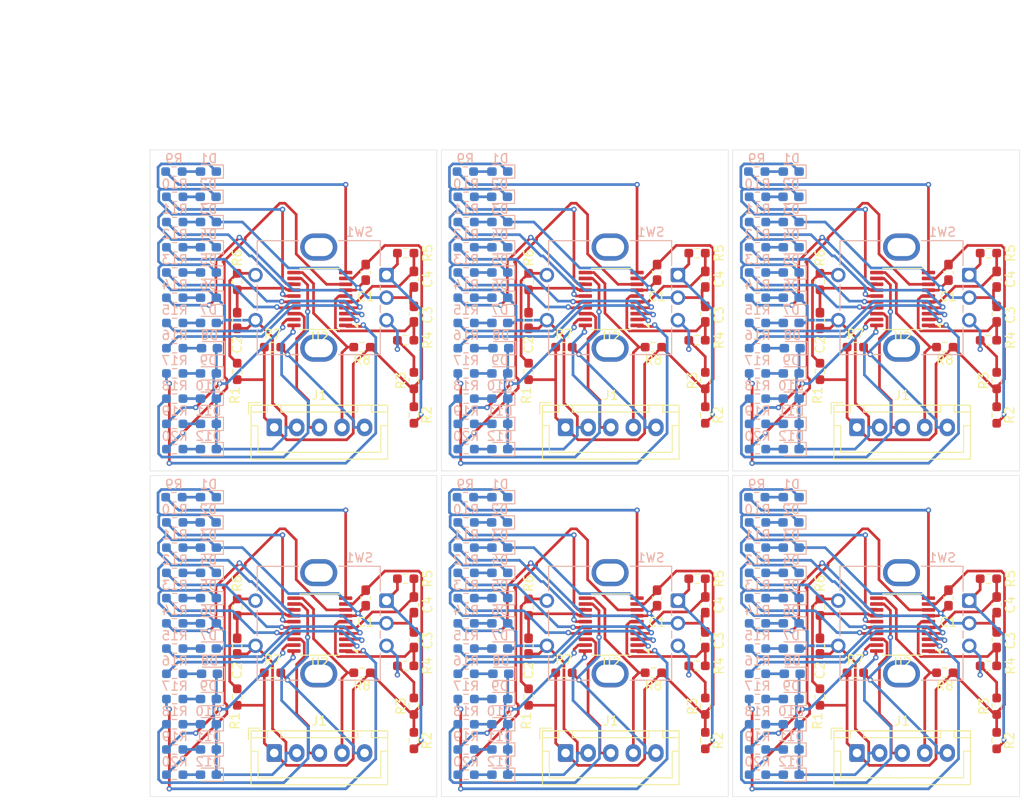
<source format=kicad_pcb>
(kicad_pcb (version 20240108) (generator "pcbnew") (generator_version "8.0")
  (layers (0 "F.Cu" mixed) (31 "B.Cu" mixed) (34 "B.Paste" user) (35 "F.Paste" user) (36 "B.SilkS" user "B.Silkscreen") (37 "F.SilkS" user "F.Silkscreen") (38 "B.Mask" user) (39 "F.Mask" user) (44 "Edge.Cuts" user))
  (net 0 "")
  (net 1 "+3V3")
  (net 2 "GND")
  (net 3 "Net-(U2-PC4)")
  (net 4 "Net-(U2-PA2)")
  (net 5 "Net-(U2-PA1)")
  (net 6 "/SCL")
  (net 7 "/SDA")
  (net 8 "/SWD")
  (net 9 "Net-(R1-Pad2)")
  (net 10 "Net-(R2-Pad2)")
  (net 11 "Net-(R3-Pad2)")
  (net 12 "Net-(D1-A)")
  (net 13 "Net-(D2-A)")
  (net 14 "Net-(D3-A)")
  (net 15 "Net-(D4-A)")
  (net 16 "Net-(D5-A)")
  (net 17 "Net-(D6-A)")
  (net 18 "Net-(D7-A)")
  (net 19 "Net-(D8-A)")
  (net 20 "Net-(D9-A)")
  (net 21 "Net-(D10-A)")
  (net 22 "Net-(D11-A)")
  (net 23 "Net-(D12-A)")
  (net 24 "/PC0")
  (net 25 "/PC3")
  (net 26 "/PC5")
  (net 27 "/PC6")
  (net 28 "/PC7")
  (net 29 "/PD7")
  (net 30 "/PD6")
  (net 31 "/PD5")
  (net 32 "/PD4")
  (net 33 "/PD3")
  (net 34 "/PD2")
  (net 35 "/PD0")
  (footprint "Resistor_SMD:R_0603_1608Metric_Pad0.98x0.95mm_HandSolder" (layer "F.Cu") (at 48.244 70.742)
    (property "Reference" "R5")
    (property "Value" "10kΩ")
  )
  (footprint "Resistor_SMD:R_0603_1608Metric_Pad0.98x0.95mm_HandSolder" (layer "F.Cu") (at 112.744 70.742)
    (property "Reference" "R5")
    (property "Value" "10kΩ")
  )
  (footprint "Resistor_SMD:R_0603_1608Metric_Pad0.98x0.95mm_HandSolder" (layer "F.Cu") (at 48.244 34.682)
    (property "Reference" "R5")
    (property "Value" "10kΩ")
  )
  (footprint "Resistor_SMD:R_0603_1608Metric_Pad0.98x0.95mm_HandSolder" (layer "F.Cu") (at 80.494 70.742)
    (property "Reference" "R5")
    (property "Value" "10kΩ")
  )
  (footprint "Resistor_SMD:R_0603_1608Metric_Pad0.98x0.95mm_HandSolder" (layer "F.Cu") (at 112.744 34.682)
    (property "Reference" "R5")
    (property "Value" "10kΩ")
  )
  (footprint "Resistor_SMD:R_0603_1608Metric_Pad0.98x0.95mm_HandSolder" (layer "F.Cu") (at 80.494 34.682)
    (property "Reference" "R5")
    (property "Value" "10kΩ")
  )
  (footprint "Resistor_SMD:R_0603_1608Metric_Pad0.98x0.95mm_HandSolder" (layer "F.Cu") (at 61.8485 47.7865 90)
    (property "Reference" "R1")
    (property "Value" "100kΩ")
  )
  (footprint "Resistor_SMD:R_0603_1608Metric_Pad0.98x0.95mm_HandSolder" (layer "F.Cu") (at 94.0985 83.8465 90)
    (property "Reference" "R1")
    (property "Value" "100kΩ")
  )
  (footprint "Resistor_SMD:R_0603_1608Metric_Pad0.98x0.95mm_HandSolder" (layer "F.Cu") (at 61.8485 83.8465 90)
    (property "Reference" "R1")
    (property "Value" "100kΩ")
  )
  (footprint "Resistor_SMD:R_0603_1608Metric_Pad0.98x0.95mm_HandSolder" (layer "F.Cu") (at 29.5985 83.8465 90)
    (property "Reference" "R1")
    (property "Value" "100kΩ")
  )
  (footprint "Resistor_SMD:R_0603_1608Metric_Pad0.98x0.95mm_HandSolder" (layer "F.Cu") (at 29.5985 47.7865 90)
    (property "Reference" "R1")
    (property "Value" "100kΩ")
  )
  (footprint "Resistor_SMD:R_0603_1608Metric_Pad0.98x0.95mm_HandSolder" (layer "F.Cu") (at 94.0985 47.7865 90)
    (property "Reference" "R1")
    (property "Value" "100kΩ")
  )
  (footprint "Capacitor_SMD:C_0603_1608Metric_Pad1.08x0.95mm_HandSolder" (layer "F.Cu") (at 61.8485 78.2085 -90)
    (property "Reference" "C2")
    (property "Value" "100nF")
  )
  (footprint "Capacitor_SMD:C_0603_1608Metric_Pad1.08x0.95mm_HandSolder" (layer "F.Cu") (at 61.8485 42.1485 -90)
    (property "Reference" "C2")
    (property "Value" "100nF")
  )
  (footprint "Capacitor_SMD:C_0603_1608Metric_Pad1.08x0.95mm_HandSolder" (layer "F.Cu") (at 29.5985 78.2085 -90)
    (property "Reference" "C2")
    (property "Value" "100nF")
  )
  (footprint "Capacitor_SMD:C_0603_1608Metric_Pad1.08x0.95mm_HandSolder" (layer "F.Cu") (at 29.5985 42.1485 -90)
    (property "Reference" "C2")
    (property "Value" "100nF")
  )
  (footprint "Capacitor_SMD:C_0603_1608Metric_Pad1.08x0.95mm_HandSolder" (layer "F.Cu") (at 94.0985 78.2085 -90)
    (property "Reference" "C2")
    (property "Value" "100nF")
  )
  (footprint "Capacitor_SMD:C_0603_1608Metric_Pad1.08x0.95mm_HandSolder" (layer "F.Cu") (at 94.0985 42.1485 -90)
    (property "Reference" "C2")
    (property "Value" "100nF")
  )
  (footprint "Resistor_SMD:R_0603_1608Metric_Pad0.98x0.95mm_HandSolder" (layer "F.Cu") (at 49.1565 84.8625 90)
    (property "Reference" "R3")
    (property "Value" "100kΩ")
  )
  (footprint "Resistor_SMD:R_0603_1608Metric_Pad0.98x0.95mm_HandSolder" (layer "F.Cu") (at 49.1565 48.8025 90)
    (property "Reference" "R3")
    (property "Value" "100kΩ")
  )
  (footprint "Resistor_SMD:R_0603_1608Metric_Pad0.98x0.95mm_HandSolder" (layer "F.Cu") (at 81.4065 84.8625 90)
    (property "Reference" "R3")
    (property "Value" "100kΩ")
  )
  (footprint "Resistor_SMD:R_0603_1608Metric_Pad0.98x0.95mm_HandSolder" (layer "F.Cu") (at 81.4065 48.8025 90)
    (property "Reference" "R3")
    (property "Value" "100kΩ")
  )
  (footprint "Resistor_SMD:R_0603_1608Metric_Pad0.98x0.95mm_HandSolder" (layer "F.Cu") (at 113.6565 84.8625 90)
    (property "Reference" "R3")
    (property "Value" "100kΩ")
  )
  (footprint "Resistor_SMD:R_0603_1608Metric_Pad0.98x0.95mm_HandSolder" (layer "F.Cu") (at 113.6565 48.8025 90)
    (property "Reference" "R3")
    (property "Value" "100kΩ")
  )
  (footprint "Resistor_SMD:R_0603_1608Metric_Pad0.98x0.95mm_HandSolder" (layer "F.Cu") (at 43.418 81.156 180)
    (property "Reference" "R8")
    (property "Value" "∞")
  )
  (footprint "Resistor_SMD:R_0603_1608Metric_Pad0.98x0.95mm_HandSolder" (layer "F.Cu") (at 43.418 45.096 180)
    (property "Reference" "R8")
    (property "Value" "∞")
  )
  (footprint "Resistor_SMD:R_0603_1608Metric_Pad0.98x0.95mm_HandSolder" (layer "F.Cu") (at 75.668 81.156 180)
    (property "Reference" "R8")
    (property "Value" "∞")
  )
  (footprint "Resistor_SMD:R_0603_1608Metric_Pad0.98x0.95mm_HandSolder" (layer "F.Cu") (at 75.668 45.096 180)
    (property "Reference" "R8")
    (property "Value" "∞")
  )
  (footprint "Resistor_SMD:R_0603_1608Metric_Pad0.98x0.95mm_HandSolder" (layer "F.Cu") (at 107.918 81.156 180)
    (property "Reference" "R8")
    (property "Value" "∞")
  )
  (footprint "Resistor_SMD:R_0603_1608Metric_Pad0.98x0.95mm_HandSolder" (layer "F.Cu") (at 107.918 45.096 180)
    (property "Reference" "R8")
    (property "Value" "∞")
  )
  (footprint "Resistor_SMD:R_0603_1608Metric_Pad0.98x0.95mm_HandSolder" (layer "F.Cu") (at 49.1565 88.6725 -90)
    (property "Reference" "R2")
    (property "Value" "100kΩ")
  )
  (footprint "Resistor_SMD:R_0603_1608Metric_Pad0.98x0.95mm_HandSolder" (layer "F.Cu") (at 49.1565 52.6125 -90)
    (property "Reference" "R2")
    (property "Value" "100kΩ")
  )
  (footprint "Resistor_SMD:R_0603_1608Metric_Pad0.98x0.95mm_HandSolder" (layer "F.Cu") (at 81.4065 88.6725 -90)
    (property "Reference" "R2")
    (property "Value" "100kΩ")
  )
  (footprint "Resistor_SMD:R_0603_1608Metric_Pad0.98x0.95mm_HandSolder" (layer "F.Cu") (at 81.4065 52.6125 -90)
    (property "Reference" "R2")
    (property "Value" "100kΩ")
  )
  (footprint "Resistor_SMD:R_0603_1608Metric_Pad0.98x0.95mm_HandSolder" (layer "F.Cu") (at 113.6565 88.6725 -90)
    (property "Reference" "R2")
    (property "Value" "100kΩ")
  )
  (footprint "Resistor_SMD:R_0603_1608Metric_Pad0.98x0.95mm_HandSolder" (layer "F.Cu") (at 113.6565 52.6125 -90)
    (property "Reference" "R2")
    (property "Value" "100kΩ")
  )
  (footprint "Resistor_SMD:R_0603_1608Metric_Pad0.98x0.95mm_HandSolder" (layer "F.Cu") (at 48.244 80.394)
    (property "Reference" "R4")
    (property "Value" "10kΩ")
  )
  (footprint "Resistor_SMD:R_0603_1608Metric_Pad0.98x0.95mm_HandSolder" (layer "F.Cu") (at 48.244 44.334)
    (property "Reference" "R4")
    (property "Value" "10kΩ")
  )
  (footprint "Resistor_SMD:R_0603_1608Metric_Pad0.98x0.95mm_HandSolder" (layer "F.Cu") (at 80.494 80.394)
    (property "Reference" "R4")
    (property "Value" "10kΩ")
  )
  (footprint "Resistor_SMD:R_0603_1608Metric_Pad0.98x0.95mm_HandSolder" (layer "F.Cu") (at 80.494 44.334)
    (property "Reference" "R4")
    (property "Value" "10kΩ")
  )
  (footprint "Resistor_SMD:R_0603_1608Metric_Pad0.98x0.95mm_HandSolder" (layer "F.Cu") (at 112.744 80.394)
    (property "Reference" "R4")
    (property "Value" "10kΩ")
  )
  (footprint "Resistor_SMD:R_0603_1608Metric_Pad0.98x0.95mm_HandSolder" (layer "F.Cu") (at 112.744 44.334)
    (property "Reference" "R4")
    (property "Value" "10kΩ")
  )
  (footprint "Resistor_SMD:R_0603_1608Metric_Pad0.98x0.95mm_HandSolder" (layer "F.Cu") (at 33.512 81.156)
    (property "Reference" "R7")
    (property "Value" "∞")
  )
  (footprint "Resistor_SMD:R_0603_1608Metric_Pad0.98x0.95mm_HandSolder" (layer "F.Cu") (at 33.512 45.096)
    (property "Reference" "R7")
    (property "Value" "∞")
  )
  (footprint "Resistor_SMD:R_0603_1608Metric_Pad0.98x0.95mm_HandSolder" (layer "F.Cu") (at 65.762 81.156)
    (property "Reference" "R7")
    (property "Value" "∞")
  )
  (footprint "Resistor_SMD:R_0603_1608Metric_Pad0.98x0.95mm_HandSolder" (layer "F.Cu") (at 65.762 45.096)
    (property "Reference" "R7")
    (property "Value" "∞")
  )
  (footprint "Resistor_SMD:R_0603_1608Metric_Pad0.98x0.95mm_HandSolder" (layer "F.Cu") (at 98.012 81.156)
    (property "Reference" "R7")
    (property "Value" "∞")
  )
  (footprint "Resistor_SMD:R_0603_1608Metric_Pad0.98x0.95mm_HandSolder" (layer "F.Cu") (at 98.012 45.096)
    (property "Reference" "R7")
    (property "Value" "∞")
  )
  (footprint "Capacitor_SMD:C_0603_1608Metric_Pad1.08x0.95mm_HandSolder" (layer "F.Cu") (at 43.8225 72.8745 -90)
    (property "Reference" "C1")
    (property "Value" "100nF")
  )
  (footprint "Capacitor_SMD:C_0603_1608Metric_Pad1.08x0.95mm_HandSolder" (layer "F.Cu") (at 43.8225 36.8145 -90)
    (property "Reference" "C1")
    (property "Value" "100nF")
  )
  (footprint "Capacitor_SMD:C_0603_1608Metric_Pad1.08x0.95mm_HandSolder" (layer "F.Cu") (at 76.0725 72.8745 -90)
    (property "Reference" "C1")
    (property "Value" "100nF")
  )
  (footprint "Capacitor_SMD:C_0603_1608Metric_Pad1.08x0.95mm_HandSolder" (layer "F.Cu") (at 76.0725 36.8145 -90)
    (property "Reference" "C1")
    (property "Value" "100nF")
  )
  (footprint "Capacitor_SMD:C_0603_1608Metric_Pad1.08x0.95mm_HandSolder" (layer "F.Cu") (at 108.3225 72.8745 -90)
    (property "Reference" "C1")
    (property "Value" "100nF")
  )
  (footprint "Capacitor_SMD:C_0603_1608Metric_Pad1.08x0.95mm_HandSolder" (layer "F.Cu") (at 108.3225 36.8145 -90)
    (property "Reference" "C1")
    (property "Value" "100nF")
  )
  (footprint "Connector_JST:JST_XH_B5B-XH-A_1x05_P2.50mm_Vertical" (layer "F.Cu") (at 33.6955 90.046)
    (property "Reference" "J1")
    (property "Value" "Conn" (hide yes))
  )
  (footprint "Connector_JST:JST_XH_B5B-XH-A_1x05_P2.50mm_Vertical" (layer "F.Cu") (at 33.6955 53.986)
    (property "Reference" "J1")
    (property "Value" "Conn" (hide yes))
  )
  (footprint "Connector_JST:JST_XH_B5B-XH-A_1x05_P2.50mm_Vertical" (layer "F.Cu") (at 65.9455 90.046)
    (property "Reference" "J1")
    (property "Value" "Conn" (hide yes))
  )
  (footprint "Connector_JST:JST_XH_B5B-XH-A_1x05_P2.50mm_Vertical" (layer "F.Cu") (at 65.9455 53.986)
    (property "Reference" "J1")
    (property "Value" "Conn" (hide yes))
  )
  (footprint "Connector_JST:JST_XH_B5B-XH-A_1x05_P2.50mm_Vertical" (layer "F.Cu") (at 98.1955 90.046)
    (property "Reference" "J1")
    (property "Value" "Conn" (hide yes))
  )
  (footprint "Connector_JST:JST_XH_B5B-XH-A_1x05_P2.50mm_Vertical" (layer "F.Cu") (at 98.1955 53.986)
    (property "Reference" "J1")
    (property "Value" "Conn" (hide yes))
  )
  (footprint "Package_SO:TSSOP-20_4.4x6.5mm_P0.65mm" (layer "F.Cu") (at 38.7425 75.822 180)
    (property "Reference" "U2")
    (property "Value" "CH32V003FxPx" (hide yes))
  )
  (footprint "Package_SO:TSSOP-20_4.4x6.5mm_P0.65mm" (layer "F.Cu") (at 38.7425 39.762 180)
    (property "Reference" "U2")
    (property "Value" "CH32V003FxPx" (hide yes))
  )
  (footprint "Package_SO:TSSOP-20_4.4x6.5mm_P0.65mm" (layer "F.Cu") (at 70.9925 75.822 180)
    (property "Reference" "U2")
    (property "Value" "CH32V003FxPx" (hide yes))
  )
  (footprint "Package_SO:TSSOP-20_4.4x6.5mm_P0.65mm" (layer "F.Cu") (at 70.9925 39.762 180)
    (property "Reference" "U2")
    (property "Value" "CH32V003FxPx" (hide yes))
  )
  (footprint "Package_SO:TSSOP-20_4.4x6.5mm_P0.65mm" (layer "F.Cu") (at 103.2425 75.822 180)
    (property "Reference" "U2")
    (property "Value" "CH32V003FxPx" (hide yes))
  )
  (footprint "Package_SO:TSSOP-20_4.4x6.5mm_P0.65mm" (layer "F.Cu") (at 103.2425 39.762 180)
    (property "Reference" "U2")
    (property "Value" "CH32V003FxPx" (hide yes))
  )
  (footprint "Capacitor_SMD:C_0603_1608Metric_Pad1.08x0.95mm_HandSolder" (layer "F.Cu") (at 49.1565 77.4995 90)
    (property "Reference" "C3")
    (property "Value" "100nF")
  )
  (footprint "Capacitor_SMD:C_0603_1608Metric_Pad1.08x0.95mm_HandSolder" (layer "F.Cu") (at 49.1565 41.4395 90)
    (property "Reference" "C3")
    (property "Value" "100nF")
  )
  (footprint "Capacitor_SMD:C_0603_1608Metric_Pad1.08x0.95mm_HandSolder" (layer "F.Cu") (at 81.4065 77.4995 90)
    (property "Reference" "C3")
    (property "Value" "100nF")
  )
  (footprint "Capacitor_SMD:C_0603_1608Metric_Pad1.08x0.95mm_HandSolder" (layer "F.Cu") (at 81.4065 41.4395 90)
    (property "Reference" "C3")
    (property "Value" "100nF")
  )
  (footprint "Capacitor_SMD:C_0603_1608Metric_Pad1.08x0.95mm_HandSolder" (layer "F.Cu") (at 113.6565 77.4995 90)
    (property "Reference" "C3")
    (property "Value" "100nF")
  )
  (footprint "Capacitor_SMD:C_0603_1608Metric_Pad1.08x0.95mm_HandSolder" (layer "F.Cu") (at 113.6565 41.4395 90)
    (property "Reference" "C3")
    (property "Value" "100nF")
  )
  (footprint "Capacitor_SMD:C_0603_1608Metric_Pad1.08x0.95mm_HandSolder" (layer "F.Cu") (at 49.1565 73.6365 -90)
    (property "Reference" "C4")
    (property "Value" "100nF")
  )
  (footprint "Capacitor_SMD:C_0603_1608Metric_Pad1.08x0.95mm_HandSolder" (layer "F.Cu") (at 49.1565 37.5765 -90)
    (property "Reference" "C4")
    (property "Value" "100nF")
  )
  (footprint "Capacitor_SMD:C_0603_1608Metric_Pad1.08x0.95mm_HandSolder" (layer "F.Cu") (at 81.4065 73.6365 -90)
    (property "Reference" "C4")
    (property "Value" "100nF")
  )
  (footprint "Capacitor_SMD:C_0603_1608Metric_Pad1.08x0.95mm_HandSolder" (layer "F.Cu") (at 81.4065 37.5765 -90)
    (property "Reference" "C4")
    (property "Value" "100nF")
  )
  (footprint "Capacitor_SMD:C_0603_1608Metric_Pad1.08x0.95mm_HandSolder" (layer "F.Cu") (at 113.6565 73.6365 -90)
    (property "Reference" "C4")
    (property "Value" "100nF")
  )
  (footprint "Capacitor_SMD:C_0603_1608Metric_Pad1.08x0.95mm_HandSolder" (layer "F.Cu") (at 113.6565 37.5765 -90)
    (property "Reference" "C4")
    (property "Value" "100nF")
  )
  (footprint "Resistor_SMD:R_0603_1608Metric_Pad0.98x0.95mm_HandSolder" (layer "F.Cu") (at 29.5985 73.8935 -90)
    (property "Reference" "R6")
    (property "Value" "10kΩ")
  )
  (footprint "Resistor_SMD:R_0603_1608Metric_Pad0.98x0.95mm_HandSolder" (layer "F.Cu") (at 29.5985 37.8335 -90)
    (property "Reference" "R6")
    (property "Value" "10kΩ")
  )
  (footprint "Resistor_SMD:R_0603_1608Metric_Pad0.98x0.95mm_HandSolder" (layer "F.Cu") (at 61.8485 73.8935 -90)
    (property "Reference" "R6")
    (property "Value" "10kΩ")
  )
  (footprint "Resistor_SMD:R_0603_1608Metric_Pad0.98x0.95mm_HandSolder" (layer "F.Cu") (at 61.8485 37.8335 -90)
    (property "Reference" "R6")
    (property "Value" "10kΩ")
  )
  (footprint "Resistor_SMD:R_0603_1608Metric_Pad0.98x0.95mm_HandSolder" (layer "F.Cu") (at 94.0985 73.8935 -90)
    (property "Reference" "R6")
    (property "Value" "10kΩ")
  )
  (footprint "Resistor_SMD:R_0603_1608Metric_Pad0.98x0.95mm_HandSolder" (layer "F.Cu") (at 94.0985 37.8335 -90)
    (property "Reference" "R6")
    (property "Value" "10kΩ")
  )
  (footprint "Resistor_SMD:R_0603_1608Metric_Pad0.98x0.95mm_HandSolder" (layer "B.Cu") (at 22.6816 67.302 180)
    (property "Reference" "R11")
    (property "Value" "1k")
  )
  (footprint "Resistor_SMD:R_0603_1608Metric_Pad0.98x0.95mm_HandSolder" (layer "B.Cu") (at 22.6816 31.242 180)
    (property "Reference" "R11")
    (property "Value" "1k")
  )
  (footprint "Resistor_SMD:R_0603_1608Metric_Pad0.98x0.95mm_HandSolder" (layer "B.Cu") (at 54.9316 67.302 180)
    (property "Reference" "R11")
    (property "Value" "1k")
  )
  (footprint "Resistor_SMD:R_0603_1608Metric_Pad0.98x0.95mm_HandSolder" (layer "B.Cu") (at 54.9316 31.242 180)
    (property "Reference" "R11")
    (property "Value" "1k")
  )
  (footprint "Resistor_SMD:R_0603_1608Metric_Pad0.98x0.95mm_HandSolder" (layer "B.Cu") (at 87.1816 67.302 180)
    (property "Reference" "R11")
    (property "Value" "1k")
  )
  (footprint "Resistor_SMD:R_0603_1608Metric_Pad0.98x0.95mm_HandSolder" (layer "B.Cu") (at 87.1816 31.242 180)
    (property "Reference" "R11")
    (property "Value" "1k")
  )
  (footprint "Resistor_SMD:R_0603_1608Metric_Pad0.98x0.95mm_HandSolder" (layer "B.Cu") (at 22.6816 70.096 180)
    (property "Reference" "R12")
    (property "Value" "1k")
  )
  (footprint "Resistor_SMD:R_0603_1608Metric_Pad0.98x0.95mm_HandSolder" (layer "B.Cu") (at 22.6816 34.036 180)
    (property "Reference" "R12")
    (property "Value" "1k")
  )
  (footprint "Resistor_SMD:R_0603_1608Metric_Pad0.98x0.95mm_HandSolder" (layer "B.Cu") (at 54.9316 70.096 180)
    (property "Reference" "R12")
    (property "Value" "1k")
  )
  (footprint "Resistor_SMD:R_0603_1608Metric_Pad0.98x0.95mm_HandSolder" (layer "B.Cu") (at 54.9316 34.036 180)
    (property "Reference" "R12")
    (property "Value" "1k")
  )
  (footprint "Resistor_SMD:R_0603_1608Metric_Pad0.98x0.95mm_HandSolder" (layer "B.Cu") (at 87.1816 70.096 180)
    (property "Reference" "R12")
    (property "Value" "1k")
  )
  (footprint "Resistor_SMD:R_0603_1608Metric_Pad0.98x0.95mm_HandSolder" (layer "B.Cu") (at 87.1816 34.036 180)
    (property "Reference" "R12")
    (property "Value" "1k")
  )
  (footprint "LED_SMD:LED_0603_1608Metric_Pad1.05x0.95mm_HandSolder" (layer "B.Cu") (at 26.3881 64.508 180)
    (property "Reference" "D2")
    (property "Value" "LED")
  )
  (footprint "LED_SMD:LED_0603_1608Metric_Pad1.05x0.95mm_HandSolder" (layer "B.Cu") (at 26.3881 28.448 180)
    (property "Reference" "D2")
    (property "Value" "LED")
  )
  (footprint "LED_SMD:LED_0603_1608Metric_Pad1.05x0.95mm_HandSolder" (layer "B.Cu") (at 58.6381 64.508 180)
    (property "Reference" "D2")
    (property "Value" "LED")
  )
  (footprint "LED_SMD:LED_0603_1608Metric_Pad1.05x0.95mm_HandSolder" (layer "B.Cu") (at 58.6381 28.448 180)
    (property "Reference" "D2")
    (property "Value" "LED")
  )
  (footprint "LED_SMD:LED_0603_1608Metric_Pad1.05x0.95mm_HandSolder" (layer "B.Cu") (at 90.8881 64.508 180)
    (property "Reference" "D2")
    (property "Value" "LED")
  )
  (footprint "LED_SMD:LED_0603_1608Metric_Pad1.05x0.95mm_HandSolder" (layer "B.Cu") (at 90.8881 28.448 180)
    (property "Reference" "D2")
    (property "Value" "LED")
  )
  (footprint "Resistor_SMD:R_0603_1608Metric_Pad0.98x0.95mm_HandSolder" (layer "B.Cu") (at 22.6816 64.508 180)
    (property "Reference" "R10")
    (property "Value" "1k")
  )
  (footprint "Resistor_SMD:R_0603_1608Metric_Pad0.98x0.95mm_HandSolder" (layer "B.Cu") (at 22.6816 28.448 180)
    (property "Reference" "R10")
    (property "Value" "1k")
  )
  (footprint "Resistor_SMD:R_0603_1608Metric_Pad0.98x0.95mm_HandSolder" (layer "B.Cu") (at 54.9316 64.508 180)
    (property "Reference" "R10")
    (property "Value" "1k")
  )
  (footprint "Resistor_SMD:R_0603_1608Metric_Pad0.98x0.95mm_HandSolder" (layer "B.Cu") (at 54.9316 28.448 180)
    (property "Reference" "R10")
    (property "Value" "1k")
  )
  (footprint "Resistor_SMD:R_0603_1608Metric_Pad0.98x0.95mm_HandSolder" (layer "B.Cu") (at 87.1816 64.508 180)
    (property "Reference" "R10")
    (property "Value" "1k")
  )
  (footprint "Resistor_SMD:R_0603_1608Metric_Pad0.98x0.95mm_HandSolder" (layer "B.Cu") (at 87.1816 28.448 180)
    (property "Reference" "R10")
    (property "Value" "1k")
  )
  (footprint "Resistor_SMD:R_0603_1608Metric_Pad0.98x0.95mm_HandSolder" (layer "B.Cu") (at 22.5966 61.714 180)
    (property "Reference" "R9")
    (property "Value" "1k")
  )
  (footprint "Resistor_SMD:R_0603_1608Metric_Pad0.98x0.95mm_HandSolder" (layer "B.Cu") (at 22.5966 25.654 180)
    (property "Reference" "R9")
    (property "Value" "1k")
  )
  (footprint "Resistor_SMD:R_0603_1608Metric_Pad0.98x0.95mm_HandSolder" (layer "B.Cu") (at 54.8466 61.714 180)
    (property "Reference" "R9")
    (property "Value" "1k")
  )
  (footprint "Resistor_SMD:R_0603_1608Metric_Pad0.98x0.95mm_HandSolder" (layer "B.Cu") (at 54.8466 25.654 180)
    (property "Reference" "R9")
    (property "Value" "1k")
  )
  (footprint "Resistor_SMD:R_0603_1608Metric_Pad0.98x0.95mm_HandSolder" (layer "B.Cu") (at 87.0966 61.714 180)
    (property "Reference" "R9")
    (property "Value" "1k")
  )
  (footprint "Resistor_SMD:R_0603_1608Metric_Pad0.98x0.95mm_HandSolder" (layer "B.Cu") (at 87.0966 25.654 180)
    (property "Reference" "R9")
    (property "Value" "1k")
  )
  (footprint "Resistor_SMD:R_0603_1608Metric_Pad0.98x0.95mm_HandSolder" (layer "B.Cu") (at 22.6816 81.272 180)
    (property "Reference" "R16")
    (property "Value" "1k")
  )
  (footprint "Resistor_SMD:R_0603_1608Metric_Pad0.98x0.95mm_HandSolder" (layer "B.Cu") (at 22.6816 45.212 180)
    (property "Reference" "R16")
    (property "Value" "1k")
  )
  (footprint "Resistor_SMD:R_0603_1608Metric_Pad0.98x0.95mm_HandSolder" (layer "B.Cu") (at 54.9316 81.272 180)
    (property "Reference" "R16")
    (property "Value" "1k")
  )
  (footprint "Resistor_SMD:R_0603_1608Metric_Pad0.98x0.95mm_HandSolder" (layer "B.Cu") (at 54.9316 45.212 180)
    (property "Reference" "R16")
    (property "Value" "1k")
  )
  (footprint "Resistor_SMD:R_0603_1608Metric_Pad0.98x0.95mm_HandSolder" (layer "B.Cu") (at 87.1816 81.272 180)
    (property "Reference" "R16")
    (property "Value" "1k")
  )
  (footprint "Resistor_SMD:R_0603_1608Metric_Pad0.98x0.95mm_HandSolder" (layer "B.Cu") (at 87.1816 45.212 180)
    (property "Reference" "R16")
    (property "Value" "1k")
  )
  (footprint "Resistor_SMD:R_0603_1608Metric_Pad0.98x0.95mm_HandSolder" (layer "B.Cu") (at 22.6816 84.066 180)
    (property "Reference" "R17")
    (property "Value" "1k")
  )
  (footprint "Resistor_SMD:R_0603_1608Metric_Pad0.98x0.95mm_HandSolder" (layer "B.Cu") (at 22.6816 48.006 180)
    (property "Reference" "R17")
    (property "Value" "1k")
  )
  (footprint "Resistor_SMD:R_0603_1608Metric_Pad0.98x0.95mm_HandSolder" (layer "B.Cu") (at 54.9316 84.066 180)
    (property "Reference" "R17")
    (property "Value" "1k")
  )
  (footprint "Resistor_SMD:R_0603_1608Metric_Pad0.98x0.95mm_HandSolder" (layer "B.Cu") (at 54.9316 48.006 180)
    (property "Reference" "R17")
    (property "Value" "1k")
  )
  (footprint "Resistor_SMD:R_0603_1608Metric_Pad0.98x0.95mm_HandSolder" (layer "B.Cu") (at 87.1816 84.066 180)
    (property "Reference" "R17")
    (property "Value" "1k")
  )
  (footprint "Resistor_SMD:R_0603_1608Metric_Pad0.98x0.95mm_HandSolder" (layer "B.Cu") (at 87.1816 48.006 180)
    (property "Reference" "R17")
    (property "Value" "1k")
  )
  (footprint "Resistor_SMD:R_0603_1608Metric_Pad0.98x0.95mm_HandSolder" (layer "B.Cu") (at 22.6816 86.86 180)
    (property "Reference" "R18")
    (property "Value" "1k")
  )
  (footprint "Resistor_SMD:R_0603_1608Metric_Pad0.98x0.95mm_HandSolder" (layer "B.Cu") (at 22.6816 50.8 180)
    (property "Reference" "R18")
    (property "Value" "1k")
  )
  (footprint "Resistor_SMD:R_0603_1608Metric_Pad0.98x0.95mm_HandSolder" (layer "B.Cu") (at 54.9316 86.86 180)
    (property "Reference" "R18")
    (property "Value" "1k")
  )
  (footprint "Resistor_SMD:R_0603_1608Metric_Pad0.98x0.95mm_HandSolder" (layer "B.Cu") (at 54.9316 50.8 180)
    (property "Reference" "R18")
    (property "Value" "1k")
  )
  (footprint "Resistor_SMD:R_0603_1608Metric_Pad0.98x0.95mm_HandSolder" (layer "B.Cu") (at 87.1816 86.86 180)
    (property "Reference" "R18")
    (property "Value" "1k")
  )
  (footprint "Resistor_SMD:R_0603_1608Metric_Pad0.98x0.95mm_HandSolder" (layer "B.Cu") (at 87.1816 50.8 180)
    (property "Reference" "R18")
    (property "Value" "1k")
  )
  (footprint "LED_SMD:LED_0603_1608Metric_Pad1.05x0.95mm_HandSolder" (layer "B.Cu") (at 26.4161 61.714 180)
    (property "Reference" "D1")
    (property "Value" "LED")
  )
  (footprint "LED_SMD:LED_0603_1608Metric_Pad1.05x0.95mm_HandSolder" (layer "B.Cu") (at 26.4161 25.654 180)
    (property "Reference" "D1")
    (property "Value" "LED")
  )
  (footprint "LED_SMD:LED_0603_1608Metric_Pad1.05x0.95mm_HandSolder" (layer "B.Cu") (at 58.6661 61.714 180)
    (property "Reference" "D1")
    (property "Value" "LED")
  )
  (footprint "LED_SMD:LED_0603_1608Metric_Pad1.05x0.95mm_HandSolder" (layer "B.Cu") (at 58.6661 25.654 180)
    (property "Reference" "D1")
    (property "Value" "LED")
  )
  (footprint "LED_SMD:LED_0603_1608Metric_Pad1.05x0.95mm_HandSolder" (layer "B.Cu") (at 90.9161 61.714 180)
    (property "Reference" "D1")
    (property "Value" "LED")
  )
  (footprint "LED_SMD:LED_0603_1608Metric_Pad1.05x0.95mm_HandSolder" (layer "B.Cu") (at 90.9161 25.654 180)
    (property "Reference" "D1")
    (property "Value" "LED")
  )
  (footprint "Rotary_Encoder:RotaryEncoder_Bourns_Vertical_PEC12R-3x17F-Sxxxx" (layer "B.Cu") (at 46.124 73.172 180)
    (property "Reference" "SW1")
    (property "Value" "RotaryEncoder_Switch" (hide yes))
  )
  (footprint "Rotary_Encoder:RotaryEncoder_Bourns_Vertical_PEC12R-3x17F-Sxxxx" (layer "B.Cu") (at 46.124 37.112 180)
    (property "Reference" "SW1")
    (property "Value" "RotaryEncoder_Switch" (hide yes))
  )
  (footprint "Rotary_Encoder:RotaryEncoder_Bourns_Vertical_PEC12R-3x17F-Sxxxx" (layer "B.Cu") (at 78.374 73.172 180)
    (property "Reference" "SW1")
    (property "Value" "RotaryEncoder_Switch" (hide yes))
  )
  (footprint "Rotary_Encoder:RotaryEncoder_Bourns_Vertical_PEC12R-3x17F-Sxxxx" (layer "B.Cu") (at 78.374 37.112 180)
    (property "Reference" "SW1")
    (property "Value" "RotaryEncoder_Switch" (hide yes))
  )
  (footprint "Rotary_Encoder:RotaryEncoder_Bourns_Vertical_PEC12R-3x17F-Sxxxx" (layer "B.Cu") (at 110.624 73.172 180)
    (property "Reference" "SW1")
    (property "Value" "RotaryEncoder_Switch" (hide yes))
  )
  (footprint "Rotary_Encoder:RotaryEncoder_Bourns_Vertical_PEC12R-3x17F-Sxxxx" (layer "B.Cu") (at 110.624 37.112 180)
    (property "Reference" "SW1")
    (property "Value" "RotaryEncoder_Switch" (hide yes))
  )
  (footprint "LED_SMD:LED_0603_1608Metric_Pad1.05x0.95mm_HandSolder" (layer "B.Cu") (at 26.4161 86.86 180)
    (property "Reference" "D10")
    (property "Value" "LED")
  )
  (footprint "LED_SMD:LED_0603_1608Metric_Pad1.05x0.95mm_HandSolder" (layer "B.Cu") (at 26.4161 50.8 180)
    (property "Reference" "D10")
    (property "Value" "LED")
  )
  (footprint "LED_SMD:LED_0603_1608Metric_Pad1.05x0.95mm_HandSolder" (layer "B.Cu") (at 58.6661 86.86 180)
    (property "Reference" "D10")
    (property "Value" "LED")
  )
  (footprint "LED_SMD:LED_0603_1608Metric_Pad1.05x0.95mm_HandSolder" (layer "B.Cu") (at 58.6661 50.8 180)
    (property "Reference" "D10")
    (property "Value" "LED")
  )
  (footprint "LED_SMD:LED_0603_1608Metric_Pad1.05x0.95mm_HandSolder" (layer "B.Cu") (at 90.9161 86.86 180)
    (property "Reference" "D10")
    (property "Value" "LED")
  )
  (footprint "LED_SMD:LED_0603_1608Metric_Pad1.05x0.95mm_HandSolder" (layer "B.Cu") (at 90.9161 50.8 180)
    (property "Reference" "D10")
    (property "Value" "LED")
  )
  (footprint "LED_SMD:LED_0603_1608Metric_Pad1.05x0.95mm_HandSolder" (layer "B.Cu") (at 26.4161 70.096 180)
    (property "Reference" "D4")
    (property "Value" "LED")
  )
  (footprint "LED_SMD:LED_0603_1608Metric_Pad1.05x0.95mm_HandSolder" (layer "B.Cu") (at 26.4161 34.036 180)
    (property "Reference" "D4")
    (property "Value" "LED")
  )
  (footprint "LED_SMD:LED_0603_1608Metric_Pad1.05x0.95mm_HandSolder" (layer "B.Cu") (at 58.6661 70.096 180)
    (property "Reference" "D4")
    (property "Value" "LED")
  )
  (footprint "LED_SMD:LED_0603_1608Metric_Pad1.05x0.95mm_HandSolder" (layer "B.Cu") (at 58.6661 34.036 180)
    (property "Reference" "D4")
    (property "Value" "LED")
  )
  (footprint "LED_SMD:LED_0603_1608Metric_Pad1.05x0.95mm_HandSolder" (layer "B.Cu") (at 90.9161 70.096 180)
    (property "Reference" "D4")
    (property "Value" "LED")
  )
  (footprint "LED_SMD:LED_0603_1608Metric_Pad1.05x0.95mm_HandSolder" (layer "B.Cu") (at 90.9161 34.036 180)
    (property "Reference" "D4")
    (property "Value" "LED")
  )
  (footprint "Resistor_SMD:R_0603_1608Metric_Pad0.98x0.95mm_HandSolder" (layer "B.Cu") (at 22.6816 75.684 180)
    (property "Reference" "R14")
    (property "Value" "1k")
  )
  (footprint "Resistor_SMD:R_0603_1608Metric_Pad0.98x0.95mm_HandSolder" (layer "B.Cu") (at 22.6816 39.624 180)
    (property "Reference" "R14")
    (property "Value" "1k")
  )
  (footprint "Resistor_SMD:R_0603_1608Metric_Pad0.98x0.95mm_HandSolder" (layer "B.Cu") (at 54.9316 75.684 180)
    (property "Reference" "R14")
    (property "Value" "1k")
  )
  (footprint "Resistor_SMD:R_0603_1608Metric_Pad0.98x0.95mm_HandSolder" (layer "B.Cu") (at 54.9316 39.624 180)
    (property "Reference" "R14")
    (property "Value" "1k")
  )
  (footprint "Resistor_SMD:R_0603_1608Metric_Pad0.98x0.95mm_HandSolder" (layer "B.Cu") (at 87.1816 75.684 180)
    (property "Reference" "R14")
    (property "Value" "1k")
  )
  (footprint "Resistor_SMD:R_0603_1608Metric_Pad0.98x0.95mm_HandSolder" (layer "B.Cu") (at 87.1816 39.624 180)
    (property "Reference" "R14")
    (property "Value" "1k")
  )
  (footprint "Resistor_SMD:R_0603_1608Metric_Pad0.98x0.95mm_HandSolder" (layer "B.Cu") (at 22.6816 78.478 180)
    (property "Reference" "R15")
    (property "Value" "1k")
  )
  (footprint "Resistor_SMD:R_0603_1608Metric_Pad0.98x0.95mm_HandSolder" (layer "B.Cu") (at 22.6816 42.418 180)
    (property "Reference" "R15")
    (property "Value" "1k")
  )
  (footprint "Resistor_SMD:R_0603_1608Metric_Pad0.98x0.95mm_HandSolder" (layer "B.Cu") (at 54.9316 78.478 180)
    (property "Reference" "R15")
    (property "Value" "1k")
  )
  (footprint "Resistor_SMD:R_0603_1608Metric_Pad0.98x0.95mm_HandSolder" (layer "B.Cu") (at 54.9316 42.418 180)
    (property "Reference" "R15")
    (property "Value" "1k")
  )
  (footprint "Resistor_SMD:R_0603_1608Metric_Pad0.98x0.95mm_HandSolder" (layer "B.Cu") (at 87.1816 78.478 180)
    (property "Reference" "R15")
    (property "Value" "1k")
  )
  (footprint "Resistor_SMD:R_0603_1608Metric_Pad0.98x0.95mm_HandSolder" (layer "B.Cu") (at 87.1816 42.418 180)
    (property "Reference" "R15")
    (property "Value" "1k")
  )
  (footprint "LED_SMD:LED_0603_1608Metric_Pad1.05x0.95mm_HandSolder" (layer "B.Cu") (at 26.4161 84.066 180)
    (property "Reference" "D9")
    (property "Value" "LED")
  )
  (footprint "LED_SMD:LED_0603_1608Metric_Pad1.05x0.95mm_HandSolder" (layer "B.Cu") (at 26.4161 48.006 180)
    (property "Reference" "D9")
    (property "Value" "LED")
  )
  (footprint "LED_SMD:LED_0603_1608Metric_Pad1.05x0.95mm_HandSolder" (layer "B.Cu") (at 58.6661 84.066 180)
    (property "Reference" "D9")
    (property "Value" "LED")
  )
  (footprint "LED_SMD:LED_0603_1608Metric_Pad1.05x0.95mm_HandSolder" (layer "B.Cu") (at 58.6661 48.006 180)
    (property "Reference" "D9")
    (property "Value" "LED")
  )
  (footprint "LED_SMD:LED_0603_1608Metric_Pad1.05x0.95mm_HandSolder" (layer "B.Cu") (at 90.9161 84.066 180)
    (property "Reference" "D9")
    (property "Value" "LED")
  )
  (footprint "LED_SMD:LED_0603_1608Metric_Pad1.05x0.95mm_HandSolder" (layer "B.Cu") (at 90.9161 48.006 180)
    (property "Reference" "D9")
    (property "Value" "LED")
  )
  (footprint "Resistor_SMD:R_0603_1608Metric_Pad0.98x0.95mm_HandSolder" (layer "B.Cu") (at 22.6816 89.654 180)
    (property "Reference" "R19")
    (property "Value" "1k")
  )
  (footprint "Resistor_SMD:R_0603_1608Metric_Pad0.98x0.95mm_HandSolder" (layer "B.Cu") (at 22.6816 53.594 180)
    (property "Reference" "R19")
    (property "Value" "1k")
  )
  (footprint "Resistor_SMD:R_0603_1608Metric_Pad0.98x0.95mm_HandSolder" (layer "B.Cu") (at 54.9316 89.654 180)
    (property "Reference" "R19")
    (property "Value" "1k")
  )
  (footprint "Resistor_SMD:R_0603_1608Metric_Pad0.98x0.95mm_HandSolder" (layer "B.Cu") (at 54.9316 53.594 180)
    (property "Reference" "R19")
    (property "Value" "1k")
  )
  (footprint "Resistor_SMD:R_0603_1608Metric_Pad0.98x0.95mm_HandSolder" (layer "B.Cu") (at 87.1816 89.654 180)
    (property "Reference" "R19")
    (property "Value" "1k")
  )
  (footprint "Resistor_SMD:R_0603_1608Metric_Pad0.98x0.95mm_HandSolder" (layer "B.Cu") (at 87.1816 53.594 180)
    (property "Reference" "R19")
    (property "Value" "1k")
  )
  (footprint "Resistor_SMD:R_0603_1608Metric_Pad0.98x0.95mm_HandSolder" (layer "B.Cu") (at 22.6816 72.89 180)
    (property "Reference" "R13")
    (property "Value" "1k")
  )
  (footprint "Resistor_SMD:R_0603_1608Metric_Pad0.98x0.95mm_HandSolder" (layer "B.Cu") (at 22.6816 36.83 180)
    (property "Reference" "R13")
    (property "Value" "1k")
  )
  (footprint "Resistor_SMD:R_0603_1608Metric_Pad0.98x0.95mm_HandSolder" (layer "B.Cu") (at 54.9316 72.89 180)
    (property "Reference" "R13")
    (property "Value" "1k")
  )
  (footprint "Resistor_SMD:R_0603_1608Metric_Pad0.98x0.95mm_HandSolder" (layer "B.Cu") (at 54.9316 36.83 180)
    (property "Reference" "R13")
    (property "Value" "1k")
  )
  (footprint "Resistor_SMD:R_0603_1608Metric_Pad0.98x0.95mm_HandSolder" (layer "B.Cu") (at 87.1816 72.89 180)
    (property "Reference" "R13")
    (property "Value" "1k")
  )
  (footprint "Resistor_SMD:R_0603_1608Metric_Pad0.98x0.95mm_HandSolder" (layer "B.Cu") (at 87.1816 36.83 180)
    (property "Reference" "R13")
    (property "Value" "1k")
  )
  (footprint "LED_SMD:LED_0603_1608Metric_Pad1.05x0.95mm_HandSolder" (layer "B.Cu") (at 26.4161 67.302 180)
    (property "Reference" "D3")
    (property "Value" "LED")
  )
  (footprint "LED_SMD:LED_0603_1608Metric_Pad1.05x0.95mm_HandSolder" (layer "B.Cu") (at 26.4161 31.242 180)
    (property "Reference" "D3")
    (property "Value" "LED")
  )
  (footprint "LED_SMD:LED_0603_1608Metric_Pad1.05x0.95mm_HandSolder" (layer "B.Cu") (at 58.6661 67.302 180)
    (property "Reference" "D3")
    (property "Value" "LED")
  )
  (footprint "LED_SMD:LED_0603_1608Metric_Pad1.05x0.95mm_HandSolder" (layer "B.Cu") (at 58.6661 31.242 180)
    (property "Reference" "D3")
    (property "Value" "LED")
  )
  (footprint "LED_SMD:LED_0603_1608Metric_Pad1.05x0.95mm_HandSolder" (layer "B.Cu") (at 90.9161 67.302 180)
    (property "Reference" "D3")
    (property "Value" "LED")
  )
  (footprint "LED_SMD:LED_0603_1608Metric_Pad1.05x0.95mm_HandSolder" (layer "B.Cu") (at 90.9161 31.242 180)
    (property "Reference" "D3")
    (property "Value" "LED")
  )
  (footprint "LED_SMD:LED_0603_1608Metric_Pad1.05x0.95mm_HandSolder" (layer "B.Cu") (at 26.4161 72.89 180)
    (property "Reference" "D5")
    (property "Value" "LED")
  )
  (footprint "LED_SMD:LED_0603_1608Metric_Pad1.05x0.95mm_HandSolder" (layer "B.Cu") (at 26.4161 36.83 180)
    (property "Reference" "D5")
    (property "Value" "LED")
  )
  (footprint "LED_SMD:LED_0603_1608Metric_Pad1.05x0.95mm_HandSolder" (layer "B.Cu") (at 58.6661 72.89 180)
    (property "Reference" "D5")
    (property "Value" "LED")
  )
  (footprint "LED_SMD:LED_0603_1608Metric_Pad1.05x0.95mm_HandSolder" (layer "B.Cu") (at 58.6661 36.83 180)
    (property "Reference" "D5")
    (property "Value" "LED")
  )
  (footprint "LED_SMD:LED_0603_1608Metric_Pad1.05x0.95mm_HandSolder" (layer "B.Cu") (at 90.9161 72.89 180)
    (property "Reference" "D5")
    (property "Value" "LED")
  )
  (footprint "LED_SMD:LED_0603_1608Metric_Pad1.05x0.95mm_HandSolder" (layer "B.Cu") (at 90.9161 36.83 180)
    (property "Reference" "D5")
    (property "Value" "LED")
  )
  (footprint "LED_SMD:LED_0603_1608Metric_Pad1.05x0.95mm_HandSolder" (layer "B.Cu") (at 26.5291 81.272 180)
    (property "Reference" "D8")
    (property "Value" "LED")
  )
  (footprint "LED_SMD:LED_0603_1608Metric_Pad1.05x0.95mm_HandSolder" (layer "B.Cu") (at 26.5291 45.212 180)
    (property "Reference" "D8")
    (property "Value" "LED")
  )
  (footprint "LED_SMD:LED_0603_1608Metric_Pad1.05x0.95mm_HandSolder" (layer "B.Cu") (at 58.7791 81.272 180)
    (property "Reference" "D8")
    (property "Value" "LED")
  )
  (footprint "LED_SMD:LED_0603_1608Metric_Pad1.05x0.95mm_HandSolder" (layer "B.Cu") (at 58.7791 45.212 180)
    (property "Reference" "D8")
    (property "Value" "LED")
  )
  (footprint "LED_SMD:LED_0603_1608Metric_Pad1.05x0.95mm_HandSolder" (layer "B.Cu") (at 91.0291 81.272 180)
    (property "Reference" "D8")
    (property "Value" "LED")
  )
  (footprint "LED_SMD:LED_0603_1608Metric_Pad1.05x0.95mm_HandSolder" (layer "B.Cu") (at 91.0291 45.212 180)
    (property "Reference" "D8")
    (property "Value" "LED")
  )
  (footprint "LED_SMD:LED_0603_1608Metric_Pad1.05x0.95mm_HandSolder" (layer "B.Cu") (at 26.4161 78.478 180)
    (property "Reference" "D7")
    (property "Value" "LED")
  )
  (footprint "LED_SMD:LED_0603_1608Metric_Pad1.05x0.95mm_HandSolder" (layer "B.Cu") (at 26.4161 42.418 180)
    (property "Reference" "D7")
    (property "Value" "LED")
  )
  (footprint "LED_SMD:LED_0603_1608Metric_Pad1.05x0.95mm_HandSolder" (layer "B.Cu") (at 58.6661 78.478 180)
    (property "Reference" "D7")
    (property "Value" "LED")
  )
  (footprint "LED_SMD:LED_0603_1608Metric_Pad1.05x0.95mm_HandSolder" (layer "B.Cu") (at 58.6661 42.418 180)
    (property "Reference" "D7")
    (property "Value" "LED")
  )
  (footprint "LED_SMD:LED_0603_1608Metric_Pad1.05x0.95mm_HandSolder" (layer "B.Cu") (at 90.9161 78.478 180)
    (property "Reference" "D7")
    (property "Value" "LED")
  )
  (footprint "LED_SMD:LED_0603_1608Metric_Pad1.05x0.95mm_HandSolder" (layer "B.Cu") (at 90.9161 42.418 180)
    (property "Reference" "D7")
    (property "Value" "LED")
  )
  (footprint "LED_SMD:LED_0603_1608Metric_Pad1.05x0.95mm_HandSolder" (layer "B.Cu") (at 26.4161 89.654 180)
    (property "Reference" "D11")
    (property "Value" "LED")
  )
  (footprint "LED_SMD:LED_0603_1608Metric_Pad1.05x0.95mm_HandSolder" (layer "B.Cu") (at 26.4161 53.594 180)
    (property "Reference" "D11")
    (property "Value" "LED")
  )
  (footprint "LED_SMD:LED_0603_1608Metric_Pad1.05x0.95mm_HandSolder" (layer "B.Cu") (at 58.6661 89.654 180)
    (property "Reference" "D11")
    (property "Value" "LED")
  )
  (footprint "LED_SMD:LED_0603_1608Metric_Pad1.05x0.95mm_HandSolder" (layer "B.Cu") (at 58.6661 53.594 180)
    (property "Reference" "D11")
    (property "Value" "LED")
  )
  (footprint "LED_SMD:LED_0603_1608Metric_Pad1.05x0.95mm_HandSolder" (layer "B.Cu") (at 90.9161 89.654 180)
    (property "Reference" "D11")
    (property "Value" "LED")
  )
  (footprint "LED_SMD:LED_0603_1608Metric_Pad1.05x0.95mm_HandSolder" (layer "B.Cu") (at 90.9161 53.594 180)
    (property "Reference" "D11")
    (property "Value" "LED")
  )
  (footprint "LED_SMD:LED_0603_1608Metric_Pad1.05x0.95mm_HandSolder" (layer "B.Cu") (at 26.4161 75.684 180)
    (property "Reference" "D6")
    (property "Value" "LED")
  )
  (footprint "LED_SMD:LED_0603_1608Metric_Pad1.05x0.95mm_HandSolder" (layer "B.Cu") (at 26.4161 39.624 180)
    (property "Reference" "D6")
    (property "Value" "LED")
  )
  (footprint "LED_SMD:LED_0603_1608Metric_Pad1.05x0.95mm_HandSolder" (layer "B.Cu") (at 58.6661 75.684 180)
    (property "Reference" "D6")
    (property "Value" "LED")
  )
  (footprint "LED_SMD:LED_0603_1608Metric_Pad1.05x0.95mm_HandSolder" (layer "B.Cu") (at 58.6661 39.624 180)
    (property "Reference" "D6")
    (property "Value" "LED")
  )
  (footprint "LED_SMD:LED_0603_1608Metric_Pad1.05x0.95mm_HandSolder" (layer "B.Cu") (at 90.9161 75.684 180)
    (property "Reference" "D6")
    (property "Value" "LED")
  )
  (footprint "LED_SMD:LED_0603_1608Metric_Pad1.05x0.95mm_HandSolder" (layer "B.Cu") (at 90.9161 39.624 180)
    (property "Reference" "D6")
    (property "Value" "LED")
  )
  (footprint "Resistor_SMD:R_0603_1608Metric_Pad0.98x0.95mm_HandSolder" (layer "B.Cu") (at 22.6816 92.448 180)
    (property "Reference" "R20")
    (property "Value" "1k")
  )
  (footprint "Resistor_SMD:R_0603_1608Metric_Pad0.98x0.95mm_HandSolder" (layer "B.Cu") (at 22.6816 56.388 180)
    (property "Reference" "R20")
    (property "Value" "1k")
  )
  (footprint "Resistor_SMD:R_0603_1608Metric_Pad0.98x0.95mm_HandSolder" (layer "B.Cu") (at 54.9316 92.448 180)
    (property "Reference" "R20")
    (property "Value" "1k")
  )
  (footprint "Resistor_SMD:R_0603_1608Metric_Pad0.98x0.95mm_HandSolder" (layer "B.Cu") (at 54.9316 56.388 180)
    (property "Reference" "R20")
    (property "Value" "1k")
  )
  (footprint "Resistor_SMD:R_0603_1608Metric_Pad0.98x0.95mm_HandSolder" (layer "B.Cu") (at 87.1816 92.448 180)
    (property "Reference" "R20")
    (property "Value" "1k")
  )
  (footprint "Resistor_SMD:R_0603_1608Metric_Pad0.98x0.95mm_HandSolder" (layer "B.Cu") (at 87.1816 56.388 180)
    (property "Reference" "R20")
    (property "Value" "1k")
  )
  (footprint "LED_SMD:LED_0603_1608Metric_Pad1.05x0.95mm_HandSolder" (layer "B.Cu") (at 26.4161 92.448 180)
    (property "Reference" "D12")
    (property "Value" "LED")
  )
  (footprint "LED_SMD:LED_0603_1608Metric_Pad1.05x0.95mm_HandSolder" (layer "B.Cu") (at 26.4161 56.388 180)
    (property "Reference" "D12")
    (property "Value" "LED")
  )
  (footprint "LED_SMD:LED_0603_1608Metric_Pad1.05x0.95mm_HandSolder" (layer "B.Cu") (at 58.6661 92.448 180)
    (property "Reference" "D12")
    (property "Value" "LED")
  )
  (footprint "LED_SMD:LED_0603_1608Metric_Pad1.05x0.95mm_HandSolder" (layer "B.Cu") (at 58.6661 56.388 180)
    (property "Reference" "D12")
    (property "Value" "LED")
  )
  (footprint "LED_SMD:LED_0603_1608Metric_Pad1.05x0.95mm_HandSolder" (layer "B.Cu") (at 90.9161 92.448 180)
    (property "Reference" "D12")
    (property "Value" "LED")
  )
  (footprint "LED_SMD:LED_0603_1608Metric_Pad1.05x0.95mm_HandSolder" (layer "B.Cu") (at 90.9161 56.388 180)
    (property "Reference" "D12")
    (property "Value" "LED")
  )
  (gr_rect (start 84.4465 59.312) (end 116.1965 94.872) (stroke (width 0.05)) (fill none) (layer "Edge.Cuts"))
  (gr_rect (start 84.4465 23.252) (end 116.1965 58.812) (stroke (width 0.05)) (fill none) (layer "Edge.Cuts"))
  (gr_rect (start 19.9465 59.312) (end 51.6965 94.872) (stroke (width 0.05)) (fill none) (layer "Edge.Cuts"))
  (gr_rect (start 52.1965 23.252) (end 83.9465 58.812) (stroke (width 0.05)) (fill none) (layer "Edge.Cuts"))
  (gr_rect (start 19.9465 23.252) (end 51.6965 58.812) (stroke (width 0.05)) (fill none) (layer "Edge.Cuts"))
  (gr_rect (start 52.1965 59.312) (end 83.9465 94.872) (stroke (width 0.05)) (fill none) (layer "Edge.Cuts"))
  (segment (start 45.9384 69.8961) (end 43.8225 72.012) (width 0.3) (layer "F.Cu") (net 1))
  (segment (start 74.6404 37.487) (end 73.855 37.487) (width 0.3) (layer "F.Cu") (net 1))
  (segment (start 65.9455 90.046) (end 67.3158 91.4163) (width 0.3) (layer "F.Cu") (net 1))
  (segment (start 50.0231 70.2367) (end 49.6825 69.8961) (width 0.3) (layer "F.Cu") (net 1))
  (segment (start 64.8495 88.95) (end 65.9455 90.046) (width 0.3) (layer "F.Cu") (net 1))
  (segment (start 81.9325 69.8961) (end 78.1884 69.8961) (width 0.3) (layer "F.Cu") (net 1))
  (segment (start 98.1955 53.986) (end 99.5658 55.3563) (width 0.3) (layer "F.Cu") (net 1))
  (segment (start 29.5985 84.759) (end 32.5995 84.759) (width 0.3) (layer "F.Cu") (net 1))
  (segment (start 113.6565 85.775) (end 113.6565 85.5603) (width 0.3) (layer "F.Cu") (net 1))
  (segment (start 32.5995 84.759) (end 32.5995 88.95) (width 0.3) (layer "F.Cu") (net 1))
  (segment (start 108.3225 35.952) (end 108.3225 36.0549) (width 0.3) (layer "F.Cu") (net 1))
  (segment (start 41.7133 91.4163) (end 42.4455 90.6841) (width 0.3) (layer "F.Cu") (net 1))
  (segment (start 61.8485 84.759) (end 64.8495 84.759) (width 0.3) (layer "F.Cu") (net 1))
  (segment (start 113.2348 49.5003) (end 113.6565 49.5003) (width 0.3) (layer "F.Cu") (net 1))
  (segment (start 108.3225 72.012) (end 108.3225 72.1149) (width 0.3) (layer "F.Cu") (net 1))
  (segment (start 67.3158 55.3563) (end 73.9633 55.3563) (width 0.3) (layer "F.Cu") (net 1))
  (segment (start 48.7348 85.5603) (end 49.1565 85.5603) (width 0.3) (layer "F.Cu") (net 1))
  (segment (start 82.2731 48.6337) (end 82.2731 34.1767) (width 0.3) (layer "F.Cu") (net 1))
  (segment (start 32.5995 84.759) (end 32.5995 81.156) (width 0.3) (layer "F.Cu") (net 1))
  (segment (start 82.2731 70.2367) (end 81.9325 69.8961) (width 0.3) (layer "F.Cu") (net 1))
  (segment (start 32.5995 88.95) (end 33.6955 90.046) (width 0.3) (layer "F.Cu") (net 1))
  (segment (start 32.5995 52.89) (end 33.6955 53.986) (width 0.3) (layer "F.Cu") (net 1))
  (segment (start 113.6565 87.76) (end 113.6565 85.775) (width 0.3) (layer "F.Cu") (net 1))
  (segment (start 108.3225 72.1149) (end 106.8904 73.547) (width 0.3) (layer "F.Cu") (net 1))
  (segment (start 106.8904 37.487) (end 106.105 37.487) (width 0.3) (layer "F.Cu") (net 1))
  (segment (start 74.6955 90.6841) (end 74.6955 83.041) (width 0.3) (layer "F.Cu") (net 1))
  (segment (start 108.3225 36.0549) (end 106.8904 37.487) (width 0.3) (layer "F.Cu") (net 1))
  (segment (start 81.4065 49.5003) (end 82.2731 48.6337) (width 0.3) (layer "F.Cu") (net 1))
  (segment (start 108.8305 81.156) (end 113.2348 85.5603) (width 0.3) (layer "F.Cu") (net 1))
  (segment (start 33.6955 53.986) (end 35.0658 55.3563) (width 0.3) (layer "F.Cu") (net 1))
  (segment (start 80.9848 85.5603) (end 81.4065 85.5603) (width 0.3) (layer "F.Cu") (net 1))
  (segment (start 43.8225 36.0549) (end 42.3904 37.487) (width 0.3) (layer "F.Cu") (net 1))
  (segment (start 76.0725 72.1149) (end 74.6404 73.547) (width 0.3) (layer "F.Cu") (net 1))
  (segment (start 81.4065 49.715) (end 81.4065 49.5003) (width 0.3) (layer "F.Cu") (net 1))
  (segment (start 114.5231 34.1767) (end 114.1825 33.8361) (width 0.3) (layer "F.Cu") (net 1))
  (segment (start 64.8495 84.759) (end 64.8495 81.156) (width 0.3) (layer "F.Cu") (net 1))
  (segment (start 76.5805 81.156) (end 80.9848 85.5603) (width 0.3) (layer "F.Cu") (net 1))
  (segment (start 97.0995 48.699) (end 97.0995 45.096) (width 0.3) (layer "F.Cu") (net 1))
  (segment (start 114.5231 84.6937) (end 114.5231 70.2367) (width 0.3) (layer "F.Cu") (net 1))
  (segment (start 32.5995 48.699) (end 32.5995 45.096) (width 0.3) (layer "F.Cu") (net 1))
  (segment (start 43.8225 35.952) (end 43.8225 36.0549) (width 0.3) (layer "F.Cu") (net 1))
  (segment (start 64.8495 48.699) (end 64.8495 52.89) (width 0.3) (layer "F.Cu") (net 1))
  (segment (start 97.0995 48.699) (end 97.0995 52.89) (width 0.3) (layer "F.Cu") (net 1))
  (segment (start 49.6825 69.8961) (end 45.9384 69.8961) (width 0.3) (layer "F.Cu") (net 1))
  (segment (start 113.6565 85.5603) (end 114.5231 84.6937) (width 0.3) (layer "F.Cu") (net 1))
  (segment (start 106.9455 46.981) (end 108.8305 45.096) (width 0.3) (layer "F.Cu") (net 1))
  (segment (start 81.4065 51.7) (end 81.4065 49.715) (width 0.3) (layer "F.Cu") (net 1))
  (segment (start 110.4384 69.8961) (end 108.3225 72.012) (width 0.3) (layer "F.Cu") (net 1))
  (segment (start 99.5658 91.4163) (end 106.2133 91.4163) (width 0.3) (layer "F.Cu") (net 1))
  (segment (start 67.3158 91.4163) (end 73.9633 91.4163) (width 0.3) (layer "F.Cu") (net 1))
  (segment (start 65.9455 53.986) (end 67.3158 55.3563) (width 0.3) (layer "F.Cu") (net 1))
  (segment (start 42.4455 54.6241) (end 42.4455 46.981) (width 0.3) (layer "F.Cu") (net 1))
  (segment (start 113.6565 49.5003) (end 114.5231 48.6337) (width 0.3) (layer "F.Cu") (net 1))
  (segment (start 113.2348 85.5603) (end 113.6565 85.5603) (width 0.3) (layer "F.Cu") (net 1))
  (segment (start 76.0725 35.952) (end 76.0725 36.0549) (width 0.3) (layer "F.Cu") (net 1))
  (segment (start 76.0725 36.0549) (end 74.6404 37.487) (width 0.3) (layer "F.Cu") (net 1))
  (segment (start 44.3305 81.156) (end 48.7348 85.5603) (width 0.3) (layer "F.Cu") (net 1))
  (segment (start 45.9384 33.8361) (end 43.8225 35.952) (width 0.3) (layer "F.Cu") (net 1))
  (segment (start 94.0985 48.699) (end 97.0995 48.699) (width 0.3) (layer "F.Cu") (net 1))
  (segment (start 49.6825 33.8361) (end 45.9384 33.8361) (width 0.3) (layer "F.Cu") (net 1))
  (segment (start 106.9455 54.6241) (end 106.9455 46.981) (width 0.3) (layer "F.Cu") (net 1))
  (segment (start 113.6565 49.715) (end 113.6565 49.5003) (width 0.3) (layer "F.Cu") (net 1))
  (segment (start 97.0995 52.89) (end 98.1955 53.986) (width 0.3) (layer "F.Cu") (net 1))
  (segment (start 106.9455 90.6841) (end 106.9455 83.041) (width 0.3) (layer "F.Cu") (net 1))
  (segment (start 64.8495 52.89) (end 65.9455 53.986) (width 0.3) (layer "F.Cu") (net 1))
  (segment (start 80.9848 49.5003) (end 81.4065 49.5003) (width 0.3) (layer "F.Cu") (net 1))
  (segment (start 114.1825 33.8361) (end 110.4384 33.8361) (width 0.3) (layer "F.Cu") (net 1))
  (segment (start 97.0995 84.759) (end 97.0995 81.156) (width 0.3) (layer "F.Cu") (net 1))
  (segment (start 97.0995 84.759) (end 97.0995 88.95) (width 0.3) (layer "F.Cu") (net 1))
  (segment (start 97.0995 88.95) (end 98.1955 90.046) (width 0.3) (layer "F.Cu") (net 1))
  (segment (start 74.6955 46.981) (end 76.5805 45.096) (width 0.3) (layer "F.Cu") (net 1))
  (segment (start 61.8485 48.699) (end 64.8495 48.699) (width 0.3) (layer "F.Cu") (net 1))
  (segment (start 76.0725 72.012) (end 76.0725 72.1149) (width 0.3) (layer "F.Cu") (net 1))
  (segment (start 33.6955 90.046) (end 35.0658 91.4163) (width 0.3) (layer "F.Cu") (net 1))
  (segment (start 43.8225 72.012) (end 43.8225 72.1149) (width 0.3) (layer "F.Cu") (net 1))
  (segment (start 74.6404 73.547) (end 73.855 73.547) (width 0.3) (layer "F.Cu") (net 1))
  (segment (start 76.5805 45.096) (end 80.9848 49.5003) (width 0.3) (layer "F.Cu") (net 1))
  (segment (start 81.4065 85.5603) (end 82.2731 84.6937) (width 0.3) (layer "F.Cu") (net 1))
  (segment (start 42.4455 90.6841) (end 42.4455 83.041) (width 0.3) (layer "F.Cu") (net 1))
  (segment (start 50.0231 84.6937) (end 50.0231 70.2367) (width 0.3) (layer "F.Cu") (net 1))
  (segment (start 108.8305 45.096) (end 113.2348 49.5003) (width 0.3) (layer "F.Cu") (net 1))
  (segment (start 42.4455 83.041) (end 44.3305 81.156) (width 0.3) (layer "F.Cu") (net 1))
  (segment (start 50.0231 34.1767) (end 49.6825 33.8361) (width 0.3) (layer "F.Cu") (net 1))
  (segment (start 81.4065 85.775) (end 81.4065 85.5603) (width 0.3) (layer "F.Cu") (net 1))
  (segment (start 44.3305 45.096) (end 48.7348 49.5003) (width 0.3) (layer "F.Cu") (net 1))
  (segment (start 114.1825 69.8961) (end 110.4384 69.8961) (width 0.3) (layer "F.Cu") (net 1))
  (segment (start 94.0985 84.759) (end 97.0995 84.759) (width 0.3) (layer "F.Cu") (net 1))
  (segment (start 106.2133 55.3563) (end 106.9455 54.6241) (width 0.3) (layer "F.Cu") (net 1))
  (segment (start 41.7133 55.3563) (end 42.4455 54.6241) (width 0.3) (layer "F.Cu") (net 1))
  (segment (start 50.0231 48.6337) (end 50.0231 34.1767) (width 0.3) (layer "F.Cu") (net 1))
  (segment (start 114.5231 48.6337) (end 114.5231 34.1767) (width 0.3) (layer "F.Cu") (net 1))
  (segment (start 113.6565 51.7) (end 113.6565 49.715) (width 0.3) (layer "F.Cu") (net 1))
  (segment (start 49.1565 85.775) (end 49.1565 85.5603) (width 0.3) (layer "F.Cu") (net 1))
  (segment (start 106.2133 91.4163) (end 106.9455 90.6841) (width 0.3) (layer "F.Cu") (net 1))
  (segment (start 81.4065 87.76) (end 81.4065 85.775) (width 0.3) (layer "F.Cu") (net 1))
  (segment (start 35.0658 91.4163) (end 41.7133 91.4163) (width 0.3) (layer "F.Cu") (net 1))
  (segment (start 78.1884 69.8961) (end 76.0725 72.012) (width 0.3) (layer "F.Cu") (net 1))
  (segment (start 81.9325 33.8361) (end 78.1884 33.8361) (width 0.3) (layer "F.Cu") (net 1))
  (segment (start 42.3904 37.487) (end 41.605 37.487) (width 0.3) (layer "F.Cu") (net 1))
  (segment (start 64.8495 84.759) (end 64.8495 88.95) (width 0.3) (layer "F.Cu") (net 1))
  (segment (start 64.8495 48.699) (end 64.8495 45.096) (width 0.3) (layer "F.Cu") (net 1))
  (segment (start 110.4384 33.8361) (end 108.3225 35.952) (width 0.3) (layer "F.Cu") (net 1))
  (segment (start 98.1955 90.046) (end 99.5658 91.4163) (width 0.3) (layer "F.Cu") (net 1))
  (segment (start 82.2731 84.6937) (end 82.2731 70.2367) (width 0.3) (layer "F.Cu") (net 1))
  (segment (start 74.6955 54.6241) (end 74.6955 46.981) (width 0.3) (layer "F.Cu") (net 1))
  (segment (start 73.9633 91.4163) (end 74.6955 90.6841) (width 0.3) (layer "F.Cu") (net 1))
  (segment (start 49.1565 49.715) (end 49.1565 49.5003) (width 0.3) (layer "F.Cu") (net 1))
  (segment (start 35.0658 55.3563) (end 41.7133 55.3563) (width 0.3) (layer "F.Cu") (net 1))
  (segment (start 114.5231 70.2367) (end 114.1825 69.8961) (width 0.3) (layer "F.Cu") (net 1))
  (segment (start 48.7348 49.5003) (end 49.1565 49.5003) (width 0.3) (layer "F.Cu") (net 1))
  (segment (start 49.1565 87.76) (end 49.1565 85.775) (width 0.3) (layer "F.Cu") (net 1))
  (segment (start 29.5985 48.699) (end 32.5995 48.699) (width 0.3) (layer "F.Cu") (net 1))
  (segment (start 106.9455 83.041) (end 108.8305 81.156) (width 0.3) (layer "F.Cu") (net 1))
  (segment (start 99.5658 55.3563) (end 106.2133 55.3563) (width 0.3) (layer "F.Cu") (net 1))
  (segment (start 73.9633 55.3563) (end 74.6955 54.6241) (width 0.3) (layer "F.Cu") (net 1))
  (segment (start 82.2731 34.1767) (end 81.9325 33.8361) (width 0.3) (layer "F.Cu") (net 1))
  (segment (start 74.6955 83.041) (end 76.5805 81.156) (width 0.3) (layer "F.Cu") (net 1))
  (segment (start 32.5995 48.699) (end 32.5995 52.89) (width 0.3) (layer "F.Cu") (net 1))
  (segment (start 49.1565 49.5003) (end 50.0231 48.6337) (width 0.3) (layer "F.Cu") (net 1))
  (segment (start 78.1884 33.8361) (end 76.0725 35.952) (width 0.3) (layer "F.Cu") (net 1))
  (segment (start 42.4455 46.981) (end 44.3305 45.096) (width 0.3) (layer "F.Cu") (net 1))
  (segment (start 49.1565 85.5603) (end 50.0231 84.6937) (width 0.3) (layer "F.Cu") (net 1))
  (segment (start 42.3904 73.547) (end 41.605 73.547) (width 0.3) (layer "F.Cu") (net 1))
  (segment (start 43.8225 72.1149) (end 42.3904 73.547) (width 0.3) (layer "F.Cu") (net 1))
  (segment (start 106.8904 73.547) (end 106.105 73.547) (width 0.3) (layer "F.Cu") (net 1))
  (segment (start 49.1565 51.7) (end 49.1565 49.715) (width 0.3) (layer "F.Cu") (net 1))
  (segment (start 113.3037 75.672) (end 113.3037 76.2842) (width 0.3) (layer "F.Cu") (net 2))
  (segment (start 99.4938 53.986) (end 99.4938 52.7843) (width 0.3) (layer "F.Cu") (net 2))
  (segment (start 48.8037 40.2242) (end 49.1565 40.577) (width 0.3) (layer "F.Cu") (net 2))
  (segment (start 100.6955 90.046) (end 99.4938 90.046) (width 0.3) (layer "F.Cu") (net 2))
  (segment (start 113.6565 74.499) (end 113.3037 74.8518) (width 0.3) (layer "F.Cu") (net 2))
  (segment (start 98.012 87.3625) (end 98.012 80.06) (width 0.3) (layer "F.Cu") (net 2))
  (segment (start 34.9938 53.986) (end 34.9938 52.7843) (width 0.3) (layer "F.Cu") (net 2))
  (segment (start 68.4455 53.986) (end 67.2438 53.986) (width 0.3) (layer "F.Cu") (net 2))
  (segment (start 113.3037 74.8518) (end 113.3037 75.672) (width 0.3) (layer "F.Cu") (net 2))
  (segment (start 113.3037 76.2842) (end 113.6565 76.637) (width 0.3) (layer "F.Cu") (net 2))
  (segment (start 81.4065 38.439) (end 81.0537 38.7918) (width 0.3) (layer "F.Cu") (net 2))
  (segment (start 42.7125 74.847) (end 41.605 74.847) (width 0.3) (layer "F.Cu") (net 2))
  (segment (start 113.3037 38.7918) (end 113.3037 39.612) (width 0.3) (layer "F.Cu") (net 2))
  (segment (start 113.3037 39.612) (end 113.3037 40.2242) (width 0.3) (layer "F.Cu") (net 2))
  (segment (start 48.8037 38.7918) (end 48.8037 39.612) (width 0.3) (layer "F.Cu") (net 2))
  (segment (start 48.8037 39.612) (end 48.8037 40.2242) (width 0.3) (layer "F.Cu") (net 2))
  (segment (start 81.0537 38.7918) (end 81.0537 39.612) (width 0.3) (layer "F.Cu") (net 2))
  (segment (start 81.0537 40.2242) (end 81.4065 40.577) (width 0.3) (layer "F.Cu") (net 2))
  (segment (start 49.1565 74.499) (end 48.8037 74.8518) (width 0.3) (layer "F.Cu") (net 2))
  (segment (start 96.124 78.172) (end 95.225 79.071) (width 0.3) (layer "F.Cu") (net 2))
  (segment (start 96.124 42.112) (end 95.225 43.011) (width 0.3) (layer "F.Cu") (net 2))
  (segment (start 33.512 51.3025) (end 33.512 44) (width 0.3) (layer "F.Cu") (net 2))
  (segment (start 81.0537 74.8518) (end 81.0537 75.672) (width 0.3) (layer "F.Cu") (net 2))
  (segment (start 30.725 43.011) (end 29.5985 43.011) (width 0.3) (layer "F.Cu") (net 2))
  (segment (start 42.9754 74.5841) (end 42.7125 74.847) (width 0.3) (layer "F.Cu") (net 2))
  (segment (start 31.624 78.172) (end 30.725 79.071) (width 0.3) (layer "F.Cu") (net 2))
  (segment (start 99.4938 88.8443) (end 98.012 87.3625) (width 0.3) (layer "F.Cu") (net 2))
  (segment (start 31.624 42.112) (end 30.725 43.011) (width 0.3) (layer "F.Cu") (net 2))
  (segment (start 107.4754 38.5241) (end 107.2125 38.787) (width 0.3) (layer "F.Cu") (net 2))
  (segment (start 43.8225 37.677) (end 42.9754 38.5241) (width 0.3) (layer "F.Cu") (net 2))
  (segment (start 81.0537 39.612) (end 81.0537 40.2242) (width 0.3) (layer "F.Cu") (net 2))
  (segment (start 42.9754 38.5241) (end 42.7125 38.787) (width 0.3) (layer "F.Cu") (net 2))
  (segment (start 63.874 42.112) (end 62.975 43.011) (width 0.3) (layer "F.Cu") (net 2))
  (segment (start 81.0537 39.612) (end 78.374 39.612) (width 0.3) (layer "F.Cu") (net 2))
  (segment (start 36.1955 53.986) (end 34.9938 53.986) (width 0.3) (layer "F.Cu") (net 2))
  (segment (start 34.9938 88.8443) (end 33.512 87.3625) (width 0.3) (layer "F.Cu") (net 2))
  (segment (start 34.9938 90.046) (end 34.9938 88.8443) (width 0.3) (layer "F.Cu") (net 2))
  (segment (start 33.512 80.06) (end 31.624 78.172) (width 0.3) (layer "F.Cu") (net 2))
  (segment (start 65.762 87.3625) (end 65.762 80.06) (width 0.3) (layer "F.Cu") (net 2))
  (segment (start 81.0537 76.2842) (end 81.4065 76.637) (width 0.3) (layer "F.Cu") (net 2))
  (segment (start 108.3225 37.677) (end 107.4754 38.5241) (width 0.3) (layer "F.Cu") (net 2))
  (segment (start 113.3037 40.2242) (end 113.6565 40.577) (width 0.3) (layer "F.Cu") (net 2))
  (segment (start 67.2438 52.7843) (end 65.762 51.3025) (width 0.3) (layer "F.Cu") (net 2))
  (segment (start 74.9625 38.787) (end 73.855 38.787) (width 0.3) (layer "F.Cu") (net 2))
  (segment (start 65.762 44) (end 63.874 42.112) (width 0.3) (layer "F.Cu") (net 2))
  (segment (start 76.0725 73.737) (end 75.2254 74.5841) (width 0.3) (layer "F.Cu") (net 2))
  (segment (start 113.3037 39.612) (end 110.624 39.612) (width 0.3) (layer "F.Cu") (net 2))
  (segment (start 98.012 51.3025) (end 98.012 44) (width 0.3) (layer "F.Cu") (net 2))
  (segment (start 48.8037 76.2842) (end 49.1565 76.637) (width 0.3) (layer "F.Cu") (net 2))
  (segment (start 42.7125 38.787) (end 41.605 38.787) (width 0.3) (layer "F.Cu") (net 2))
  (segment (start 65.762 80.06) (end 63.874 78.172) (width 0.3) (layer "F.Cu") (net 2))
  (segment (start 62.975 79.071) (end 61.8485 79.071) (width 0.3) (layer "F.Cu") (net 2))
  (segment (start 98.012 44) (end 96.124 42.112) (width 0.3) (layer "F.Cu") (net 2))
  (segment (start 113.3037 75.672) (end 110.624 75.672) (width 0.3) (layer "F.Cu") (net 2))
  (segment (start 76.0725 37.677) (end 75.2254 38.5241) (width 0.3) (layer "F.Cu") (net 2))
  (segment (start 107.2125 74.847) (end 106.105 74.847) (width 0.3) (layer "F.Cu") (net 2))
  (segment (start 30.725 79.071) (end 29.5985 79.071) (width 0.3) (layer "F.Cu") (net 2))
  (segment (start 99.4938 90.046) (end 99.4938 88.8443) (width 0.3) (layer "F.Cu") (net 2))
  (segment (start 95.225 79.071) (end 94.0985 79.071) (width 0.3) (layer "F.Cu") (net 2))
  (segment (start 75.2254 74.5841) (end 74.9625 74.847) (width 0.3) (layer "F.Cu") (net 2))
  (segment (start 33.512 44) (end 31.624 42.112) (width 0.3) (layer "F.Cu") (net 2))
  (segment (start 67.2438 90.046) (end 67.2438 88.8443) (width 0.3) (layer "F.Cu") (net 2))
  (segment (start 62.975 43.011) (end 61.8485 43.011) (width 0.3) (layer "F.Cu") (net 2))
  (segment (start 68.4455 90.046) (end 67.2438 90.046) (width 0.3) (layer "F.Cu") (net 2))
  (segment (start 81.4065 74.499) (end 81.0537 74.8518) (width 0.3) (layer "F.Cu") (net 2))
  (segment (start 81.0537 75.672) (end 78.374 75.672) (width 0.3) (layer "F.Cu") (net 2))
  (segment (start 48.8037 74.8518) (end 48.8037 75.672) (width 0.3) (layer "F.Cu") (net 2))
  (segment (start 81.0537 75.672) (end 81.0537 76.2842) (width 0.3) (layer "F.Cu") (net 2))
  (segment (start 99.4938 52.7843) (end 98.012 51.3025) (width 0.3) (layer "F.Cu") (net 2))
  (segment (start 36.1955 90.046) (end 34.9938 90.046) (width 0.3) (layer "F.Cu") (net 2))
  (segment (start 63.874 78.172) (end 62.975 79.071) (width 0.3) (layer "F.Cu") (net 2))
  (segment (start 75.2254 38.5241) (end 74.9625 38.787) (width 0.3) (layer "F.Cu") (net 2))
  (segment (start 65.762 51.3025) (end 65.762 44) (width 0.3) (layer "F.Cu") (net 2))
  (segment (start 74.9625 74.847) (end 73.855 74.847) (width 0.3) (layer "F.Cu") (net 2))
  (segment (start 43.8225 73.737) (end 42.9754 74.5841) (width 0.3) (layer "F.Cu") (net 2))
  (segment (start 100.6955 53.986) (end 99.4938 53.986) (width 0.3) (layer "F.Cu") (net 2))
  (segment (start 48.8037 39.612) (end 46.124 39.612) (width 0.3) (layer "F.Cu") (net 2))
  (segment (start 107.2125 38.787) (end 106.105 38.787) (width 0.3) (layer "F.Cu") (net 2))
  (segment (start 113.6565 38.439) (end 113.3037 38.7918) (width 0.3) (layer "F.Cu") (net 2))
  (segment (start 48.8037 75.672) (end 46.124 75.672) (width 0.3) (layer "F.Cu") (net 2))
  (segment (start 107.4754 74.5841) (end 107.2125 74.847) (width 0.3) (layer "F.Cu") (net 2))
  (segment (start 48.8037 75.672) (end 48.8037 76.2842) (width 0.3) (layer "F.Cu") (net 2))
  (segment (start 49.1565 38.439) (end 48.8037 38.7918) (width 0.3) (layer "F.Cu") (net 2))
  (segment (start 67.2438 53.986) (end 67.2438 52.7843) (width 0.3) (layer "F.Cu") (net 2))
  (segment (start 95.225 43.011) (end 94.0985 43.011) (width 0.3) (layer "F.Cu") (net 2))
  (segment (start 108.3225 73.737) (end 107.4754 74.5841) (width 0.3) (layer "F.Cu") (net 2))
  (segment (start 34.9938 52.7843) (end 33.512 51.3025) (width 0.3) (layer "F.Cu") (net 2))
  (segment (start 98.012 80.06) (end 96.124 78.172) (width 0.3) (layer "F.Cu") (net 2))
  (segment (start 67.2438 88.8443) (end 65.762 87.3625) (width 0.3) (layer "F.Cu") (net 2))
  (segment (start 33.512 87.3625) (end 33.512 80.06) (width 0.3) (layer "F.Cu") (net 2))
  (via (at 42.9754 74.5841) (size 0.6) (drill 0.3) (layers "F.Cu" "B.Cu") (net 2))
  (via (at 42.9754 38.5241) (size 0.6) (drill 0.3) (layers "F.Cu" "B.Cu") (net 2))
  (via (at 75.2254 38.5241) (size 0.6) (drill 0.3) (layers "F.Cu" "B.Cu") (net 2))
  (via (at 107.4754 38.5241) (size 0.6) (drill 0.3) (layers "F.Cu" "B.Cu") (net 2))
  (via (at 107.4754 74.5841) (size 0.6) (drill 0.3) (layers "F.Cu" "B.Cu") (net 2))
  (via (at 75.2254 74.5841) (size 0.6) (drill 0.3) (layers "F.Cu" "B.Cu") (net 2))
  (segment (start 85.3417 61.2314) (end 85.3417 63.4023) (width 0.3) (layer "B.Cu") (net 2))
  (segment (start 59.2571 84.35) (end 59.2571 86.576) (width 0.3) (layer "B.Cu") (net 2))
  (segment (start 20.8417 63.4023) (end 21.1072 63.6678) (width 0.3) (layer "B.Cu") (net 2))
  (segment (start 59.5411 92.448) (end 59.5411 89.654) (width 0.3) (layer "B.Cu") (net 2))
  (segment (start 26.4296 69.2345) (end 27.2911 70.096) (width 0.3) (layer "B.Cu") (net 2))
  (segment (start 92.7059 42.112) (end 96.124 42.112) (width 0.3) (layer "B.Cu") (net 2))
  (segment (start 27.0071 50.516) (end 27.2911 50.8) (width 0.3) (layer "B.Cu") (net 2))
  (segment (start 85.4196 63.8554) (end 85.6072 63.6678) (width 0.3) (layer "B.Cu") (net 2))
  (segment (start 73.0359 36.3346) (end 67.5228 36.3346) (width 0.3) (layer "B.Cu") (net 2))
  (segment (start 91.7911 31.242) (end 90.9296 30.3805) (width 0.3) (layer "B.Cu") (net 2))
  (segment (start 110.624 39.612) (end 108.5633 39.612) (width 0.3) (layer "B.Cu") (net 2))
  (segment (start 85.3943 30.7311) (end 85.3943 31.7629) (width 0.3) (layer "B.Cu") (net 2))
  (segment (start 27.0071 48.29) (end 27.0071 50.516) (width 0.3) (layer "B.Cu") (net 2))
  (segment (start 42.9754 74.5841) (end 40.7859 72.3946) (width 0.3) (layer "B.Cu") (net 2))
  (segment (start 54.6132 66.4405) (end 54.0541 65.8813) (width 0.3) (layer "B.Cu") (net 2))
  (segment (start 20.9196 73.455) (end 20.9196 72.3695) (width 0.3) (layer "B.Cu") (net 2))
  (segment (start 85.388 71.6559) (end 85.388 69.6322) (width 0.3) (layer "B.Cu") (net 2))
  (segment (start 21.8041 29.8213) (end 20.9196 28.9369) (width 0.3) (layer "B.Cu") (net 2))
  (segment (start 59.5411 39.624) (end 58.6796 38.7625) (width 0.3) (layer "B.Cu") (net 2))
  (segment (start 59.5411 78.478) (end 60.1499 78.478) (width 0.3) (layer "B.Cu") (net 2))
  (segment (start 59.5411 45.325) (end 59.6541 45.212) (width 0.3) (layer "B.Cu") (net 2))
  (segment (start 91.7911 84.066) (end 91.7911 81.385) (width 0.3) (layer "B.Cu") (net 2))
  (segment (start 28.2059 76.5988) (end 27.2911 75.684) (width 0.3) (layer "B.Cu") (net 2))
  (segment (start 85.388 35.5959) (end 85.388 33.5722) (width 0.3) (layer "B.Cu") (net 2))
  (segment (start 53.4586 24.8045) (end 53.0917 25.1714) (width 0.3) (layer "B.Cu") (net 2))
  (segment (start 27.2911 53.594) (end 27.2911 50.8) (width 0.3) (layer "B.Cu") (net 2))
  (segment (start 86.7871 74.8225) (end 85.4196 73.455) (width 0.3) (layer "B.Cu") (net 2))
  (segment (start 92.7059 78.172) (end 96.124 78.172) (width 0.3) (layer "B.Cu") (net 2))
  (segment (start 59.5411 48.006) (end 59.5411 45.325) (width 0.3) (layer "B.Cu") (net 2))
  (segment (start 20.9196 36.3095) (end 21.2606 35.9685) (width 0.3) (layer "B.Cu") (net 2))
  (segment (start 27.2911 89.654) (end 27.2911 86.86) (width 0.3) (layer "B.Cu") (net 2))
  (segment (start 26.4229 63.6678) (end 27.2631 64.508) (width 0.3) (layer "B.Cu") (net 2))
  (segment (start 85.3943 31.7629) (end 86.2958 32.6644) (width 0.3) (layer "B.Cu") (net 2))
  (segment (start 85.7606 72.0285) (end 85.388 71.6559) (width 0.3) (layer "B.Cu") (net 2))
  (segment (start 46.124 39.612) (end 44.0633 39.612) (width 0.3) (layer "B.Cu") (net 2))
  (segment (start 27.2911 78.478) (end 27.8999 78.478) (width 0.3) (layer "B.Cu") (net 2))
  (segment (start 54.0541 65.8813) (end 53.1443 66.7911) (width 0.3) (layer "B.Cu") (net 2))
  (segment (start 21.8041 29.8213) (end 20.8943 30.7311) (width 0.3) (layer "B.Cu") (net 2))
  (segment (start 94.6802 67.302) (end 91.7911 67.302) (width 0.3) (layer "B.Cu") (net 2))
  (segment (start 40.7859 36.3346) (end 35.2728 36.3346) (width 0.3) (layer "B.Cu") (net 2))
  (segment (start 22.3059 69.2345) (end 26.4296 69.2345) (width 0.3) (layer "B.Cu") (net 2))
  (segment (start 27.0071 84.35) (end 27.0071 86.576) (width 0.3) (layer "B.Cu") (net 2))
  (segment (start 28.2059 42.112) (end 31.624 42.112) (width 0.3) (layer "B.Cu") (net 2))
  (segment (start 105.2859 36.3346) (end 99.7728 36.3346) (width 0.3) (layer "B.Cu") (net 2))
  (segment (start 68.4455 90.046) (end 67.2438 90.046) (width 0.3) (layer "B.Cu") (net 2))
  (segment (start 21.1072 27.6078) (end 26.4229 27.6078) (width 0.3) (layer "B.Cu") (net 2))
  (segment (start 58.6916 60.8645) (end 53.4586 60.8645) (width 0.3) (layer "B.Cu") (net 2))
  (segment (start 59.5411 89.654) (end 59.5411 86.86) (width 0.3) (layer "B.Cu") (net 2))
  (segment (start 27.2911 67.302) (end 26.4296 66.4405) (width 0.3) (layer "B.Cu") (net 2))
  (segment (start 86.3041 29.8213) (end 85.3943 30.7311) (width 0.3) (layer "B.Cu") (net 2))
  (segment (start 22.3632 66.4405) (end 21.8041 65.8813) (width 0.3) (layer "B.Cu") (net 2))
  (segment (start 28.2059 42.112) (end 28.2059 40.5388) (width 0.3) (layer "B.Cu") (net 2))
  (segment (start 44.0633 39.612) (end 42.9754 38.5241) (width 0.3) (layer "B.Cu") (net 2))
  (segment (start 20.8943 67.8229) (end 21.7958 68.7244) (width 0.3) (layer "B.Cu") (net 2))
  (segment (start 27.2911 45.325) (end 27.4041 45.212) (width 0.3) (layer "B.Cu") (net 2))
  (segment (start 86.2958 32.6644) (end 86.8059 33.1745) (width 0.3) (layer "B.Cu") (net 2))
  (segment (start 85.388 33.5722) (end 86.2958 32.6644) (width 0.3) (layer "B.Cu") (net 2))
  (segment (start 60.4559 76.5988) (end 59.5411 75.684) (width 0.3) (layer "B.Cu") (net 2))
  (segment (start 53.1443 66.7911) (end 53.1443 67.8229) (width 0.3) (layer "B.Cu") (net 2))
  (segment (start 85.4196 28.9369) (end 85.4196 27.7954) (width 0.3) (layer "B.Cu") (net 2))
  (segment (start 59.5411 48.006) (end 59.2571 48.29) (width 0.3) (layer "B.Cu") (net 2))
  (segment (start 53.138 69.6322) (end 54.0458 68.7244) (width 0.3) (layer "B.Cu") (net 2))
  (segment (start 58.6796 74.8225) (end 54.5371 74.8225) (width 0.3) (layer "B.Cu") (net 2))
  (segment (start 92.7059 40.5388) (end 91.7911 39.624) (width 0.3) (layer "B.Cu") (net 2))
  (segment (start 53.1443 67.8229) (end 54.0458 68.7244) (width 0.3) (layer "B.Cu") (net 2))
  (segment (start 26.4296 38.7625) (end 22.2871 38.7625) (width 0.3) (layer "B.Cu") (net 2))
  (segment (start 91.7911 45.325) (end 91.9041 45.212) (width 0.3) (layer "B.Cu") (net 2))
  (segment (start 60.4559 40.5388) (end 59.5411 39.624) (width 0.3) (layer "B.Cu") (net 2))
  (segment (start 62.4302 31.242) (end 59.5411 31.242) (width 0.3) (layer "B.Cu") (net 2))
  (segment (start 20.9196 63.8554) (end 21.1072 63.6678) (width 0.3) (layer "B.Cu") (net 2))
  (segment (start 54.0458 32.6644) (end 54.5559 33.1745) (width 0.3) (layer "B.Cu") (net 2))
  (segment (start 92.7059 78.172) (end 92.7059 76.5988) (width 0.3) (layer "B.Cu") (net 2))
  (segment (start 53.1696 27.7954) (end 53.3572 27.6078) (width 0.3) (layer "B.Cu") (net 2))
  (segment (start 20.8417 25.1714) (end 20.8417 27.3423) (width 0.3) (layer "B.Cu") (net 2))
  (segment (start 54.5371 74.8225) (end 53.1696 73.455) (width 0.3) (layer "B.Cu") (net 2))
  (segment (start 90.9229 27.6078) (end 91.7631 28.448) (width 0.3) (layer "B.Cu") (net 2))
  (segment (start 86.3041 65.8813) (end 85.4196 64.9969) (width 0.3) (layer "B.Cu") (net 2))
  (segment (start 91.7911 25.654) (end 90.9416 24.8045) (width 0.3) (layer "B.Cu") (net 2))
  (segment (start 99.4938 90.9473) (end 97.9931 92.448) (width 0.3) (layer "B.Cu") (net 2))
  (segment (start 27.2911 25.654) (end 26.4416 24.8045) (width 0.3) (layer "B.Cu") (net 2))
  (segment (start 73.0359 72.3946) (end 67.5228 72.3946) (width 0.3) (layer "B.Cu") (net 2))
  (segment (start 35.2728 36.3346) (end 30.1802 31.242) (width 0.3) (layer "B.Cu") (net 2))
  (segment (start 91.7911 75.684) (end 90.9296 74.8225) (width 0.3) (layer "B.Cu") (net 2))
  (segment (start 107.4754 74.5841) (end 105.2859 72.3946) (width 0.3) (layer "B.Cu") (net 2))
  (segment (start 86.2958 68.7244) (end 86.8059 69.2345) (width 0.3) (layer "B.Cu") (net 2))
  (segment (start 99.4938 53.986) (end 99.4938 54.8873) (width 0.3) (layer "B.Cu") (net 2))
  (segment (start 26.4296 35.9685) (end 27.2911 36.83) (width 0.3) (layer "B.Cu") (net 2))
  (segment (start 22.3059 33.1745) (end 26.4296 33.1745) (width 0.3) (layer "B.Cu") (net 2))
  (segment (start 53.1443 31.7629) (end 54.0458 32.6644) (width 0.3) (layer "B.Cu") (net 2))
  (segment (start 85.6072 63.6678) (end 90.9229 63.6678) (width 0.3) (layer "B.Cu") (net 2))
  (segment (start 27.2911 84.066) (end 27.0071 84.35) (width 0.3) (layer "B.Cu") (net 2))
  (segment (start 85.7086 24.8045) (end 85.3417 25.1714) (width 0.3) (layer "B.Cu") (net 2))
  (segment (start 91.7911 53.594) (end 91.7911 50.8) (width 0.3) (layer "B.Cu") (net 2))
  (segment (start 59.5411 31.242) (end 58.6796 30.3805) (width 0.3) (layer "B.Cu") (net 2))
  (segment (start 20.8417 61.2314) (end 20.8417 63.4023) (width 0.3) (layer "B.Cu") (net 2))
  (segment (start 75.2254 38.5241) (end 73.0359 36.3346) (width 0.3) (layer "B.Cu") (net 2))
  (segment (start 53.5106 35.9685) (end 58.6796 35.9685) (width 0.3) (layer "B.Cu") (net 2))
  (segment (start 60.4559 78.172) (end 63.874 78.172) (width 0.3) (layer "B.Cu") (net 2))
  (segment (start 90.9296 74.8225) (end 86.7871 74.8225) (width 0.3) (layer "B.Cu") (net 2))
  (segment (start 91.7911 84.066) (end 91.5071 84.35) (width 0.3) (layer "B.Cu") (net 2))
  (segment (start 91.7911 67.302) (end 90.9296 66.4405) (width 0.3) (layer "B.Cu") (net 2))
  (segment (start 91.5071 48.29) (end 91.5071 50.516) (width 0.3) (layer "B.Cu") (net 2))
  (segment (start 58.6796 33.1745) (end 59.5411 34.036) (width 0.3) (layer "B.Cu") (net 2))
  (segment (start 58.6796 30.3805) (end 54.6132 30.3805) (width 0.3) (layer "B.Cu") (net 2))
  (segment (start 85.7086 60.8645) (end 85.3417 61.2314) (width 0.3) (layer "B.Cu") (net 2))
  (segment (start 21.7958 68.7244) (end 22.3059 69.2345) (width 0.3) (layer "B.Cu") (net 2))
  (segment (start 54.5559 33.1745) (end 58.6796 33.1745) (width 0.3) (layer "B.Cu") (net 2))
  (segment (start 34.9938 90.9473) (end 33.4931 92.448) (width 0.3) (layer "B.Cu") (net 2))
  (segment (start 78.374 75.672) (end 76.3133 75.672) (width 0.3) (layer "B.Cu") (net 2))
  (segment (start 60.4559 42.112) (end 60.4559 40.5388) (width 0.3) (layer "B.Cu") (net 2))
  (segment (start 91.7911 48.006) (end 91.5071 48.29) (width 0.3) (layer "B.Cu") (net 2))
  (segment (start 59.2571 48.29) (end 59.2571 50.516) (width 0.3) (layer "B.Cu") (net 2))
  (segment (start 22.3632 30.3805) (end 21.8041 29.8213) (width 0.3) (layer "B.Cu") (net 2))
  (segment (start 54.0541 29.8213) (end 53.1696 28.9369) (width 0.3) (layer "B.Cu") (net 2))
  (segment (start 92.3999 78.478) (end 92.7059 78.172) (width 0.3) (layer "B.Cu") (net 2))
  (segment (start 59.2571 86.576) (end 59.5411 86.86) (width 0.3) (layer "B.Cu") (net 2))
  (segment (start 67.2438 54.8873) (end 65.7431 56.388) (width 0.3) (layer "B.Cu") (net 2))
  (segment (start 46.124 75.672) (end 44.0633 75.672) (width 0.3) (layer "B.Cu") (net 2))
  (segment (start 86.7871 38.7625) (end 85.4196 37.395) (width 0.3) (layer "B.Cu") (net 2))
  (segment (start 62.4302 67.302) (end 59.5411 67.302) (width 0.3) (layer "B.Cu") (net 2))
  (segment (start 60.1499 78.478) (end 60.4559 78.172) (width 0.3) (layer "B.Cu") (net 2))
  (segment (start 59.5411 75.684) (end 58.6796 74.8225) (width 0.3) (layer "B.Cu") (net 2))
  (segment (start 85.4196 36.3095) (end 85.7606 35.9685) (width 0.3) (layer "B.Cu") (net 2))
  (segment (start 86.3041 65.8813) (end 85.3943 66.7911) (width 0.3) (layer "B.Cu") (net 2))
  (segment (start 44.0633 75.672) (end 42.9754 74.5841) (width 0.3) (layer "B.Cu") (net 2))
  (segment (start 21.2606 72.0285) (end 20.888 71.6559) (width 0.3) (layer "B.Cu") (net 2))
  (segment (start 33.4931 92.448) (end 27.2911 92.448) (width 0.3) (layer "B.Cu") (net 2))
  (segment (start 67.5228 72.3946) (end 62.4302 67.302) (width 0.3) (layer "B.Cu") (net 2))
  (segment (start 33.4931 56.388) (end 27.2911 56.388) (width 0.3) (layer "B.Cu") (net 2))
  (segment (start 85.388 69.6322) (end 86.2958 68.7244) (width 0.3) (layer "B.Cu") (net 2))
  (segment (start 53.4586 60.8645) (end 53.0917 61.2314) (width 0.3) (layer "B.Cu") (net 2))
  (segment (start 54.5559 69.2345) (end 58.6796 69.2345) (width 0.3) (layer "B.Cu") (net 2))
  (segment (start 53.138 33.5722) (end 54.0458 32.6644) (width 0.3) (layer "B.Cu") (net 2))
  (segment (start 26.4229 27.6078) (end 27.2631 28.448) (width 0.3) (layer "B.Cu") (net 2))
  (segment (start 53.1696 37.395) (end 53.1696 36.3095) (width 0.3) (layer "B.Cu") (net 2))
  (segment (start 53.1696 73.455) (end 53.1696 72.3695) (width 0.3) (layer "B.Cu") (net 2))
  (segment (start 108.5633 75.672) (end 107.4754 74.5841) (width 0.3) (layer "B.Cu") (net 2))
  (segment (start 34.9938 54.8873) (end 33.4931 56.388) (width 0.3) (layer "B.Cu") (net 2))
  (segment (start 27.2911 31.242) (end 26.4296 30.3805) (width 0.3) (layer "B.Cu") (net 2))
  (segment (start 27.2911 42.418) (end 27.8999 42.418) (width 0.3) (layer "B.Cu") (net 2))
  (segment (start 59.5411 25.654) (end 58.6916 24.8045) (width 0.3) (layer "B.Cu") (net 2))
  (segment (start 21.8041 65.8813) (end 20.8943 66.7911) (width 0.3) (layer "B.Cu") (net 2))
  (segment (start 54.0541 65.8813) (end 53.1696 64.9969) (width 0.3) (layer "B.Cu") (net 2))
  (segment (start 22.2871 74.8225) (end 20.9196 73.455) (width 0.3) (layer "B.Cu") (net 2))
  (segment (start 59.5411 42.418) (end 60.1499 42.418) (width 0.3) (layer "B.Cu") (net 2))
  (segment (start 27.0071 86.576) (end 27.2911 86.86) (width 0.3) (layer "B.Cu") (net 2))
  (segment (start 97.9931 92.448) (end 91.7911 92.448) (width 0.3) (layer "B.Cu") (net 2))
  (segment (start 100.6955 90.046) (end 99.4938 90.046) (width 0.3) (layer "B.Cu") (net 2))
  (segment (start 90.9416 60.8645) (end 85.7086 60.8645) (width 0.3) (layer "B.Cu") (net 2))
  (segment (start 27.8999 42.418) (end 28.2059 42.112) (width 0.3) (layer "B.Cu") (net 2))
  (segment (start 97.9931 56.388) (end 91.7911 56.388) (width 0.3) (layer "B.Cu") (net 2))
  (segment (start 85.3417 27.3423) (end 85.6072 27.6078) (width 0.3) (layer "B.Cu") (net 2))
  (segment (start 21.7958 32.6644) (end 22.3059 33.1745) (width 0.3) (layer "B.Cu") (net 2))
  (segment (start 90.9296 38.7625) (end 86.7871 38.7625) (width 0.3) (layer "B.Cu") (net 2))
  (segment (start 34.9938 53.986) (end 34.9938 54.8873) (width 0.3) (layer "B.Cu") (net 2))
  (segment (start 91.7911 42.418) (end 92.3999 42.418) (width 0.3) (layer "B.Cu") (net 2))
  (segment (start 59.5411 56.388) (end 59.5411 53.594) (width 0.3) (layer "B.Cu") (net 2))
  (segment (start 21.2606 72.0285) (end 26.4296 72.0285) (width 0.3) (layer "B.Cu") (net 2))
  (segment (start 76.3133 39.612) (end 75.2254 38.5241) (width 0.3) (layer "B.Cu") (net 2))
  (segment (start 85.4196 27.7954) (end 85.6072 27.6078) (width 0.3) (layer "B.Cu") (net 2))
  (segment (start 54.6132 30.3805) (end 54.0541 29.8213) (width 0.3) (layer "B.Cu") (net 2))
  (segment (start 90.9296 72.0285) (end 91.7911 72.89) (width 0.3) (layer "B.Cu") (net 2))
  (segment (start 92.3999 42.418) (end 92.7059 42.112) (width 0.3) (layer "B.Cu") (net 2))
  (segment (start 86.8059 33.1745) (end 90.9296 33.1745) (width 0.3) (layer "B.Cu") (net 2))
  (segment (start 53.1696 63.8554) (end 53.3572 63.6678) (width 0.3) (layer "B.Cu") (net 2))
  (segment (start 67.2438 90.046) (end 67.2438 90.9473) (width 0.3) (layer "B.Cu") (net 2))
  (segment (start 58.6729 63.6678) (end 59.5131 64.508) (width 0.3) (layer "B.Cu") (net 2))
  (segment (start 91.7911 39.624) (end 90.9296 38.7625) (width 0.3) (layer "B.Cu") (net 2))
  (segment (start 21.2086 24.8045) (end 20.8417 25.1714) (width 0.3) (layer "B.Cu") (net 2))
  (segment (start 20.8943 66.7911) (end 20.8943 67.8229) (width 0.3) (layer "B.Cu") (net 2))
  (segment (start 20.9196 37.395) (end 20.9196 36.3095) (width 0.3) (layer "B.Cu") (net 2))
  (segment (start 26.4296 33.1745) (end 27.2911 34.036) (width 0.3) (layer "B.Cu") (net 2))
  (segment (start 26.4296 66.4405) (end 22.3632 66.4405) (width 0.3) (layer "B.Cu") (net 2))
  (segment (start 78.374 39.612) (end 76.3133 39.612) (width 0.3) (layer "B.Cu") (net 2))
  (segment (start 105.2859 72.3946) (end 99.7728 72.3946) (width 0.3) (layer "B.Cu") (net 2))
  (segment (start 59.5411 61.714) (end 58.6916 60.8645) (width 0.3) (layer "B.Cu") (net 2))
  (segment (start 76.3133 75.672) (end 75.2254 74.5841) (width 0.3) (layer "B.Cu") (net 2))
  (segment (start 54.0541 29.8213) (end 53.1443 30.7311) (width 0.3) (layer "B.Cu") (net 2))
  (segment (start 53.3572 63.6678) (end 58.6729 63.6678) (width 0.3) (layer "B.Cu") (net 2))
  (segment (start 86.8059 69.2345) (end 90.9296 69.2345) (width 0.3) (layer "B.Cu") (net 2))
  (segment (start 90.9296 35.9685) (end 91.7911 36.83) (width 0.3) (layer "B.Cu") (net 2))
  (segment (start 85.4196 73.455) (end 85.4196 72.3695) (width 0.3) (layer "B.Cu") (net 2))
  (segment (start 91.5071 86.576) (end 91.7911 86.86) (width 0.3) (layer "B.Cu") (net 2))
  (segment (start 26.4416 60.8645) (end 21.2086 60.8645) (width 0.3) (layer "B.Cu") (net 2))
  (segment (start 108.5633 39.612) (end 107.4754 38.5241) (width 0.3) (layer "B.Cu") (net 2))
  (segment (start 20.888 69.6322) (end 21.7958 68.7244) (width 0.3) (layer "B.Cu") (net 2))
  (segment (start 85.6072 27.6078) (end 90.9229 27.6078) (width 0.3) (layer "B.Cu") (net 2))
  (segment (start 53.1443 30.7311) (end 53.1443 31.7629) (width 0.3) (layer "B.Cu") (net 2))
  (segment (start 58.6916 24.8045) (end 53.4586 24.8045) (width 0.3) (layer "B.Cu") (net 2))
  (segment (start 91.7911 48.006) (end 91.7911 45.325) (width 0.3) (layer "B.Cu") (net 2))
  (segment (start 85.4196 37.395) (end 85.4196 36.3095) (width 0.3) (layer "B.Cu") (net 2))
  (segment (start 59.2571 50.516) (end 59.5411 50.8) (width 0.3) (layer "B.Cu") (net 2))
  (segment (start 27.2911 48.006) (end 27.2911 45.325) (width 0.3) (layer "B.Cu") (net 2))
  (segment (start 21.2086 60.8645) (end 20.8417 61.2314) (width 0.3) (layer "B.Cu") (net 2))
  (segment (start 91.7911 61.714) (end 90.9416 60.8645) (width 0.3) (layer "B.Cu") (net 2))
  (segment (start 53.5106 72.0285) (end 58.6796 72.0285) (width 0.3) (layer "B.Cu") (net 2))
  (segment (start 91.7911 81.385) (end 91.9041 81.272) (width 0.3) (layer "B.Cu") (net 2))
  (segment (start 26.4296 72.0285) (end 27.2911 72.89) (width 0.3) (layer "B.Cu") (net 2))
  (segment (start 90.9296 30.3805) (end 86.8632 30.3805) (width 0.3) (layer "B.Cu") (net 2))
  (segment (start 85.3417 63.4023) (end 85.6072 63.6678) (width 0.3) (layer "B.Cu") (net 2))
  (segment (start 85.3943 67.8229) (end 86.2958 68.7244) (width 0.3) (layer "B.Cu") (net 2))
  (segment (start 90.9296 33.1745) (end 91.7911 34.036) (width 0.3) (layer "B.Cu") (net 2))
  (segment (start 60.4559 42.112) (end 63.874 42.112) (width 0.3) (layer "B.Cu") (net 2))
  (segment (start 53.0917 63.4023) (end 53.3572 63.6678) (width 0.3) (layer "B.Cu") (net 2))
  (segment (start 58.6796 66.4405) (end 54.6132 66.4405) (width 0.3) (layer "B.Cu") (net 2))
  (segment (start 30.1802 67.302) (end 27.2911 67.302) (width 0.3) (layer "B.Cu") (net 2))
  (segment (start 20.8417 27.3423) (end 21.1072 27.6078) (width 0.3) (layer "B.Cu") (net 2))
  (segment (start 58.6796 69.2345) (end 59.5411 70.096) (width 0.3) (layer "B.Cu") (net 2))
  (segment (start 58.6729 27.6078) (end 59.5131 28.448) (width 0.3) (layer "B.Cu") (net 2))
  (segment (start 91.7911 92.448) (end 91.7911 89.654) (width 0.3) (layer "B.Cu") (net 2))
  (segment (start 59.5411 67.302) (end 58.6796 66.4405) (width 0.3) (layer "B.Cu") (net 2))
  (segment (start 26.4296 74.8225) (end 22.2871 74.8225) (width 0.3) (layer "B.Cu") (net 2))
  (segment (start 53.0917 61.2314) (end 53.0917 63.4023) (width 0.3) (layer "B.Cu") (net 2))
  (segment (start 100.6955 53.986) (end 99.4938 53.986) (width 0.3) (layer "B.Cu") (net 2))
  (segment (start 20.8943 30.7311) (end 20.8943 31.7629) (width 0.3) (layer "B.Cu") (net 2))
  (segment (start 91.7911 89.654) (end 91.7911 86.86) (width 0.3) (layer "B.Cu") (net 2))
  (segment (start 60.4559 78.172) (end 60.4559 76.5988) (width 0.3) (layer "B.Cu") (net 2))
  (segment (start 53.0917 27.3423) (end 53.3572 27.6078) (width 0.3) (layer "B.Cu") (net 2))
  (segment (start 110.624 75.672) (end 108.5633 75.672) (width 0.3) (layer "B.Cu") (net 2))
  (segment (start 75.2254 74.5841) (end 73.0359 72.3946) (width 0.3) (layer "B.Cu") (net 2))
  (segment (start 28.2059 78.172) (end 28.2059 76.5988) (width 0.3) (layer "B.Cu") (net 2))
  (segment (start 26.4416 24.8045) (end 21.2086 24.8045) (width 0.3) (layer "B.Cu") (net 2))
  (segment (start 90.9229 63.6678) (end 91.7631 64.508) (width 0.3) (layer "B.Cu") (net 2))
  (segment (start 35.2728 72.3946) (end 30.1802 67.302) (width 0.3) (layer "B.Cu") (net 2))
  (segment (start 20.9196 27.7954) (end 21.1072 27.6078) (width 0.3) (layer "B.Cu") (net 2))
  (segment (start 20.9196 64.9969) (end 20.9196 63.8554) (width 0.3) (layer "B.Cu") (net 2))
  (segment (start 27.8999 78.478) (end 28.2059 78.172) (width 0.3) (layer "B.Cu") (net 2))
  (segment (start 58.6796 35.9685) (end 59.5411 36.83) (width 0.3) (layer "B.Cu") (net 2))
  (segment (start 85.4196 72.3695) (end 85.7606 72.0285) (width 0.3) (layer "B.Cu") (net 2))
  (segment (start 20.888 33.5722) (end 21.7958 32.6644) (width 0.3) (layer "B.Cu") (net 2))
  (segment (start 53.5106 72.0285) (end 53.138 71.6559) (width 0.3) (layer "B.Cu") (net 2))
  (segment (start 94.6802 31.242) (end 91.7911 31.242) (width 0.3) (layer "B.Cu") (net 2))
  (segment (start 20.9196 72.3695) (end 21.2606 72.0285) (width 0.3) (layer "B.Cu") (net 2))
  (segment (start 53.1696 64.9969) (end 53.1696 63.8554) (width 0.3) (layer "B.Cu") (net 2))
  (segment (start 30.1802 31.242) (end 27.2911 31.242) (width 0.3) (layer "B.Cu") (net 2))
  (segment (start 86.8632 30.3805) (end 86.3041 29.8213) (width 0.3) (layer "B.Cu") (net 2))
  (segment (start 54.0458 68.7244) (end 54.5559 69.2345) (width 0.3) (layer "B.Cu") (net 2))
  (segment (start 107.4754 38.5241) (end 105.2859 36.3346) (width 0.3) (layer "B.Cu") (net 2))
  (segment (start 91.7911 78.478) (end 92.3999 78.478) (width 0.3) (layer "B.Cu") (net 2))
  (segment (start 58.6796 72.0285) (end 59.5411 72.89) (width 0.3) (layer "B.Cu") (net 2))
  (segment (start 27.2911 92.448) (end 27.2911 89.654) (width 0.3) (layer "B.Cu") (net 2))
  (segment (start 27.2911 75.684) (end 26.4296 74.8225) (width 0.3) (layer "B.Cu") (net 2))
  (segment (start 53.0917 25.1714) (end 53.0917 27.3423) (width 0.3) (layer "B.Cu") (net 2))
  (segment (start 91.5071 50.516) (end 91.7911 50.8) (width 0.3) (layer "B.Cu") (net 2))
  (segment (start 26.4296 30.3805) (end 22.3632 30.3805) (width 0.3) (layer "B.Cu") (net 2))
  (segment (start 21.2606 35.9685) (end 26.4296 35.9685) (width 0.3) (layer "B.Cu") (net 2))
  (segment (start 85.4196 64.9969) (end 85.4196 63.8554) (width 0.3) (layer "B.Cu") (net 2))
  (segment (start 27.2911 61.714) (end 26.4416 60.8645) (width 0.3) (layer "B.Cu") (net 2))
  (segment (start 85.3943 66.7911) (end 85.3943 67.8229) (width 0.3) (layer "B.Cu") (net 2))
  (segment (start 99.4938 90.046) (end 99.4938 90.9473) (width 0.3) (layer "B.Cu") (net 2))
  (segment (start 67.5228 36.3346) (end 62.4302 31.242) (width 0.3) (layer "B.Cu") (net 2))
  (segment (start 86.8632 66.4405) (end 86.3041 65.8813) (width 0.3) (layer "B.Cu") (net 2))
  (segment (start 53.138 35.5959) (end 53.138 33.5722) (width 0.3) (layer "B.Cu") (net 2))
  (segment (start 40.7859 72.3946) (end 35.2728 72.3946) (width 0.3) (layer "B.Cu") (net 2))
  (segment (start 85.7606 35.9685) (end 90.9296 35.9685) (width 0.3) (layer "B.Cu") (net 2))
  (segment (start 28.2059 40.5388) (end 27.2911 39.624) (width 0.3) (layer "B.Cu") (net 2))
  (segment (start 90.9296 69.2345) (end 91.7911 70.096) (width 0.3) (layer "B.Cu") (net 2))
  (segment (start 91.5071 84.35) (end 91.5071 86.576) (width 0.3) (layer "B.Cu") (net 2))
  (segment (start 90.9296 66.4405) (end 86.8632 66.4405) (width 0.3) (layer "B.Cu") (net 2))
  (segment (start 42.9754 38.5241) (end 40.7859 36.3346) (width 0.3) (layer "B.Cu") (net 2))
  (segment (start 20.9196 28.9369) (end 20.9196 27.7954) (width 0.3) (layer "B.Cu") (net 2))
  (segment (start 34.9938 90.046) (end 34.9938 90.9473) (width 0.3) (layer "B.Cu") (net 2))
  (segment (start 68.4455 53.986) (end 67.2438 53.986) (width 0.3) (layer "B.Cu") (net 2))
  (segment (start 21.1072 63.6678) (end 26.4229 63.6678) (width 0.3) (layer "B.Cu") (net 2))
  (segment (start 36.1955 53.986) (end 34.9938 53.986) (width 0.3) (layer "B.Cu") (net 2))
  (segment (start 60.1499 42.418) (end 60.4559 42.112) (width 0.3) (layer "B.Cu") (net 2))
  (segment (start 67.2438 90.9473) (end 65.7431 92.448) (width 0.3) (layer "B.Cu") (net 2))
  (segment (start 53.1696 36.3095) (end 53.5106 35.9685) (width 0.3) (layer "B.Cu") (net 2))
  (segment (start 86.3041 29.8213) (end 85.4196 28.9369) (width 0.3) (layer "B.Cu") (net 2))
  (segment (start 21.8041 65.8813) (end 20.9196 64.9969) (width 0.3) (layer "B.Cu") (net 2))
  (segment (start 53.5106 35.9685) (end 53.138 35.5959) (width 0.3) (layer "B.Cu") (net 2))
  (segment (start 59.5411 81.385) (end 59.6541 81.272) (width 0.3) (layer "B.Cu") (net 2))
  (segment (start 53.1696 28.9369) (end 53.1696 27.7954) (width 0.3) (layer "B.Cu") (net 2))
  (segment (start 27.2911 84.066) (end 27.2911 81.385) (width 0.3) (layer "B.Cu") (net 2))
  (segment (start 27.2911 48.006) (end 27.0071 48.29) (width 0.3) (layer "B.Cu") (net 2))
  (segment (start 53.138 71.6559) (end 53.138 69.6322) (width 0.3) (layer "B.Cu") (net 2))
  (segment (start 85.7606 72.0285) (end 90.9296 72.0285) (width 0.3) (layer "B.Cu") (net 2))
  (segment (start 20.888 71.6559) (end 20.888 69.6322) (width 0.3) (layer "B.Cu") (net 2))
  (segment (start 22.2871 38.7625) (end 20.9196 37.395) (width 0.3) (layer "B.Cu") (net 2))
  (segment (start 58.6796 38.7625) (end 54.5371 38.7625) (width 0.3) (layer "B.Cu") (net 2))
  (segment (start 27.2911 81.385) (end 27.4041 81.272) (width 0.3) (layer "B.Cu") (net 2))
  (segment (start 85.7606 35.9685) (end 85.388 35.5959) (width 0.3) (layer "B.Cu") (net 2))
  (segment (start 59.5411 84.066) (end 59.2571 84.35) (width 0.3) (layer "B.Cu") (net 2))
  (segment (start 65.7431 56.388) (end 59.5411 56.388) (width 0.3) (layer "B.Cu") (net 2))
  (segment (start 99.4938 54.8873) (end 97.9931 56.388) (width 0.3) (layer "B.Cu") (net 2))
  (segment (start 59.5411 84.066) (end 59.5411 81.385) (width 0.3) (layer "B.Cu") (net 2))
  (segment (start 99.7728 72.3946) (end 94.6802 67.302) (width 0.3) (layer "B.Cu") (net 2))
  (segment (start 53.1696 72.3695) (end 53.5106 72.0285) (width 0.3) (layer "B.Cu") (net 2))
  (segment (start 85.3417 25.1714) (end 85.3417 27.3423) (width 0.3) (layer "B.Cu") (net 2))
  (segment (start 27.2911 56.388) (end 27.2911 53.594) (width 0.3) (layer "B.Cu") (net 2))
  (segment (start 67.2438 53.986) (end 67.2438 54.8873) (width 0.3) (layer "B.Cu") (net 2))
  (segment (start 54.5371 38.7625) (end 53.1696 37.395) (width 0.3) (layer "B.Cu") (net 2))
  (segment (start 99.7728 36.3346) (end 94.6802 31.242) (width 0.3) (layer "B.Cu") (net 2))
  (segment (start 21.2606 35.9685) (end 20.888 35.5959) (width 0.3) (layer "B.Cu") (net 2))
  (segment (start 20.888 35.5959) (end 20.888 33.5722) (width 0.3) (layer "B.Cu") (net 2))
  (segment (start 28.2059 78.172) (end 31.624 78.172) (width 0.3) (layer "B.Cu") (net 2))
  (segment (start 20.8943 31.7629) (end 21.7958 32.6644) (width 0.3) (layer "B.Cu") (net 2))
  (segment (start 92.7059 76.5988) (end 91.7911 75.684) (width 0.3) (layer "B.Cu") (net 2))
  (segment (start 92.7059 42.112) (end 92.7059 40.5388) (width 0.3) (layer "B.Cu") (net 2))
  (segment (start 65.7431 92.448) (end 59.5411 92.448) (width 0.3) (layer "B.Cu") (net 2))
  (segment (start 59.5411 53.594) (end 59.5411 50.8) (width 0.3) (layer "B.Cu") (net 2))
  (segment (start 91.7911 56.388) (end 91.7911 53.594) (width 0.3) (layer "B.Cu") (net 2))
  (segment (start 53.3572 27.6078) (end 58.6729 27.6078) (width 0.3) (layer "B.Cu") (net 2))
  (segment (start 27.2911 39.624) (end 26.4296 38.7625) (width 0.3) (layer "B.Cu") (net 2))
  (segment (start 36.1955 90.046) (end 34.9938 90.046) (width 0.3) (layer "B.Cu") (net 2))
  (segment (start 90.9416 24.8045) (end 85.7086 24.8045) (width 0.3) (layer "B.Cu") (net 2))
  (segment (start 61.8485 74.806) (end 61.8485 77.346) (width 0.3) (layer "F.Cu") (net 3))
  (segment (start 68.13 74.847) (end 68.0614 74.7784) (width 0.3) (layer "F.Cu") (net 3))
  (segment (start 62.0252 38.5693) (end 61.8485 38.746) (width 0.3) (layer "F.Cu") (net 3))
  (segment (start 29.7752 74.6293) (end 29.5985 74.806) (width 0.3) (layer "F.Cu") (net 3))
  (segment (start 94.2752 38.5693) (end 94.0985 38.746) (width 0.3) (layer "F.Cu") (net 3))
  (segment (start 94.0985 74.806) (end 94.0985 77.346) (width 0.3) (layer "F.Cu") (net 3))
  (segment (start 35.0422 38.7184) (end 34.8931 38.5693) (width 0.3) (layer "F.Cu") (net 3))
  (segment (start 67.2922 38.7184) (end 67.1431 38.5693) (width 0.3) (layer "F.Cu") (net 3))
  (segment (start 61.8485 38.746) (end 61.8485 41.286) (width 0.3) (layer "F.Cu") (net 3))
  (segment (start 94.0985 38.746) (end 94.0985 41.286) (width 0.3) (layer "F.Cu") (net 3))
  (segment (start 67.2922 74.7784) (end 67.1431 74.6293) (width 0.3) (layer "F.Cu") (net 3))
  (segment (start 99.5422 74.7784) (end 99.3931 74.6293) (width 0.3) (layer "F.Cu") (net 3))
  (segment (start 67.1431 38.5693) (end 62.0252 38.5693) (width 0.3) (layer "F.Cu") (net 3))
  (segment (start 68.13 38.787) (end 68.0614 38.7184) (width 0.3) (layer "F.Cu") (net 3))
  (segment (start 94.2752 74.6293) (end 94.0985 74.806) (width 0.3) (layer "F.Cu") (net 3))
  (segment (start 100.3114 74.7784) (end 99.5422 74.7784) (width 0.3) (layer "F.Cu") (net 3))
  (segment (start 29.5985 38.746) (end 29.5985 41.286) (width 0.3) (layer "F.Cu") (net 3))
  (segment (start 99.3931 74.6293) (end 94.2752 74.6293) (width 0.3) (layer "F.Cu") (net 3))
  (segment (start 68.0614 38.7184) (end 67.2922 38.7184) (width 0.3) (layer "F.Cu") (net 3))
  (segment (start 34.8931 38.5693) (end 29.7752 38.5693) (width 0.3) (layer "F.Cu") (net 3))
  (segment (start 35.88 38.787) (end 35.8114 38.7184) (width 0.3) (layer "F.Cu") (net 3))
  (segment (start 100.38 74.847) (end 100.3114 74.7784) (width 0.3) (layer "F.Cu") (net 3))
  (segment (start 99.3931 38.5693) (end 94.2752 38.5693) (width 0.3) (layer "F.Cu") (net 3))
  (segment (start 34.8931 74.6293) (end 29.7752 74.6293) (width 0.3) (layer "F.Cu") (net 3))
  (segment (start 62.0252 74.6293) (end 61.8485 74.806) (width 0.3) (layer "F.Cu") (net 3))
  (segment (start 35.8114 38.7184) (end 35.0422 38.7184) (width 0.3) (layer "F.Cu") (net 3))
  (segment (start 29.5985 74.806) (end 29.5985 77.346) (width 0.3) (layer "F.Cu") (net 3))
  (segment (start 68.0614 74.7784) (end 67.2922 74.7784) (width 0.3) (layer "F.Cu") (net 3))
  (segment (start 35.0422 74.7784) (end 34.8931 74.6293) (width 0.3) (layer "F.Cu") (net 3))
  (segment (start 100.3114 38.7184) (end 99.5422 38.7184) (width 0.3) (layer "F.Cu") (net 3))
  (segment (start 99.5422 38.7184) (end 99.3931 38.5693) (width 0.3) (layer "F.Cu") (net 3))
  (segment (start 35.88 74.847) (end 35.8114 74.7784) (width 0.3) (layer "F.Cu") (net 3))
  (segment (start 35.8114 74.7784) (end 35.0422 74.7784) (width 0.3) (layer "F.Cu") (net 3))
  (segment (start 67.1431 74.6293) (end 62.0252 74.6293) (width 0.3) (layer "F.Cu") (net 3))
  (segment (start 100.38 38.787) (end 100.3114 38.7184) (width 0.3) (layer "F.Cu") (net 3))
  (segment (start 29.7752 38.5693) (end 29.5985 38.746) (width 0.3) (layer "F.Cu") (net 3))
  (segment (start 40.7694 79.3574) (end 48.1611 79.3574) (width 0.3) (layer "F.Cu") (net 4))
  (segment (start 72.7208 39.8186) (end 72.7208 42.9988) (width 0.3) (layer "F.Cu") (net 4))
  (segment (start 113.6565 42.302) (end 113.6565 44.334) (width 0.3) (layer "F.Cu") (net 4))
  (segment (start 73.1024 39.437) (end 72.7208 39.8186) (width 0.3) (layer "F.Cu") (net 4))
  (segment (start 72.7208 79.0588) (end 73.0194 79.3574) (width 0.3) (layer "F.Cu") (net 4))
  (segment (start 112.6611 43.2974) (end 113.6565 42.302) (width 0.3) (layer "F.Cu") (net 4))
  (segment (start 40.8524 75.497) (end 40.4708 75.8786) (width 0.3) (layer "F.Cu") (net 4))
  (segment (start 73.855 75.497) (end 73.1024 75.497) (width 0.3) (layer "F.Cu") (net 4))
  (segment (start 104.9708 75.8786) (end 104.9708 79.0588) (width 0.3) (layer "F.Cu") (net 4))
  (segment (start 106.105 75.497) (end 105.3524 75.497) (width 0.3) (layer "F.Cu") (net 4))
  (segment (start 40.4708 79.0588) (end 40.7694 79.3574) (width 0.3) (layer "F.Cu") (net 4))
  (segment (start 104.9708 42.9988) (end 105.2694 43.2974) (width 0.3) (layer "F.Cu") (net 4))
  (segment (start 73.1024 75.497) (end 72.7208 75.8786) (width 0.3) (layer "F.Cu") (net 4))
  (segment (start 81.4065 42.302) (end 81.4065 44.334) (width 0.3) (layer "F.Cu") (net 4))
  (segment (start 112.6611 79.3574) (end 113.6565 78.362) (width 0.3) (layer "F.Cu") (net 4))
  (segment (start 105.3524 39.437) (end 104.9708 39.8186) (width 0.3) (layer "F.Cu") (net 4))
  (segment (start 73.0194 43.2974) (end 80.4111 43.2974) (width 0.3) (layer "F.Cu") (net 4))
  (segment (start 72.7208 42.9988) (end 73.0194 43.2974) (width 0.3) (layer "F.Cu") (net 4))
  (segment (start 48.1611 43.2974) (end 49.1565 42.302) (width 0.3) (layer "F.Cu") (net 4))
  (segment (start 40.8524 39.437) (end 40.4708 39.8186) (width 0.3) (layer "F.Cu") (net 4))
  (segment (start 48.1611 79.3574) (end 49.1565 78.362) (width 0.3) (layer "F.Cu") (net 4))
  (segment (start 106.105 39.437) (end 105.3524 39.437) (width 0.3) (layer "F.Cu") (net 4))
  (segment (start 40.4708 75.8786) (end 40.4708 79.0588) (width 0.3) (layer "F.Cu") (net 4))
  (segment (start 113.6565 78.362) (end 113.6565 80.394) (width 0.3) (layer "F.Cu") (net 4))
  (segment (start 49.1565 42.302) (end 49.1565 44.334) (width 0.3) (layer "F.Cu") (net 4))
  (segment (start 40.4708 39.8186) (end 40.4708 42.9988) (width 0.3) (layer "F.Cu") (net 4))
  (segment (start 105.3524 75.497) (end 104.9708 75.8786) (width 0.3) (layer "F.Cu") (net 4))
  (segment (start 41.605 75.497) (end 40.8524 75.497) (width 0.3) (layer "F.Cu") (net 4))
  (segment (start 73.855 39.437) (end 73.1024 39.437) (width 0.3) (layer "F.Cu") (net 4))
  (segment (start 40.4708 42.9988) (end 40.7694 43.2974) (width 0.3) (layer "F.Cu") (net 4))
  (segment (start 104.9708 79.0588) (end 105.2694 79.3574) (width 0.3) (layer "F.Cu") (net 4))
  (segment (start 105.2694 43.2974) (end 112.6611 43.2974) (width 0.3) (layer "F.Cu") (net 4))
  (segment (start 81.4065 78.362) (end 81.4065 80.394) (width 0.3) (layer "F.Cu") (net 4))
  (segment (start 104.9708 39.8186) (end 104.9708 42.9988) (width 0.3) (layer "F.Cu") (net 4))
  (segment (start 72.7208 75.8786) (end 72.7208 79.0588) (width 0.3) (layer "F.Cu") (net 4))
  (segment (start 40.7694 43.2974) (end 48.1611 43.2974) (width 0.3) (layer "F.Cu") (net 4))
  (segment (start 41.605 39.437) (end 40.8524 39.437) (width 0.3) (layer "F.Cu") (net 4))
  (segment (start 80.4111 79.3574) (end 81.4065 78.362) (width 0.3) (layer "F.Cu") (net 4))
  (segment (start 80.4111 43.2974) (end 81.4065 42.302) (width 0.3) (layer "F.Cu") (net 4))
  (segment (start 105.2694 79.3574) (end 112.6611 79.3574) (width 0.3) (layer "F.Cu") (net 4))
  (segment (start 73.0194 79.3574) (end 80.4111 79.3574) (width 0.3) (layer "F.Cu") (net 4))
  (segment (start 49.1565 78.362) (end 49.1565 80.394) (width 0.3) (layer "F.Cu") (net 4))
  (segment (start 113.6565 72.774) (end 112.008 74.4225) (width 0.3) (layer "F.Cu") (net 5))
  (segment (start 49.1565 36.714) (end 49.1565 34.682) (width 0.3) (layer "F.Cu") (net 5))
  (segment (start 76.8145 38.3625) (end 75.09 40.087) (width 0.3) (layer "F.Cu") (net 5))
  (segment (start 76.8145 74.4225) (end 75.09 76.147) (width 0.3) (layer "F.Cu") (net 5))
  (segment (start 113.6565 36.714) (end 113.6565 34.682) (width 0.3) (layer "F.Cu") (net 5))
  (segment (start 81.4065 36.714) (end 79.758 38.3625) (width 0.3) (layer "F.Cu") (net 5))
  (segment (start 47.508 38.3625) (end 44.5645 38.3625) (width 0.3) (layer "F.Cu") (net 5))
  (segment (start 81.4065 36.714) (end 81.4065 34.682) (width 0.3) (layer "F.Cu") (net 5))
  (segment (start 47.508 74.4225) (end 44.5645 74.4225) (width 0.3) (layer "F.Cu") (net 5))
  (segment (start 49.1565 72.774) (end 49.1565 70.742) (width 0.3) (layer "F.Cu") (net 5))
  (segment (start 81.4065 72.774) (end 79.758 74.4225) (width 0.3) (layer "F.Cu") (net 5))
  (segment (start 79.758 38.3625) (end 76.8145 38.3625) (width 0.3) (layer "F.Cu") (net 5))
  (segment (start 109.0645 38.3625) (end 107.34 40.087) (width 0.3) (layer "F.Cu") (net 5))
  (segment (start 107.34 76.147) (end 106.105 76.147) (width 0.3) (layer "F.Cu") (net 5))
  (segment (start 75.09 40.087) (end 73.855 40.087) (width 0.3) (layer "F.Cu") (net 5))
  (segment (start 113.6565 36.714) (end 112.008 38.3625) (width 0.3) (layer "F.Cu") (net 5))
  (segment (start 113.6565 72.774) (end 113.6565 70.742) (width 0.3) (layer "F.Cu") (net 5))
  (segment (start 81.4065 72.774) (end 81.4065 70.742) (width 0.3) (layer "F.Cu") (net 5))
  (segment (start 44.5645 38.3625) (end 42.84 40.087) (width 0.3) (layer "F.Cu") (net 5))
  (segment (start 112.008 74.4225) (end 109.0645 74.4225) (width 0.3) (layer "F.Cu") (net 5))
  (segment (start 42.84 40.087) (end 41.605 40.087) (width 0.3) (layer "F.Cu") (net 5))
  (segment (start 49.1565 72.774) (end 47.508 74.4225) (width 0.3) (layer "F.Cu") (net 5))
  (segment (start 109.0645 74.4225) (end 107.34 76.147) (width 0.3) (layer "F.Cu") (net 5))
  (segment (start 49.1565 36.714) (end 47.508 38.3625) (width 0.3) (layer "F.Cu") (net 5))
  (segment (start 42.84 76.147) (end 41.605 76.147) (width 0.3) (layer "F.Cu") (net 5))
  (segment (start 79.758 74.4225) (end 76.8145 74.4225) (width 0.3) (layer "F.Cu") (net 5))
  (segment (start 44.5645 74.4225) (end 42.84 76.147) (width 0.3) (layer "F.Cu") (net 5))
  (segment (start 75.09 76.147) (end 73.855 76.147) (width 0.3) (layer "F.Cu") (net 5))
  (segment (start 107.34 40.087) (end 106.105 40.087) (width 0.3) (layer "F.Cu") (net 5))
  (segment (start 112.008 38.3625) (end 109.0645 38.3625) (width 0.3) (layer "F.Cu") (net 5))
  (segment (start 37.3966 38.2092) (end 37.3966 41.1736) (width 0.3) (layer "F.Cu") (net 6))
  (segment (start 69.6466 74.2692) (end 69.6466 77.2336) (width 0.3) (layer "F.Cu") (net 6))
  (segment (start 35.88 73.547) (end 36.6744 73.547) (width 0.3) (layer "F.Cu") (net 6))
  (segment (start 98.9245 45.096) (end 98.9245 45.1481) (width 0.3) (layer "F.Cu") (net 6))
  (segment (start 101.8966 74.2692) (end 101.8966 77.2336) (width 0.3) (layer "F.Cu") (net 6))
  (segment (start 34.4245 81.156) (end 34.4245 81.2081) (width 0.3) (layer "F.Cu") (net 6))
  (segment (start 66.6745 81.156) (end 66.6745 81.2081) (width 0.3) (layer "F.Cu") (net 6))
  (segment (start 98.9245 45.1481) (end 99.672 45.8956) (width 0.3) (layer "F.Cu") (net 6))
  (segment (start 34.4245 45.1481) (end 35.172 45.8956) (width 0.3) (layer "F.Cu") (net 6))
  (segment (start 100.38 73.547) (end 101.1744 73.547) (width 0.3) (layer "F.Cu") (net 6))
  (segment (start 98.9245 81.156) (end 98.9245 81.2081) (width 0.3) (layer "F.Cu") (net 6))
  (segment (start 101.8966 38.2092) (end 101.8966 41.1736) (width 0.3) (layer "F.Cu") (net 6))
  (segment (start 36.6744 73.547) (end 37.3966 74.2692) (width 0.3) (layer "F.Cu") (net 6))
  (segment (start 68.9244 37.487) (end 69.6466 38.2092) (width 0.3) (layer "F.Cu") (net 6))
  (segment (start 69.6466 38.2092) (end 69.6466 41.1736) (width 0.3) (layer "F.Cu") (net 6))
  (segment (start 101.1744 73.547) (end 101.8966 74.2692) (width 0.3) (layer "F.Cu") (net 6))
  (segment (start 98.9245 81.2081) (end 99.672 81.9556) (width 0.3) (layer "F.Cu") (net 6))
  (segment (start 35.88 37.487) (end 36.6744 37.487) (width 0.3) (layer "F.Cu") (net 6))
  (segment (start 34.4245 45.096) (end 34.4245 45.1481) (width 0.3) (layer "F.Cu") (net 6))
  (segment (start 100.38 37.487) (end 101.1744 37.487) (width 0.3) (layer "F.Cu") (net 6))
  (segment (start 36.6744 37.487) (end 37.3966 38.2092) (width 0.3) (layer "F.Cu") (net 6))
  (segment (start 34.4245 81.2081) (end 35.172 81.9556) (width 0.3) (layer "F.Cu") (net 6))
  (segment (start 66.6745 45.096) (end 66.6745 45.1481) (width 0.3) (layer "F.Cu") (net 6))
  (segment (start 101.1744 37.487) (end 101.8966 38.2092) (width 0.3) (layer "F.Cu") (net 6))
  (segment (start 66.6745 81.2081) (end 67.422 81.9556) (width 0.3) (layer "F.Cu") (net 6))
  (segment (start 68.13 73.547) (end 68.9244 73.547) (width 0.3) (layer "F.Cu") (net 6))
  (segment (start 37.3966 74.2692) (end 37.3966 77.2336) (width 0.3) (layer "F.Cu") (net 6))
  (segment (start 68.13 37.487) (end 68.9244 37.487) (width 0.3) (layer "F.Cu") (net 6))
  (segment (start 66.6745 45.1481) (end 67.422 45.8956) (width 0.3) (layer "F.Cu") (net 6))
  (segment (start 68.9244 73.547) (end 69.6466 74.2692) (width 0.3) (layer "F.Cu") (net 6))
  (via (at 99.672 45.8956) (size 0.6) (drill 0.3) (layers "F.Cu" "B.Cu") (net 6))
  (via (at 37.3966 77.2336) (size 0.6) (drill 0.3) (layers "F.Cu" "B.Cu") (net 6))
  (via (at 37.3966 41.1736) (size 0.6) (drill 0.3) (layers "F.Cu" "B.Cu") (net 6))
  (via (at 35.172 81.9556) (size 0.6) (drill 0.3) (layers "F.Cu" "B.Cu") (net 6))
  (via (at 101.8966 41.1736) (size 0.6) (drill 0.3) (layers "F.Cu" "B.Cu") (net 6))
  (via (at 99.672 81.9556) (size 0.6) (drill 0.3) (layers "F.Cu" "B.Cu") (net 6))
  (via (at 35.172 45.8956) (size 0.6) (drill 0.3) (layers "F.Cu" "B.Cu") (net 6))
  (via (at 69.6466 41.1736) (size 0.6) (drill 0.3) (layers "F.Cu" "B.Cu") (net 6))
  (via (at 101.8966 77.2336) (size 0.6) (drill 0.3) (layers "F.Cu" "B.Cu") (net 6))
  (via (at 67.422 45.8956) (size 0.6) (drill 0.3) (layers "F.Cu" "B.Cu") (net 6))
  (via (at 69.6466 77.2336) (size 0.6) (drill 0.3) (layers "F.Cu" "B.Cu") (net 6))
  (via (at 67.422 81.9556) (size 0.6) (drill 0.3) (layers "F.Cu" "B.Cu") (net 6))
  (segment (start 74.7438 53.2174) (end 67.422 45.8956) (width 0.3) (layer "B.Cu") (net 6))
  (segment (start 106.9938 90.046) (end 106.9938 89.2774) (width 0.3) (layer "B.Cu") (net 6))
  (segment (start 106.9938 53.2174) (end 99.672 45.8956) (width 0.3) (layer "B.Cu") (net 6))
  (segment (start 67.422 45.8956) (end 67.422 45.4953) (width 0.3) (layer "B.Cu") (net 6))
  (segment (start 75.9455 90.046) (end 74.7438 90.046) (width 0.3) (layer "B.Cu") (net 6))
  (segment (start 69.6466 43.2707) (end 69.6466 41.1736) (width 0.3) (layer "B.Cu") (net 6))
  (segment (start 99.672 81.9556) (end 99.672 81.5553) (width 0.3) (layer "B.Cu") (net 6))
  (segment (start 42.4938 89.2774) (end 35.172 81.9556) (width 0.3) (layer "B.Cu") (net 6))
  (segment (start 101.8966 43.2707) (end 101.8966 41.1736) (width 0.3) (layer "B.Cu") (net 6))
  (segment (start 42.4938 53.986) (end 42.4938 53.2174) (width 0.3) (layer "B.Cu") (net 6))
  (segment (start 37.3966 43.2707) (end 37.3966 41.1736) (width 0.3) (layer "B.Cu") (net 6))
  (segment (start 101.8966 79.3307) (end 101.8966 77.2336) (width 0.3) (layer "B.Cu") (net 6))
  (segment (start 67.422 81.9556) (end 67.422 81.5553) (width 0.3) (layer "B.Cu") (net 6))
  (segment (start 106.9938 89.2774) (end 99.672 81.9556) (width 0.3) (layer "B.Cu") (net 6))
  (segment (start 69.6466 79.3307) (end 69.6466 77.2336) (width 0.3) (layer "B.Cu") (net 6))
  (segment (start 106.9938 53.986) (end 106.9938 53.2174) (width 0.3) (layer "B.Cu") (net 6))
  (segment (start 37.3966 79.3307) (end 37.3966 77.2336) (width 0.3) (layer "B.Cu") (net 6))
  (segment (start 74.7438 89.2774) (end 67.422 81.9556) (width 0.3) (layer "B.Cu") (net 6))
  (segment (start 67.422 45.4953) (end 69.6466 43.2707) (width 0.3) (layer "B.Cu") (net 6))
  (segment (start 67.422 81.5553) (end 69.6466 79.3307) (width 0.3) (layer "B.Cu") (net 6))
  (segment (start 108.1955 90.046) (end 106.9938 90.046) (width 0.3) (layer "B.Cu") (net 6))
  (segment (start 99.672 81.5553) (end 101.8966 79.3307) (width 0.3) (layer "B.Cu") (net 6))
  (segment (start 42.4938 53.2174) (end 35.172 45.8956) (width 0.3) (layer "B.Cu") (net 6))
  (segment (start 99.672 45.8956) (end 99.672 45.4953) (width 0.3) (layer "B.Cu") (net 6))
  (segment (start 35.172 45.4953) (end 37.3966 43.2707) (width 0.3) (layer "B.Cu") (net 6))
  (segment (start 99.672 45.4953) (end 101.8966 43.2707) (width 0.3) (layer "B.Cu") (net 6))
  (segment (start 74.7438 53.986) (end 74.7438 53.2174) (width 0.3) (layer "B.Cu") (net 6))
  (segment (start 35.172 81.9556) (end 35.172 81.5553) (width 0.3) (layer "B.Cu") (net 6))
  (segment (start 75.9455 53.986) (end 74.7438 53.986) (width 0.3) (layer "B.Cu") (net 6))
  (segment (start 35.172 45.8956) (end 35.172 45.4953) (width 0.3) (layer "B.Cu") (net 6))
  (segment (start 35.172 81.5553) (end 37.3966 79.3307) (width 0.3) (layer "B.Cu") (net 6))
  (segment (start 43.6955 53.986) (end 42.4938 53.986) (width 0.3) (layer "B.Cu") (net 6))
  (segment (start 108.1955 53.986) (end 106.9938 53.986) (width 0.3) (layer "B.Cu") (net 6))
  (segment (start 42.4938 90.046) (end 42.4938 89.2774) (width 0.3) (layer "B.Cu") (net 6))
  (segment (start 74.7438 90.046) (end 74.7438 89.2774) (width 0.3) (layer "B.Cu") (net 6))
  (segment (start 43.6955 90.046) (end 42.4938 90.046) (width 0.3) (layer "B.Cu") (net 6))
  (segment (start 105.6955 90.046) (end 105.6955 81.7654) (width 0.3) (layer "F.Cu") (net 7))
  (segment (start 69.07 36.837) (end 68.13 36.837) (width 0.3) (layer "F.Cu") (net 7))
  (segment (start 41.1955 45.7054) (end 41.8049 45.096) (width 0.3) (layer "F.Cu") (net 7))
  (segment (start 41.1955 90.046) (end 41.1955 81.7654) (width 0.3) (layer "F.Cu") (net 7))
  (segment (start 73.4455 81.7654) (end 74.0549 81.156) (width 0.3) (layer "F.Cu") (net 7))
  (segment (start 38.0484 38.0654) (end 36.82 36.837) (width 0.3) (layer "F.Cu") (net 7))
  (segment (start 41.1955 53.986) (end 41.1955 45.7054) (width 0.3) (layer "F.Cu") (net 7))
  (segment (start 73.4455 90.046) (end 73.4455 81.7654) (width 0.3) (layer "F.Cu") (net 7))
  (segment (start 106.3049 45.096) (end 102.5484 41.3395) (width 0.3) (layer "F.Cu") (net 7))
  (segment (start 38.0484 74.1254) (end 36.82 72.897) (width 0.3) (layer "F.Cu") (net 7))
  (segment (start 36.82 72.897) (end 35.88 72.897) (width 0.3) (layer "F.Cu") (net 7))
  (segment (start 38.0484 41.3395) (end 38.0484 38.0654) (width 0.3) (layer "F.Cu") (net 7))
  (segment (start 70.2984 38.0654) (end 69.07 36.837) (width 0.3) (layer "F.Cu") (net 7))
  (segment (start 105.6955 53.986) (end 105.6955 45.7054) (width 0.3) (layer "F.Cu") (net 7))
  (segment (start 101.32 72.897) (end 100.38 72.897) (width 0.3) (layer "F.Cu") (net 7))
  (segment (start 41.1955 81.7654) (end 41.8049 81.156) (width 0.3) (layer "F.Cu") (net 7))
  (segment (start 102.5484 77.3995) (end 102.5484 74.1254) (width 0.3) (layer "F.Cu") (net 7))
  (segment (start 101.32 36.837) (end 100.38 36.837) (width 0.3) (layer "F.Cu") (net 7))
  (segment (start 74.0549 45.096) (end 70.2984 41.3395) (width 0.3) (layer "F.Cu") (net 7))
  (segment (start 74.0549 81.156) (end 70.2984 77.3995) (width 0.3) (layer "F.Cu") (net 7))
  (segment (start 107.0055 81.156) (end 106.3049 81.156) (width 0.3) (layer "F.Cu") (net 7))
  (segment (start 73.4455 53.986) (end 73.4455 45.7054) (width 0.3) (layer "F.Cu") (net 7))
  (segment (start 70.2984 74.1254) (end 69.07 72.897) (width 0.3) (layer "F.Cu") (net 7))
  (segment (start 69.07 72.897) (end 68.13 72.897) (width 0.3) (layer "F.Cu") (net 7))
  (segment (start 42.5055 81.156) (end 41.8049 81.156) (width 0.3) (layer "F.Cu") (net 7))
  (segment (start 38.0484 77.3995) (end 38.0484 74.1254) (width 0.3) (layer "F.Cu") (net 7))
  (segment (start 105.6955 45.7054) (end 106.3049 45.096) (width 0.3) (layer "F.Cu") (net 7))
  (segment (start 70.2984 77.3995) (end 70.2984 74.1254) (width 0.3) (layer "F.Cu") (net 7))
  (segment (start 102.5484 41.3395) (end 102.5484 38.0654) (width 0.3) (layer "F.Cu") (net 7))
  (segment (start 102.5484 38.0654) (end 101.32 36.837) (width 0.3) (layer "F.Cu") (net 7))
  (segment (start 106.3049 81.156) (end 102.5484 77.3995) (width 0.3) (layer "F.Cu") (net 7))
  (segment (start 42.5055 45.096) (end 41.8049 45.096) (width 0.3) (layer "F.Cu") (net 7))
  (segment (start 70.2984 41.3395) (end 70.2984 38.0654) (width 0.3) (layer "F.Cu") (net 7))
  (segment (start 74.7555 81.156) (end 74.0549 81.156) (width 0.3) (layer "F.Cu") (net 7))
  (segment (start 73.4455 45.7054) (end 74.0549 45.096) (width 0.3) (layer "F.Cu") (net 7))
  (segment (start 105.6955 81.7654) (end 106.3049 81.156) (width 0.3) (layer "F.Cu") (net 7))
  (segment (start 41.8049 45.096) (end 38.0484 41.3395) (width 0.3) (layer "F.Cu") (net 7))
  (segment (start 107.0055 45.096) (end 106.3049 45.096) (width 0.3) (layer "F.Cu") (net 7))
  (segment (start 74.7555 45.096) (end 74.0549 45.096) (width 0.3) (layer "F.Cu") (net 7))
  (segment (start 36.82 36.837) (end 35.88 36.837) (width 0.3) (layer "F.Cu") (net 7))
  (segment (start 102.5484 74.1254) (end 101.32 72.897) (width 0.3) (layer "F.Cu") (net 7))
  (segment (start 41.8049 81.156) (end 38.0484 77.3995) (width 0.3) (layer "F.Cu") (net 7))
  (segment (start 38.6955 53.986) (end 37.4938 53.986) (width 0.3) (layer "F.Cu") (net 8))
  (segment (start 70.9455 53.986) (end 69.7438 53.986) (width 0.3) (layer "F.Cu") (net 8))
  (segment (start 69.7438 50.9842) (end 68.434 49.6744) (width 0.3) (layer "F.Cu") (net 8))
  (segment (start 69.7438 53.986) (end 69.7438 50.9842) (width 0.3) (layer "F.Cu") (net 8))
  (segment (start 69.2744 41.7697) (end 68.8917 41.387) (width 0.3) (layer "F.Cu") (net 8))
  (segment (start 68.8917 41.387) (end 68.13 41.387) (width 0.3) (layer "F.Cu") (net 8))
  (segment (start 36.184 80.2169) (end 37.0244 79.3765) (width 0.3) (layer "F.Cu") (net 8))
  (segment (start 68.434 85.7344) (end 68.434 80.2169) (width 0.3) (layer "F.Cu") (net 8))
  (segment (start 37.4938 87.0442) (end 36.184 85.7344) (width 0.3) (layer "F.Cu") (net 8))
  (segment (start 36.184 44.1569) (end 37.0244 43.3165) (width 0.3) (layer "F.Cu") (net 8))
  (segment (start 100.684 44.1569) (end 101.5244 43.3165) (width 0.3) (layer "F.Cu") (net 8))
  (segment (start 101.5244 41.7697) (end 101.1417 41.387) (width 0.3) (layer "F.Cu") (net 8))
  (segment (start 68.8917 77.447) (end 68.13 77.447) (width 0.3) (layer "F.Cu") (net 8))
  (segment (start 68.434 49.6744) (end 68.434 44.1569) (width 0.3) (layer "F.Cu") (net 8))
  (segment (start 70.9455 90.046) (end 69.7438 90.046) (width 0.3) (layer "F.Cu") (net 8))
  (segment (start 37.0244 77.8297) (end 36.6417 77.447) (width 0.3) (layer "F.Cu") (net 8))
  (segment (start 68.434 80.2169) (end 69.2744 79.3765) (width 0.3) (layer "F.Cu") (net 8))
  (segment (start 37.0244 43.3165) (end 37.0244 41.7697) (width 0.3) (layer "F.Cu") (net 8))
  (segment (start 101.9938 50.9842) (end 100.684 49.6744) (width 0.3) (layer "F.Cu") (net 8))
  (segment (start 101.9938 53.986) (end 101.9938 50.9842) (width 0.3) (layer "F.Cu") (net 8))
  (segment (start 37.0244 79.3765) (end 37.0244 77.8297) (width 0.3) (layer "F.Cu") (net 8))
  (segment (start 100.684 85.7344) (end 100.684 80.2169) (width 0.3) (layer "F.Cu") (net 8))
  (segment (start 101.5244 79.3765) (end 101.5244 77.8297) (width 0.3) (layer "F.Cu") (net 8))
  (segment (start 100.684 80.2169) (end 101.5244 79.3765) (width 0.3) (layer "F.Cu") (net 8))
  (segment (start 101.1417 41.387) (end 100.38 41.387) (width 0.3) (layer "F.Cu") (net 8))
  (segment (start 36.184 85.7344) (end 36.184 80.2169) (width 0.3) (layer "F.Cu") (net 8))
  (segment (start 69.2744 77.8297) (end 68.8917 77.447) (width 0.3) (layer "F.Cu") (net 8))
  (segment (start 69.2744 79.3765) (end 69.2744 77.8297) (width 0.3) (layer "F.Cu") (net 8))
  (segment (start 101.1417 77.447) (end 100.38 77.447) (width 0.3) (layer "F.Cu") (net 8))
  (segment (start 103.1955 53.986) (end 101.9938 53.986) (width 0.3) (layer "F.Cu") (net 8))
  (segment (start 101.5244 43.3165) (end 101.5244 41.7697) (width 0.3) (layer "F.Cu") (net 8))
  (segment (start 68.434 44.1569) (end 69.2744 43.3165) (width 0.3) (layer "F.Cu") (net 8))
  (segment (start 100.684 49.6744) (end 100.684 44.1569) (width 0.3) (layer "F.Cu") (net 8))
  (segment (start 103.1955 90.046) (end 101.9938 90.046) (width 0.3) (layer "F.Cu") (net 8))
  (segment (start 69.2744 43.3165) (end 69.2744 41.7697) (width 0.3) (layer "F.Cu") (net 8))
  (segment (start 36.184 49.6744) (end 36.184 44.1569) (width 0.3) (layer "F.Cu") (net 8))
  (segment (start 69.7438 90.046) (end 69.7438 87.0442) (width 0.3) (layer "F.Cu") (net 8))
  (segment (start 37.4938 53.986) (end 37.4938 50.9842) (width 0.3) (layer "F.Cu") (net 8))
  (segment (start 36.6417 41.387) (end 35.88 41.387) (width 0.3) (layer "F.Cu") (net 8))
  (segment (start 36.6417 77.447) (end 35.88 77.447) (width 0.3) (layer "F.Cu") (net 8))
  (segment (start 101.9938 90.046) (end 101.9938 87.0442) (width 0.3) (layer "F.Cu") (net 8))
  (segment (start 101.5244 77.8297) (end 101.1417 77.447) (width 0.3) (layer "F.Cu") (net 8))
  (segment (start 37.0244 41.7697) (end 36.6417 41.387) (width 0.3) (layer "F.Cu") (net 8))
  (segment (start 38.6955 90.046) (end 37.4938 90.046) (width 0.3) (layer "F.Cu") (net 8))
  (segment (start 101.9938 87.0442) (end 100.684 85.7344) (width 0.3) (layer "F.Cu") (net 8))
  (segment (start 69.7438 87.0442) (end 68.434 85.7344) (width 0.3) (layer "F.Cu") (net 8))
  (segment (start 37.4938 50.9842) (end 36.184 49.6744) (width 0.3) (layer "F.Cu") (net 8))
  (segment (start 37.4938 90.046) (end 37.4938 87.0442) (width 0.3) (layer "F.Cu") (net 8))
  (segment (start 96.124 73.172) (end 95.933 72.981) (width 0.3) (layer "F.Cu") (net 9))
  (segment (start 95.933 72.981) (end 94.0985 72.981) (width 0.3) (layer "F.Cu") (net 9))
  (segment (start 63.874 73.172) (end 63.683 72.981) (width 0.3) (layer "F.Cu") (net 9))
  (segment (start 61.0209 73.8086) (end 61.0209 82.1064) (width 0.3) (layer "F.Cu") (net 9))
  (segment (start 93.2709 46.0464) (end 94.0985 46.874) (width 0.3) (layer "F.Cu") (net 9))
  (segment (start 31.624 73.172) (end 31.433 72.981) (width 0.3) (layer "F.Cu") (net 9))
  (segment (start 61.8485 36.921) (end 61.0209 37.7486) (width 0.3) (layer "F.Cu") (net 9))
  (segment (start 93.2709 82.1064) (end 94.0985 82.934) (width 0.3) (layer "F.Cu") (net 9))
  (segment (start 29.5985 72.981) (end 28.7709 73.8086) (width 0.3) (layer "F.Cu") (net 9))
  (segment (start 63.683 36.921) (end 61.8485 36.921) (width 0.3) (layer "F.Cu") (net 9))
  (segment (start 94.0985 72.981) (end 93.2709 73.8086) (width 0.3) (layer "F.Cu") (net 9))
  (segment (start 28.7709 73.8086) (end 28.7709 82.1064) (width 0.3) (layer "F.Cu") (net 9))
  (segment (start 63.683 72.981) (end 61.8485 72.981) (width 0.3) (layer "F.Cu") (net 9))
  (segment (start 31.624 37.112) (end 31.433 36.921) (width 0.3) (layer "F.Cu") (net 9))
  (segment (start 28.7709 82.1064) (end 29.5985 82.934) (width 0.3) (layer "F.Cu") (net 9))
  (segment (start 94.0985 36.921) (end 93.2709 37.7486) (width 0.3) (layer "F.Cu") (net 9))
  (segment (start 31.433 36.921) (end 29.5985 36.921) (width 0.3) (layer "F.Cu") (net 9))
  (segment (start 31.433 72.981) (end 29.5985 72.981) (width 0.3) (layer "F.Cu") (net 9))
  (segment (start 61.0209 82.1064) (end 61.8485 82.934) (width 0.3) (layer "F.Cu") (net 9))
  (segment (start 93.2709 73.8086) (end 93.2709 82.1064) (width 0.3) (layer "F.Cu") (net 9))
  (segment (start 28.7709 37.7486) (end 28.7709 46.0464) (width 0.3) (layer "F.Cu") (net 9))
  (segment (start 63.874 37.112) (end 63.683 36.921) (width 0.3) (layer "F.Cu") (net 9))
  (segment (start 96.124 37.112) (end 95.933 36.921) (width 0.3) (layer "F.Cu") (net 9))
  (segment (start 61.0209 46.0464) (end 61.8485 46.874) (width 0.3) (layer "F.Cu") (net 9))
  (segment (start 29.5985 36.921) (end 28.7709 37.7486) (width 0.3) (layer "F.Cu") (net 9))
  (segment (start 61.8485 72.981) (end 61.0209 73.8086) (width 0.3) (layer "F.Cu") (net 9))
  (segment (start 95.933 36.921) (end 94.0985 36.921) (width 0.3) (layer "F.Cu") (net 9))
  (segment (start 93.2709 37.7486) (end 93.2709 46.0464) (width 0.3) (layer "F.Cu") (net 9))
  (segment (start 61.0209 37.7486) (end 61.0209 46.0464) (width 0.3) (layer "F.Cu") (net 9))
  (segment (start 28.7709 46.0464) (end 29.5985 46.874) (width 0.3) (layer "F.Cu") (net 9))
  (segment (start 114.4323 88.8092) (end 114.4323 88.5864) (width 0.3) (layer "F.Cu") (net 10))
  (segment (start 82.1823 88.8092) (end 82.1823 88.5864) (width 0.3) (layer "F.Cu") (net 10))
  (segment (start 49.9323 88.8092) (end 49.9323 88.5864) (width 0.3) (layer "F.Cu") (net 10))
  (segment (start 49.1565 89.585) (end 49.9323 88.8092) (width 0.3) (layer "F.Cu") (net 10))
  (segment (start 111.8315 35.9045) (end 111.8315 34.682) (width 0.3) (layer "F.Cu") (net 10))
  (segment (start 113.6565 53.525) (end 114.4323 52.7492) (width 0.3) (layer "F.Cu") (net 10))
  (segment (start 81.4065 53.525) (end 82.1823 52.7492) (width 0.3) (layer "F.Cu") (net 10))
  (segment (start 47.3315 35.9045) (end 47.3315 34.682) (width 0.3) (layer "F.Cu") (net 10))
  (segment (start 78.374 37.112) (end 79.5815 35.9045) (width 0.3) (layer "F.Cu") (net 10))
  (segment (start 46.124 73.172) (end 47.3315 71.9645) (width 0.3) (layer "F.Cu") (net 10))
  (segment (start 79.5815 71.9645) (end 79.5815 70.742) (width 0.3) (layer "F.Cu") (net 10))
  (segment (start 114.4323 52.7492) (end 114.4323 52.5264) (width 0.3) (layer "F.Cu") (net 10))
  (segment (start 49.1565 53.525) (end 49.9323 52.7492) (width 0.3) (layer "F.Cu") (net 10))
  (segment (start 49.9323 52.7492) (end 49.9323 52.5264) (width 0.3) (layer "F.Cu") (net 10))
  (segment (start 78.374 73.172) (end 79.5815 71.9645) (width 0.3) (layer "F.Cu") (net 10))
  (segment (start 81.4065 89.585) (end 82.1823 88.8092) (width 0.3) (layer "F.Cu") (net 10))
  (segment (start 110.624 37.112) (end 111.8315 35.9045) (width 0.3) (layer "F.Cu") (net 10))
  (segment (start 111.8315 71.9645) (end 111.8315 70.742) (width 0.3) (layer "F.Cu") (net 10))
  (segment (start 110.624 73.172) (end 111.8315 71.9645) (width 0.3) (layer "F.Cu") (net 10))
  (segment (start 82.1823 52.7492) (end 82.1823 52.5264) (width 0.3) (layer "F.Cu") (net 10))
  (segment (start 79.5815 35.9045) (end 79.5815 34.682) (width 0.3) (layer "F.Cu") (net 10))
  (segment (start 113.6565 89.585) (end 114.4323 88.8092) (width 0.3) (layer "F.Cu") (net 10))
  (segment (start 46.124 37.112) (end 47.3315 35.9045) (width 0.3) (layer "F.Cu") (net 10))
  (segment (start 47.3315 71.9645) (end 47.3315 70.742) (width 0.3) (layer "F.Cu") (net 10))
  (via (at 114.4323 52.5264) (size 0.6) (drill 0.3) (layers "F.Cu" "B.Cu") (net 10))
  (via (at 82.1823 88.5864) (size 0.6) (drill 0.3) (layers "F.Cu" "B.Cu") (net 10))
  (via (at 49.9323 88.5864) (size 0.6) (drill 0.3) (layers "F.Cu" "B.Cu") (net 10))
  (via (at 82.1823 52.5264) (size 0.6) (drill 0.3) (layers "F.Cu" "B.Cu") (net 10))
  (via (at 49.9323 52.5264) (size 0.6) (drill 0.3) (layers "F.Cu" "B.Cu") (net 10))
  (via (at 114.4323 88.5864) (size 0.6) (drill 0.3) (layers "F.Cu" "B.Cu") (net 10))
  (segment (start 114.4323 76.9803) (end 114.4323 88.5864) (width 0.3) (layer "B.Cu") (net 10))
  (segment (start 78.374 37.112) (end 82.1823 40.9203) (width 0.3) (layer "B.Cu") (net 10))
  (segment (start 49.9323 40.9203) (end 49.9323 52.5264) (width 0.3) (layer "B.Cu") (net 10))
  (segment (start 110.624 73.172) (end 114.4323 76.9803) (width 0.3) (layer "B.Cu") (net 10))
  (segment (start 46.124 37.112) (end 49.9323 40.9203) (width 0.3) (layer "B.Cu") (net 10))
  (segment (start 110.624 37.112) (end 114.4323 40.9203) (width 0.3) (layer "B.Cu") (net 10))
  (segment (start 78.374 73.172) (end 82.1823 76.9803) (width 0.3) (layer "B.Cu") (net 10))
  (segment (start 46.124 73.172) (end 49.9323 76.9803) (width 0.3) (layer "B.Cu") (net 10))
  (segment (start 49.9323 76.9803) (end 49.9323 88.5864) (width 0.3) (layer "B.Cu") (net 10))
  (segment (start 82.1823 76.9803) (end 82.1823 88.5864) (width 0.3) (layer "B.Cu") (net 10))
  (segment (start 114.4323 40.9203) (end 114.4323 52.5264) (width 0.3) (layer "B.Cu") (net 10))
  (segment (start 82.1823 40.9203) (end 82.1823 52.5264) (width 0.3) (layer "B.Cu") (net 10))
  (segment (start 49.1565 83.95) (end 49.1565 82.219) (width 0.3) (layer "F.Cu") (net 11))
  (segment (start 49.1565 47.89) (end 49.1565 46.159) (width 0.3) (layer "F.Cu") (net 11))
  (segment (start 113.6565 82.219) (end 111.8315 80.394) (width 0.3) (layer "F.Cu") (net 11))
  (segment (start 81.4065 82.219) (end 79.5815 80.394) (width 0.3) (layer "F.Cu") (net 11))
  (segment (start 111.8315 81.3892) (end 111.8315 80.394) (width 0.3) (layer "F.Cu") (net 11))
  (segment (start 49.1565 46.159) (end 47.3315 44.334) (width 0.3) (layer "F.Cu") (net 11))
  (segment (start 79.5815 81.3892) (end 79.5815 80.394) (width 0.3) (layer "F.Cu") (net 11))
  (segment (start 47.3315 81.3892) (end 47.3315 80.394) (width 0.3) (layer "F.Cu") (net 11))
  (segment (start 113.6565 47.89) (end 113.6565 46.159) (width 0.3) (layer "F.Cu") (net 11))
  (segment (start 79.5815 45.3292) (end 79.5815 44.334) (width 0.3) (layer "F.Cu") (net 11))
  (segment (start 111.8315 45.3292) (end 111.8315 44.334) (width 0.3) (layer "F.Cu") (net 11))
  (segment (start 81.4065 47.89) (end 81.4065 46.159) (width 0.3) (layer "F.Cu") (net 11))
  (segment (start 47.3315 45.3292) (end 47.3315 44.334) (width 0.3) (layer "F.Cu") (net 11))
  (segment (start 81.4065 83.95) (end 81.4065 82.219) (width 0.3) (layer "F.Cu") (net 11))
  (segment (start 49.1565 82.219) (end 47.3315 80.394) (width 0.3) (layer "F.Cu") (net 11))
  (segment (start 113.6565 83.95) (end 113.6565 82.219) (width 0.3) (layer "F.Cu") (net 11))
  (segment (start 81.4065 46.159) (end 79.5815 44.334) (width 0.3) (layer "F.Cu") (net 11))
  (segment (start 113.6565 46.159) (end 111.8315 44.334) (width 0.3) (layer "F.Cu") (net 11))
  (via (at 47.3315 45.3292) (size 0.6) (drill 0.3) (layers "F.Cu" "B.Cu") (net 11))
  (via (at 79.5815 45.3292) (size 0.6) (drill 0.3) (layers "F.Cu" "B.Cu") (net 11))
  (via (at 47.3315 81.3892) (size 0.6) (drill 0.3) (layers "F.Cu" "B.Cu") (net 11))
  (via (at 79.5815 81.3892) (size 0.6) (drill 0.3) (layers "F.Cu" "B.Cu") (net 11))
  (via (at 111.8315 45.3292) (size 0.6) (drill 0.3) (layers "F.Cu" "B.Cu") (net 11))
  (via (at 111.8315 81.3892) (size 0.6) (drill 0.3) (layers "F.Cu" "B.Cu") (net 11))
  (segment (start 110.624 78.172) (end 111.8315 79.3795) (width 0.3) (layer "B.Cu") (net 11))
  (segment (start 47.3315 79.3795) (end 47.3315 81.3892) (width 0.3) (layer "B.Cu") (net 11))
  (segment (start 46.124 42.112) (end 47.3315 43.3195) (width 0.3) (layer "B.Cu") (net 11))
  (segment (start 78.374 78.172) (end 79.5815 79.3795) (width 0.3) (layer "B.Cu") (net 11))
  (segment (start 46.124 78.172) (end 47.3315 79.3795) (width 0.3) (layer "B.Cu") (net 11))
  (segment (start 79.5815 79.3795) (end 79.5815 81.3892) (width 0.3) (layer "B.Cu") (net 11))
  (segment (start 111.8315 79.3795) (end 111.8315 81.3892) (width 0.3) (layer "B.Cu") (net 11))
  (segment (start 110.624 42.112) (end 111.8315 43.3195) (width 0.3) (layer "B.Cu") (net 11))
  (segment (start 79.5815 43.3195) (end 79.5815 45.3292) (width 0.3) (layer "B.Cu") (net 11))
  (segment (start 111.8315 43.3195) (end 111.8315 45.3292) (width 0.3) (layer "B.Cu") (net 11))
  (segment (start 78.374 42.112) (end 79.5815 43.3195) (width 0.3) (layer "B.Cu") (net 11))
  (segment (start 47.3315 43.3195) (end 47.3315 45.3292) (width 0.3) (layer "B.Cu") (net 11))
  (segment (start 90.0411 61.714) (end 88.0091 61.714) (width 0.3) (layer "B.Cu") (net 12))
  (segment (start 25.5411 61.714) (end 23.5091 61.714) (width 0.3) (layer "B.Cu") (net 12))
  (segment (start 25.5411 25.654) (end 23.5091 25.654) (width 0.3) (layer "B.Cu") (net 12))
  (segment (start 90.0411 25.654) (end 88.0091 25.654) (width 0.3) (layer "B.Cu") (net 12))
  (segment (start 57.7911 61.714) (end 55.7591 61.714) (width 0.3) (layer "B.Cu") (net 12))
  (segment (start 57.7911 25.654) (end 55.7591 25.654) (width 0.3) (layer "B.Cu") (net 12))
  (segment (start 25.5131 64.508) (end 23.5941 64.508) (width 0.3) (layer "B.Cu") (net 13))
  (segment (start 57.7631 64.508) (end 55.8441 64.508) (width 0.3) (layer "B.Cu") (net 13))
  (segment (start 90.0131 28.448) (end 88.0941 28.448) (width 0.3) (layer "B.Cu") (net 13))
  (segment (start 25.5131 28.448) (end 23.5941 28.448) (width 0.3) (layer "B.Cu") (net 13))
  (segment (start 90.0131 64.508) (end 88.0941 64.508) (width 0.3) (layer "B.Cu") (net 13))
  (segment (start 57.7631 28.448) (end 55.8441 28.448) (width 0.3) (layer "B.Cu") (net 13))
  (segment (start 90.0411 67.302) (end 88.0941 67.302) (width 0.3) (layer "B.Cu") (net 14))
  (segment (start 57.7911 31.242) (end 55.8441 31.242) (width 0.3) (layer "B.Cu") (net 14))
  (segment (start 25.5411 31.242) (end 23.5941 31.242) (width 0.3) (layer "B.Cu") (net 14))
  (segment (start 90.0411 31.242) (end 88.0941 31.242) (width 0.3) (layer "B.Cu") (net 14))
  (segment (start 25.5411 67.302) (end 23.5941 67.302) (width 0.3) (layer "B.Cu") (net 14))
  (segment (start 57.7911 67.302) (end 55.8441 67.302) (width 0.3) (layer "B.Cu") (net 14))
  (segment (start 25.5411 34.036) (end 23.5941 34.036) (width 0.3) (layer "B.Cu") (net 15))
  (segment (start 57.7911 70.096) (end 55.8441 70.096) (width 0.3) (layer "B.Cu") (net 15))
  (segment (start 25.5411 70.096) (end 23.5941 70.096) (width 0.3) (layer "B.Cu") (net 15))
  (segment (start 57.7911 34.036) (end 55.8441 34.036) (width 0.3) (layer "B.Cu") (net 15))
  (segment (start 90.0411 70.096) (end 88.0941 70.096) (width 0.3) (layer "B.Cu") (net 15))
  (segment (start 90.0411 34.036) (end 88.0941 34.036) (width 0.3) (layer "B.Cu") (net 15))
  (segment (start 57.7911 72.89) (end 55.8441 72.89) (width 0.3) (layer "B.Cu") (net 16))
  (segment (start 25.5411 72.89) (end 23.5941 72.89) (width 0.3) (layer "B.Cu") (net 16))
  (segment (start 25.5411 36.83) (end 23.5941 36.83) (width 0.3) (layer "B.Cu") (net 16))
  (segment (start 57.7911 36.83) (end 55.8441 36.83) (width 0.3) (layer "B.Cu") (net 16))
  (segment (start 90.0411 36.83) (end 88.0941 36.83) (width 0.3) (layer "B.Cu") (net 16))
  (segment (start 90.0411 72.89) (end 88.0941 72.89) (width 0.3) (layer "B.Cu") (net 16))
  (segment (start 25.5411 39.624) (end 23.5941 39.624) (width 0.3) (layer "B.Cu") (net 17))
  (segment (start 57.7911 75.684) (end 55.8441 75.684) (width 0.3) (layer "B.Cu") (net 17))
  (segment (start 90.0411 39.624) (end 88.0941 39.624) (width 0.3) (layer "B.Cu") (net 17))
  (segment (start 90.0411 75.684) (end 88.0941 75.684) (width 0.3) (layer "B.Cu") (net 17))
  (segment (start 57.7911 39.624) (end 55.8441 39.624) (width 0.3) (layer "B.Cu") (net 17))
  (segment (start 25.5411 75.684) (end 23.5941 75.684) (width 0.3) (layer "B.Cu") (net 17))
  (segment (start 25.5411 78.478) (end 23.5941 78.478) (width 0.3) (layer "B.Cu") (net 18))
  (segment (start 57.7911 78.478) (end 55.8441 78.478) (width 0.3) (layer "B.Cu") (net 18))
  (segment (start 57.7911 42.418) (end 55.8441 42.418) (width 0.3) (layer "B.Cu") (net 18))
  (segment (start 25.5411 42.418) (end 23.5941 42.418) (width 0.3) (layer "B.Cu") (net 18))
  (segment (start 90.0411 78.478) (end 88.0941 78.478) (width 0.3) (layer "B.Cu") (net 18))
  (segment (start 90.0411 42.418) (end 88.0941 42.418) (width 0.3) (layer "B.Cu") (net 18))
  (segment (start 90.1541 45.212) (end 88.0941 45.212) (width 0.3) (layer "B.Cu") (net 19))
  (segment (start 90.1541 81.272) (end 88.0941 81.272) (width 0.3) (layer "B.Cu") (net 19))
  (segment (start 57.9041 45.212) (end 55.8441 45.212) (width 0.3) (layer "B.Cu") (net 19))
  (segment (start 57.9041 81.272) (end 55.8441 81.272) (width 0.3) (layer "B.Cu") (net 19))
  (segment (start 25.6541 81.272) (end 23.5941 81.272) (width 0.3) (layer "B.Cu") (net 19))
  (segment (start 25.6541 45.212) (end 23.5941 45.212) (width 0.3) (layer "B.Cu") (net 19))
  (segment (start 25.5411 84.066) (end 23.5941 84.066) (width 0.3) (layer "B.Cu") (net 20))
  (segment (start 57.7911 48.006) (end 55.8441 48.006) (width 0.3) (layer "B.Cu") (net 20))
  (segment (start 57.7911 84.066) (end 55.8441 84.066) (width 0.3) (layer "B.Cu") (net 20))
  (segment (start 25.5411 48.006) (end 23.5941 48.006) (width 0.3) (layer "B.Cu") (net 20))
  (segment (start 90.0411 48.006) (end 88.0941 48.006) (width 0.3) (layer "B.Cu") (net 20))
  (segment (start 90.0411 84.066) (end 88.0941 84.066) (width 0.3) (layer "B.Cu") (net 20))
  (segment (start 25.5411 50.8) (end 23.5941 50.8) (width 0.3) (layer "B.Cu") (net 21))
  (segment (start 57.7911 86.86) (end 55.8441 86.86) (width 0.3) (layer "B.Cu") (net 21))
  (segment (start 90.0411 86.86) (end 88.0941 86.86) (width 0.3) (layer "B.Cu") (net 21))
  (segment (start 57.7911 50.8) (end 55.8441 50.8) (width 0.3) (layer "B.Cu") (net 21))
  (segment (start 25.5411 86.86) (end 23.5941 86.86) (width 0.3) (layer "B.Cu") (net 21))
  (segment (start 90.0411 50.8) (end 88.0941 50.8) (width 0.3) (layer "B.Cu") (net 21))
  (segment (start 57.7911 89.654) (end 55.8441 89.654) (width 0.3) (layer "B.Cu") (net 22))
  (segment (start 57.7911 53.594) (end 55.8441 53.594) (width 0.3) (layer "B.Cu") (net 22))
  (segment (start 25.5411 53.594) (end 23.5941 53.594) (width 0.3) (layer "B.Cu") (net 22))
  (segment (start 25.5411 89.654) (end 23.5941 89.654) (width 0.3) (layer "B.Cu") (net 22))
  (segment (start 90.0411 53.594) (end 88.0941 53.594) (width 0.3) (layer "B.Cu") (net 22))
  (segment (start 90.0411 89.654) (end 88.0941 89.654) (width 0.3) (layer "B.Cu") (net 22))
  (segment (start 25.5411 56.388) (end 23.5941 56.388) (width 0.3) (layer "B.Cu") (net 23))
  (segment (start 57.7911 56.388) (end 55.8441 56.388) (width 0.3) (layer "B.Cu") (net 23))
  (segment (start 90.0411 92.448) (end 88.0941 92.448) (width 0.3) (layer "B.Cu") (net 23))
  (segment (start 57.7911 92.448) (end 55.8441 92.448) (width 0.3) (layer "B.Cu") (net 23))
  (segment (start 90.0411 56.388) (end 88.0941 56.388) (width 0.3) (layer "B.Cu") (net 23))
  (segment (start 25.5411 92.448) (end 23.5941 92.448) (width 0.3) (layer "B.Cu") (net 23))
  (segment (start 106.105 72.897) (end 106.105 63.1535) (width 0.3) (layer "F.Cu") (net 24))
  (segment (start 106.105 36.837) (end 106.105 27.0935) (width 0.3) (layer "F.Cu") (net 24))
  (segment (start 73.855 36.837) (end 73.855 27.0935) (width 0.3) (layer "F.Cu") (net 24))
  (segment (start 73.855 72.897) (end 73.855 63.1535) (width 0.3) (layer "F.Cu") (net 24))
  (segment (start 41.605 36.837) (end 41.605 27.0935) (width 0.3) (layer "F.Cu") (net 24))
  (segment (start 41.605 72.897) (end 41.605 63.1535) (width 0.3) (layer "F.Cu") (net 24))
  (via (at 106.105 27.0935) (size 0.6) (drill 0.3) (layers "F.Cu" "B.Cu") (net 24))
  (via (at 106.105 63.1535) (size 0.6) (drill 0.3) (layers "F.Cu" "B.Cu") (net 24))
  (via (at 73.855 63.1535) (size 0.6) (drill 0.3) (layers "F.Cu" "B.Cu") (net 24))
  (via (at 73.855 27.0935) (size 0.6) (drill 0.3) (layers "F.Cu" "B.Cu") (net 24))
  (via (at 41.605 27.0935) (size 0.6) (drill 0.3) (layers "F.Cu" "B.Cu") (net 24))
  (via (at 41.605 63.1535) (size 0.6) (drill 0.3) (layers "F.Cu" "B.Cu") (net 24))
  (segment (start 87.6236 27.0935) (end 106.105 27.0935) (width 0.3) (layer "B.Cu") (net 24))
  (segment (start 23.1236 27.0935) (end 41.605 27.0935) (width 0.3) (layer "B.Cu") (net 24))
  (segment (start 21.6841 61.714) (end 23.1236 63.1535) (width 0.3) (layer "B.Cu") (net 24))
  (segment (start 23.1236 63.1535) (end 41.605 63.1535) (width 0.3) (layer "B.Cu") (net 24))
  (segment (start 87.6236 63.1535) (end 106.105 63.1535) (width 0.3) (layer "B.Cu") (net 24))
  (segment (start 53.9341 61.714) (end 55.3736 63.1535) (width 0.3) (layer "B.Cu") (net 24))
  (segment (start 86.1841 25.654) (end 87.6236 27.0935) (width 0.3) (layer "B.Cu") (net 24))
  (segment (start 21.6841 25.654) (end 23.1236 27.0935) (width 0.3) (layer "B.Cu") (net 24))
  (segment (start 55.3736 27.0935) (end 73.855 27.0935) (width 0.3) (layer "B.Cu") (net 24))
  (segment (start 86.1841 61.714) (end 87.6236 63.1535) (width 0.3) (layer "B.Cu") (net 24))
  (segment (start 55.3736 63.1535) (end 73.855 63.1535) (width 0.3) (layer "B.Cu") (net 24))
  (segment (start 53.9341 25.654) (end 55.3736 27.0935) (width 0.3) (layer "B.Cu") (net 24))
  (segment (start 67.2752 74.1276) (end 66.8696 73.722) (width 0.3) (layer "F.Cu") (net 25))
  (segment (start 68.0606 38.0676) (end 67.2752 38.0676) (width 0.3) (layer "F.Cu") (net 25))
  (segment (start 99.5252 74.1276) (end 99.1196 73.722) (width 0.3) (layer "F.Cu") (net 25))
  (segment (start 99.1196 73.722) (end 99.1196 65.905) (width 0.3) (layer "F.Cu") (net 25))
  (segment (start 68.13 74.197) (end 68.0606 74.1276) (width 0.3) (layer "F.Cu") (net 25))
  (segment (start 35.8106 38.0676) (end 35.0252 38.0676) (width 0.3) (layer "F.Cu") (net 25))
  (segment (start 100.38 38.137) (end 100.3106 38.0676) (width 0.3) (layer "F.Cu") (net 25))
  (segment (start 68.0606 74.1276) (end 67.2752 74.1276) (width 0.3) (layer "F.Cu") (net 25))
  (segment (start 35.88 38.137) (end 35.8106 38.0676) (width 0.3) (layer "F.Cu") (net 25))
  (segment (start 99.1196 37.662) (end 99.1196 29.845) (width 0.3) (layer "F.Cu") (net 25))
  (segment (start 67.2752 38.0676) (end 66.8696 37.662) (width 0.3) (layer "F.Cu") (net 25))
  (segment (start 99.5252 38.0676) (end 99.1196 37.662) (width 0.3) (layer "F.Cu") (net 25))
  (segment (start 100.3106 38.0676) (end 99.5252 38.0676) (width 0.3) (layer "F.Cu") (net 25))
  (segment (start 66.8696 37.662) (end 66.8696 29.845) (width 0.3) (layer "F.Cu") (net 25))
  (segment (start 35.88 74.197) (end 35.8106 74.1276) (width 0.3) (layer "F.Cu") (net 25))
  (segment (start 100.38 74.197) (end 100.3106 74.1276) (width 0.3) (layer "F.Cu") (net 25))
  (segment (start 34.6196 37.662) (end 34.6196 29.845) (width 0.3) (layer "F.Cu") (net 25))
  (segment (start 34.6196 73.722) (end 34.6196 65.905) (width 0.3) (layer "F.Cu") (net 25))
  (segment (start 66.8696 73.722) (end 66.8696 65.905) (width 0.3) (layer "F.Cu") (net 25))
  (segment (start 35.8106 74.1276) (end 35.0252 74.1276) (width 0.3) (layer "F.Cu") (net 25))
  (segment (start 100.3106 74.1276) (end 99.5252 74.1276) (width 0.3) (layer "F.Cu") (net 25))
  (segment (start 35.0252 38.0676) (end 34.6196 37.662) (width 0.3) (layer "F.Cu") (net 25))
  (segment (start 68.13 38.137) (end 68.0606 38.0676) (width 0.3) (layer "F.Cu") (net 25))
  (segment (start 35.0252 74.1276) (end 34.6196 73.722) (width 0.3) (layer "F.Cu") (net 25))
  (via (at 99.1196 29.845) (size 0.6) (drill 0.3) (layers "F.Cu" "B.Cu") (net 25))
  (via (at 34.6196 65.905) (size 0.6) (drill 0.3) (layers "F.Cu" "B.Cu") (net 25))
  (via (at 34.6196 29.845) (size 0.6) (drill 0.3) (layers "F.Cu" "B.Cu") (net 25))
  (via (at 99.1196 65.905) (size 0.6) (drill 0.3) (layers "F.Cu" "B.Cu") (net 25))
  (via (at 66.8696 29.845) (size 0.6) (drill 0.3) (layers "F.Cu" "B.Cu") (net 25))
  (via (at 66.8696 65.905) (size 0.6) (drill 0.3) (layers "F.Cu" "B.Cu") (net 25))
  (segment (start 23.1661 29.845) (end 34.6196 29.845) (width 0.3) (layer "B.Cu") (net 25))
  (segment (start 55.4161 65.905) (end 66.8696 65.905) (width 0.3) (layer "B.Cu") (net 25))
  (segment (start 21.7691 28.448) (end 23.1661 29.845) (width 0.3) (layer "B.Cu") (net 25))
  (segment (start 23.1661 65.905) (end 34.6196 65.905) (width 0.3) (layer "B.Cu") (net 25))
  (segment (start 55.4161 29.845) (end 66.8696 29.845) (width 0.3) (layer "B.Cu") (net 25))
  (segment (start 54.0191 28.448) (end 55.4161 29.845) (width 0.3) (layer "B.Cu") (net 25))
  (segment (start 87.6661 65.905) (end 99.1196 65.905) (width 0.3) (layer "B.Cu") (net 25))
  (segment (start 54.0191 64.508) (end 55.4161 65.905) (width 0.3) (layer "B.Cu") (net 25))
  (segment (start 21.7691 64.508) (end 23.1661 65.905) (width 0.3) (layer "B.Cu") (net 25))
  (segment (start 86.2691 28.448) (end 87.6661 29.845) (width 0.3) (layer "B.Cu") (net 25))
  (segment (start 86.2691 64.508) (end 87.6661 65.905) (width 0.3) (layer "B.Cu") (net 25))
  (segment (start 87.6661 29.845) (end 99.1196 29.845) (width 0.3) (layer "B.Cu") (net 25))
  (segment (start 67.0892 75.497) (end 66.8732 75.281) (width 0.3) (layer "F.Cu") (net 26))
  (segment (start 35.88 39.437) (end 34.8392 39.437) (width 0.3) (layer "F.Cu") (net 26))
  (segment (start 68.13 75.497) (end 67.0892 75.497) (width 0.3) (layer "F.Cu") (net 26))
  (segment (start 35.88 75.497) (end 34.8392 75.497) (width 0.3) (layer "F.Cu") (net 26))
  (segment (start 34.8392 39.437) (end 34.6232 39.221) (width 0.3) (layer "F.Cu") (net 26))
  (segment (start 68.13 39.437) (end 67.0892 39.437) (width 0.3) (layer "F.Cu") (net 26))
  (segment (start 99.3392 39.437) (end 99.1232 39.221) (width 0.3) (layer "F.Cu") (net 26))
  (segment (start 100.38 75.497) (end 99.3392 75.497) (width 0.3) (layer "F.Cu") (net 26))
  (segment (start 99.3392 75.497) (end 99.1232 75.281) (width 0.3) (layer "F.Cu") (net 26))
  (segment (start 67.0892 39.437) (end 66.8732 39.221) (width 0.3) (layer "F.Cu") (net 26))
  (segment (start 34.8392 75.497) (end 34.6232 75.281) (width 0.3) (layer "F.Cu") (net 26))
  (segment (start 100.38 39.437) (end 99.3392 39.437) (width 0.3) (layer "F.Cu") (net 26))
  (via (at 66.8732 75.281) (size 0.6) (drill 0.3) (layers "F.Cu" "B.Cu") (net 26))
  (via (at 34.6232 75.281) (size 0.6) (drill 0.3) (layers "F.Cu" "B.Cu") (net 26))
  (via (at 34.6232 39.221) (size 0.6) (drill 0.3) (layers "F.Cu" "B.Cu") (net 26))
  (via (at 99.1232 39.221) (size 0.6) (drill 0.3) (layers "F.Cu" "B.Cu") (net 26))
  (via (at 66.8732 39.221) (size 0.6) (drill 0.3) (layers "F.Cu" "B.Cu") (net 26))
  (via (at 99.1232 75.281) (size 0.6) (drill 0.3) (layers "F.Cu" "B.Cu") (net 26))
  (segment (start 30.9636 34.995) (end 31.2079 34.995) (width 0.3) (layer "B.Cu") (net 26))
  (segment (start 34.6232 38.4103) (end 34.6232 39.221) (width 0.3) (layer "B.Cu") (net 26))
  (segment (start 66.8732 38.4103) (end 66.8732 39.221) (width 0.3) (layer "B.Cu") (net 26))
  (segment (start 55.4176 32.6405) (end 60.8591 32.6405) (width 0.3) (layer "B.Cu") (net 26))
  (segment (start 95.4636 71.055) (end 95.7079 71.055) (width 0.3) (layer "B.Cu") (net 26))
  (segment (start 54.0191 67.302) (end 55.4176 68.7005) (width 0.3) (layer "B.Cu") (net 26))
  (segment (start 66.8732 74.4703) (end 66.8732 75.281) (width 0.3) (layer "B.Cu") (net 26))
  (segment (start 99.1232 38.4103) (end 99.1232 39.221) (width 0.3) (layer "B.Cu") (net 26))
  (segment (start 34.6232 74.4703) (end 34.6232 75.281) (width 0.3) (layer "B.Cu") (net 26))
  (segment (start 95.7079 71.055) (end 99.1232 74.4703) (width 0.3) (layer "B.Cu") (net 26))
  (segment (start 28.6091 32.6405) (end 30.9636 34.995) (width 0.3) (layer "B.Cu") (net 26))
  (segment (start 63.4579 71.055) (end 66.8732 74.4703) (width 0.3) (layer "B.Cu") (net 26))
  (segment (start 31.2079 71.055) (end 34.6232 74.4703) (width 0.3) (layer "B.Cu") (net 26))
  (segment (start 63.4579 34.995) (end 66.8732 38.4103) (width 0.3) (layer "B.Cu") (net 26))
  (segment (start 63.2136 71.055) (end 63.4579 71.055) (width 0.3) (layer "B.Cu") (net 26))
  (segment (start 30.9636 71.055) (end 31.2079 71.055) (width 0.3) (layer "B.Cu") (net 26))
  (segment (start 28.6091 68.7005) (end 30.9636 71.055) (width 0.3) (layer "B.Cu") (net 26))
  (segment (start 93.1091 32.6405) (end 95.4636 34.995) (width 0.3) (layer "B.Cu") (net 26))
  (segment (start 31.2079 34.995) (end 34.6232 38.4103) (width 0.3) (layer "B.Cu") (net 26))
  (segment (start 60.8591 68.7005) (end 63.2136 71.055) (width 0.3) (layer "B.Cu") (net 26))
  (segment (start 63.2136 34.995) (end 63.4579 34.995) (width 0.3) (layer "B.Cu") (net 26))
  (segment (start 99.1232 74.4703) (end 99.1232 75.281) (width 0.3) (layer "B.Cu") (net 26))
  (segment (start 86.2691 31.242) (end 87.6676 32.6405) (width 0.3) (layer "B.Cu") (net 26))
  (segment (start 55.4176 68.7005) (end 60.8591 68.7005) (width 0.3) (layer "B.Cu") (net 26))
  (segment (start 23.1676 68.7005) (end 28.6091 68.7005) (width 0.3) (layer "B.Cu") (net 26))
  (segment (start 60.8591 32.6405) (end 63.2136 34.995) (width 0.3) (layer "B.Cu") (net 26))
  (segment (start 23.1676 32.6405) (end 28.6091 32.6405) (width 0.3) (layer "B.Cu") (net 26))
  (segment (start 95.4636 34.995) (end 95.7079 34.995) (width 0.3) (layer "B.Cu") (net 26))
  (segment (start 87.6676 32.6405) (end 93.1091 32.6405) (width 0.3) (layer "B.Cu") (net 26))
  (segment (start 95.7079 34.995) (end 99.1232 38.4103) (width 0.3) (layer "B.Cu") (net 26))
  (segment (start 93.1091 68.7005) (end 95.4636 71.055) (width 0.3) (layer "B.Cu") (net 26))
  (segment (start 87.6676 68.7005) (end 93.1091 68.7005) (width 0.3) (layer "B.Cu") (net 26))
  (segment (start 21.7691 67.302) (end 23.1676 68.7005) (width 0.3) (layer "B.Cu") (net 26))
  (segment (start 86.2691 67.302) (end 87.6676 68.7005) (width 0.3) (layer "B.Cu") (net 26))
  (segment (start 54.0191 31.242) (end 55.4176 32.6405) (width 0.3) (layer "B.Cu") (net 26))
  (segment (start 21.7691 31.242) (end 23.1676 32.6405) (width 0.3) (layer "B.Cu") (net 26))
  (segment (start 34.5557 76.147) (end 34.5236 76.1149) (width 0.3) (layer "F.Cu") (net 27))
  (segment (start 34.5557 40.087) (end 34.5236 40.0549) (width 0.3) (layer "F.Cu") (net 27))
  (segment (start 35.88 76.147) (end 34.5557 76.147) (width 0.3) (layer "F.Cu") (net 27))
  (segment (start 99.0557 40.087) (end 99.0236 40.0549) (width 0.3) (layer "F.Cu") (net 27))
  (segment (start 66.8057 76.147) (end 66.7736 76.1149) (width 0.3) (layer "F.Cu") (net 27))
  (segment (start 66.8057 40.087) (end 66.7736 40.0549) (width 0.3) (layer "F.Cu") (net 27))
  (segment (start 68.13 76.147) (end 66.8057 76.147) (width 0.3) (layer "F.Cu") (net 27))
  (segment (start 99.0557 76.147) (end 99.0236 76.1149) (width 0.3) (layer "F.Cu") (net 27))
  (segment (start 35.88 40.087) (end 34.5557 40.087) (width 0.3) (layer "F.Cu") (net 27))
  (segment (start 100.38 76.147) (end 99.0557 76.147) (width 0.3) (layer "F.Cu") (net 27))
  (segment (start 68.13 40.087) (end 66.8057 40.087) (width 0.3) (layer "F.Cu") (net 27))
  (segment (start 100.38 40.087) (end 99.0557 40.087) (width 0.3) (layer "F.Cu") (net 27))
  (via (at 34.5236 76.1149) (size 0.6) (drill 0.3) (layers "F.Cu" "B.Cu") (net 27))
  (via (at 66.7736 40.0549) (size 0.6) (drill 0.3) (layers "F.Cu" "B.Cu") (net 27))
  (via (at 99.0236 76.1149) (size 0.6) (drill 0.3) (layers "F.Cu" "B.Cu") (net 27))
  (via (at 66.7736 76.1149) (size 0.6) (drill 0.3) (layers "F.Cu" "B.Cu") (net 27))
  (via (at 34.5236 40.0549) (size 0.6) (drill 0.3) (layers "F.Cu" "B.Cu") (net 27))
  (via (at 99.0236 40.0549) (size 0.6) (drill 0.3) (layers "F.Cu" "B.Cu") (net 27))
  (segment (start 60.4813 71.4292) (end 65.1133 76.0612) (width 0.3) (layer "B.Cu") (net 27))
  (segment (start 87.6023 71.4292) (end 92.7313 71.4292) (width 0.3) (layer "B.Cu") (net 27))
  (segment (start 98.9699 76.0612) (end 99.0236 76.1149) (width 0.3) (layer "B.Cu") (net 27))
  (segment (start 86.2691 70.096) (end 87.6023 71.4292) (width 0.3) (layer "B.Cu") (net 27))
  (segment (start 86.2691 34.036) (end 87.6023 35.3692) (width 0.3) (layer "B.Cu") (net 27))
  (segment (start 97.3633 76.0612) (end 98.9699 76.0612) (width 0.3) (layer "B.Cu") (net 27))
  (segment (start 21.7691 34.036) (end 23.1023 35.3692) (width 0.3) (layer "B.Cu") (net 27))
  (segment (start 54.0191 34.036) (end 55.3523 35.3692) (width 0.3) (layer "B.Cu") (net 27))
  (segment (start 97.3633 40.0012) (end 98.9699 40.0012) (width 0.3) (layer "B.Cu") (net 27))
  (segment (start 21.7691 70.096) (end 23.1023 71.4292) (width 0.3) (layer "B.Cu") (net 27))
  (segment (start 54.0191 70.096) (end 55.3523 71.4292) (width 0.3) (layer "B.Cu") (net 27))
  (segment (start 32.8633 40.0012) (end 34.4699 40.0012) (width 0.3) (layer "B.Cu") (net 27))
  (segment (start 92.7313 35.3692) (end 97.3633 40.0012) (width 0.3) (layer "B.Cu") (net 27))
  (segment (start 32.8633 76.0612) (end 34.4699 76.0612) (width 0.3) (layer "B.Cu") (net 27))
  (segment (start 34.4699 40.0012) (end 34.5236 40.0549) (width 0.3) (layer "B.Cu") (net 27))
  (segment (start 34.4699 76.0612) (end 34.5236 76.1149) (width 0.3) (layer "B.Cu") (net 27))
  (segment (start 87.6023 35.3692) (end 92.7313 35.3692) (width 0.3) (layer "B.Cu") (net 27))
  (segment (start 28.2313 71.4292) (end 32.8633 76.0612) (width 0.3) (layer "B.Cu") (net 27))
  (segment (start 28.2313 35.3692) (end 32.8633 40.0012) (width 0.3) (layer "B.Cu") (net 27))
  (segment (start 98.9699 40.0012) (end 99.0236 40.0549) (width 0.3) (layer "B.Cu") (net 27))
  (segment (start 23.1023 71.4292) (end 28.2313 71.4292) (width 0.3) (layer "B.Cu") (net 27))
  (segment (start 55.3523 35.3692) (end 60.4813 35.3692) (width 0.3) (layer "B.Cu") (net 27))
  (segment (start 55.3523 71.4292) (end 60.4813 71.4292) (width 0.3) (layer "B.Cu") (net 27))
  (segment (start 66.7199 76.0612) (end 66.7736 76.1149) (width 0.3) (layer "B.Cu") (net 27))
  (segment (start 60.4813 35.3692) (end 65.1133 40.0012) (width 0.3) (layer "B.Cu") (net 27))
  (segment (start 23.1023 35.3692) (end 28.2313 35.3692) (width 0.3) (layer "B.Cu") (net 27))
  (segment (start 65.1133 76.0612) (end 66.7199 76.0612) (width 0.3) (layer "B.Cu") (net 27))
  (segment (start 65.1133 40.0012) (end 66.7199 40.0012) (width 0.3) (layer "B.Cu") (net 27))
  (segment (start 92.7313 71.4292) (end 97.3633 76.0612) (width 0.3) (layer "B.Cu") (net 27))
  (segment (start 66.7199 40.0012) (end 66.7736 40.0549) (width 0.3) (layer "B.Cu") (net 27))
  (segment (start 34.0716 76.797) (end 33.9875 76.7129) (width 0.3) (layer "F.Cu") (net 28))
  (segment (start 35.88 76.797) (end 34.0716 76.797) (width 0.3) (layer "F.Cu") (net 28))
  (segment (start 66.3216 76.797) (end 66.2375 76.7129) (width 0.3) (layer "F.Cu") (net 28))
  (segment (start 98.5716 76.797) (end 98.4875 76.7129) (width 0.3) (layer "F.Cu") (net 28))
  (segment (start 98.5716 40.737) (end 98.4875 40.6529) (width 0.3) (layer "F.Cu") (net 28))
  (segment (start 68.13 40.737) (end 66.3216 40.737) (width 0.3) (layer "F.Cu") (net 28))
  (segment (start 100.38 40.737) (end 98.5716 40.737) (width 0.3) (layer "F.Cu") (net 28))
  (segment (start 68.13 76.797) (end 66.3216 76.797) (width 0.3) (layer "F.Cu") (net 28))
  (segment (start 66.3216 40.737) (end 66.2375 40.6529) (width 0.3) (layer "F.Cu") (net 28))
  (segment (start 100.38 76.797) (end 98.5716 76.797) (width 0.3) (layer "F.Cu") (net 28))
  (segment (start 34.0716 40.737) (end 33.9875 40.6529) (width 0.3) (layer "F.Cu") (net 28))
  (segment (start 35.88 40.737) (end 34.0716 40.737) (width 0.3) (layer "F.Cu") (net 28))
  (via (at 33.9875 76.7129) (size 0.6) (drill 0.3) (layers "F.Cu" "B.Cu") (net 28))
  (via (at 98.4875 40.6529) (size 0.6) (drill 0.3) (layers "F.Cu" "B.Cu") (net 28))
  (via (at 66.2375 76.7129) (size 0.6) (drill 0.3) (layers "F.Cu" "B.Cu") (net 28))
  (via (at 33.9875 40.6529) (size 0.6) (drill 0.3) (layers "F.Cu" "B.Cu") (net 28))
  (via (at 66.2375 40.6529) (size 0.6) (drill 0.3) (layers "F.Cu" "B.Cu") (net 28))
  (via (at 98.4875 76.7129) (size 0.6) (drill 0.3) (layers "F.Cu" "B.Cu") (net 28))
  (segment (start 66.2375 40.6529) (end 63.7427 40.6529) (width 0.3) (layer "B.Cu") (net 28))
  (segment (start 29.0668 74.287) (end 23.1661 74.287) (width 0.3) (layer "B.Cu") (net 28))
  (segment (start 31.4927 76.7129) (end 29.0668 74.287) (width 0.3) (layer "B.Cu") (net 28))
  (segment (start 33.9875 76.7129) (end 31.4927 76.7129) (width 0.3) (layer "B.Cu") (net 28))
  (segment (start 23.1661 74.287) (end 21.7691 72.89) (width 0.3) (layer "B.Cu") (net 28))
  (segment (start 95.9927 40.6529) (end 93.5668 38.227) (width 0.3) (layer "B.Cu") (net 28))
  (segment (start 66.2375 76.7129) (end 63.7427 76.7129) (width 0.3) (layer "B.Cu") (net 28))
  (segment (start 23.1661 38.227) (end 21.7691 36.83) (width 0.3) (layer "B.Cu") (net 28))
  (segment (start 87.6661 74.287) (end 86.2691 72.89) (width 0.3) (layer "B.Cu") (net 28))
  (segment (start 87.6661 38.227) (end 86.2691 36.83) (width 0.3) (layer "B.Cu") (net 28))
  (segment (start 95.9927 76.7129) (end 93.5668 74.287) (width 0.3) (layer "B.Cu") (net 28))
  (segment (start 63.7427 76.7129) (end 61.3168 74.287) (width 0.3) (layer "B.Cu") (net 28))
  (segment (start 98.4875 76.7129) (end 95.9927 76.7129) (width 0.3) (layer "B.Cu") (net 28))
  (segment (start 61.3168 38.227) (end 55.4161 38.227) (width 0.3) (layer "B.Cu") (net 28))
  (segment (start 61.3168 74.287) (end 55.4161 74.287) (width 0.3) (layer "B.Cu") (net 28))
  (segment (start 33.9875 40.6529) (end 31.4927 40.6529) (width 0.3) (layer "B.Cu") (net 28))
  (segment (start 63.7427 40.6529) (end 61.3168 38.227) (width 0.3) (layer "B.Cu") (net 28))
  (segment (start 98.4875 40.6529) (end 95.9927 40.6529) (width 0.3) (layer "B.Cu") (net 28))
  (segment (start 31.4927 40.6529) (end 29.0668 38.227) (width 0.3) (layer "B.Cu") (net 28))
  (segment (start 55.4161 74.287) (end 54.0191 72.89) (width 0.3) (layer "B.Cu") (net 28))
  (segment (start 55.4161 38.227) (end 54.0191 36.83) (width 0.3) (layer "B.Cu") (net 28))
  (segment (start 93.5668 38.227) (end 87.6661 38.227) (width 0.3) (layer "B.Cu") (net 28))
  (segment (start 29.0668 38.227) (end 23.1661 38.227) (width 0.3) (layer "B.Cu") (net 28))
  (segment (start 93.5668 74.287) (end 87.6661 74.287) (width 0.3) (layer "B.Cu") (net 28))
  (segment (start 91.7453 71.6036) (end 91.7453 75.7709) (width 0.3) (layer "F.Cu") (net 29))
  (segment (start 59.4953 75.7709) (end 58.7546 76.5116) (width 0.3) (layer "F.Cu") (net 29))
  (segment (start 27.2453 71.6036) (end 27.2453 75.7709) (width 0.3) (layer "F.Cu") (net 29))
  (segment (start 59.4953 39.7109) (end 58.7546 40.4516) (width 0.3) (layer "F.Cu") (net 29))
  (segment (start 29.8395 69.0094) (end 27.2453 71.6036) (width 0.3) (layer "F.Cu") (net 29))
  (segment (start 73.855 76.797) (end 75.3615 76.797) (width 0.3) (layer "F.Cu") (net 29))
  (segment (start 107.6115 40.737) (end 107.6878 40.6607) (width 0.3) (layer "F.Cu") (net 29))
  (segment (start 27.2453 35.5436) (end 27.2453 39.7109) (width 0.3) (layer "F.Cu") (net 29))
  (segment (start 27.2453 39.7109) (end 26.5046 40.4516) (width 0.3) (layer "F.Cu") (net 29))
  (segment (start 43.1115 76.797) (end 43.1878 76.7207) (width 0.3) (layer "F.Cu") (net 29))
  (segment (start 41.605 40.737) (end 43.1115 40.737) (width 0.3) (layer "F.Cu") (net 29))
  (segment (start 43.1115 40.737) (end 43.1878 40.6607) (width 0.3) (layer "F.Cu") (net 29))
  (segment (start 59.4953 35.5436) (end 59.4953 39.7109) (width 0.3) (layer "F.Cu") (net 29))
  (segment (start 91.7453 39.7109) (end 91.0046 40.4516) (width 0.3) (layer "F.Cu") (net 29))
  (segment (start 94.3395 69.0094) (end 91.7453 71.6036) (width 0.3) (layer "F.Cu") (net 29))
  (segment (start 27.2453 75.7709) (end 26.5046 76.5116) (width 0.3) (layer "F.Cu") (net 29))
  (segment (start 73.855 40.737) (end 75.3615 40.737) (width 0.3) (layer "F.Cu") (net 29))
  (segment (start 106.105 40.737) (end 107.6115 40.737) (width 0.3) (layer "F.Cu") (net 29))
  (segment (start 75.3615 40.737) (end 75.4378 40.6607) (width 0.3) (layer "F.Cu") (net 29))
  (segment (start 62.0895 69.0094) (end 59.4953 71.6036) (width 0.3) (layer "F.Cu") (net 29))
  (segment (start 29.8395 32.9494) (end 27.2453 35.5436) (width 0.3) (layer "F.Cu") (net 29))
  (segment (start 91.7453 35.5436) (end 91.7453 39.7109) (width 0.3) (layer "F.Cu") (net 29))
  (segment (start 106.105 76.797) (end 107.6115 76.797) (width 0.3) (layer "F.Cu") (net 29))
  (segment (start 75.3615 76.797) (end 75.4378 76.7207) (width 0.3) (layer "F.Cu") (net 29))
  (segment (start 91.7453 75.7709) (end 91.0046 76.5116) (width 0.3) (layer "F.Cu") (net 29))
  (segment (start 94.3395 32.9494) (end 91.7453 35.5436) (width 0.3) (layer "F.Cu") (net 29))
  (segment (start 59.4953 71.6036) (end 59.4953 75.7709) (width 0.3) (layer "F.Cu") (net 29))
  (segment (start 107.6115 76.797) (end 107.6878 76.7207) (width 0.3) (layer "F.Cu") (net 29))
  (segment (start 41.605 76.797) (end 43.1115 76.797) (width 0.3) (layer "F.Cu") (net 29))
  (segment (start 62.0895 32.9494) (end 59.4953 35.5436) (width 0.3) (layer "F.Cu") (net 29))
  (via (at 94.3395 32.9494) (size 0.6) (drill 0.3) (layers "F.Cu" "B.Cu") (net 29))
  (via (at 58.7546 76.5116) (size 0.6) (drill 0.3) (layers "F.Cu" "B.Cu") (net 29))
  (via (at 62.0895 69.0094) (size 0.6) (drill 0.3) (layers "F.Cu" "B.Cu") (net 29))
  (via (at 43.1878 76.7207) (size 0.6) (drill 0.3) (layers "F.Cu" "B.Cu") (net 29))
  (via (at 94.3395 69.0094) (size 0.6) (drill 0.3) (layers "F.Cu" "B.Cu") (net 29))
  (via (at 29.8395 32.9494) (size 0.6) (drill 0.3) (layers "F.Cu" "B.Cu") (net 29))
  (via (at 58.7546 40.4516) (size 0.6) (drill 0.3) (layers "F.Cu" "B.Cu") (net 29))
  (via (at 91.0046 76.5116) (size 0.6) (drill 0.3) (layers "F.Cu" "B.Cu") (net 29))
  (via (at 29.8395 69.0094) (size 0.6) (drill 0.3) (layers "F.Cu" "B.Cu") (net 29))
  (via (at 26.5046 76.5116) (size 0.6) (drill 0.3) (layers "F.Cu" "B.Cu") (net 29))
  (via (at 62.0895 32.9494) (size 0.6) (drill 0.3) (layers "F.Cu" "B.Cu") (net 29))
  (via (at 26.5046 40.4516) (size 0.6) (drill 0.3) (layers "F.Cu" "B.Cu") (net 29))
  (via (at 75.4378 76.7207) (size 0.6) (drill 0.3) (layers "F.Cu" "B.Cu") (net 29))
  (via (at 91.0046 40.4516) (size 0.6) (drill 0.3) (layers "F.Cu" "B.Cu") (net 29))
  (via (at 107.6878 40.6607) (size 0.6) (drill 0.3) (layers "F.Cu" "B.Cu") (net 29))
  (via (at 107.6878 76.7207) (size 0.6) (drill 0.3) (layers "F.Cu" "B.Cu") (net 29))
  (via (at 43.1878 40.6607) (size 0.6) (drill 0.3) (layers "F.Cu" "B.Cu") (net 29))
  (via (at 75.4378 40.6607) (size 0.6) (drill 0.3) (layers "F.Cu" "B.Cu") (net 29))
  (segment (start 41.3143 38.7872) (end 43.1878 40.6607) (width 0.3) (layer "B.Cu") (net 29))
  (segment (start 62.2053 32.9494) (end 68.0431 38.7872) (width 0.3) (layer "B.Cu") (net 29))
  (segment (start 21.7691 39.624) (end 22.5967 40.4516) (width 0.3) (layer "B.Cu") (net 29))
  (segment (start 22.5967 76.5116) (end 26.5046 76.5116) (width 0.3) (layer "B.Cu") (net 29))
  (segment (start 54.8467 76.5116) (end 58.7546 76.5116) (width 0.3) (layer "B.Cu") (net 29))
  (segment (start 73.5643 38.7872) (end 75.4378 40.6607) (width 0.3) (layer "B.Cu") (net 29))
  (segment (start 62.0895 69.0094) (end 62.2053 69.0094) (width 0.3) (layer "B.Cu") (net 29))
  (segment (start 94.3395 69.0094) (end 94.4553 69.0094) (width 0.3) (layer "B.Cu") (net 29))
  (segment (start 62.0895 32.9494) (end 62.2053 32.9494) (width 0.3) (layer "B.Cu") (net 29))
  (segment (start 29.8395 69.0094) (end 29.9553 69.0094) (width 0.3) (layer "B.Cu") (net 29))
  (segment (start 68.0431 38.7872) (end 73.5643 38.7872) (width 0.3) (layer "B.Cu") (net 29))
  (segment (start 35.7931 38.7872) (end 41.3143 38.7872) (width 0.3) (layer "B.Cu") (net 29))
  (segment (start 100.2931 74.8472) (end 105.8143 74.8472) (width 0.3) (layer "B.Cu") (net 29))
  (segment (start 68.0431 74.8472) (end 73.5643 74.8472) (width 0.3) (layer "B.Cu") (net 29))
  (segment (start 87.0967 76.5116) (end 91.0046 76.5116) (width 0.3) (layer "B.Cu") (net 29))
  (segment (start 86.2691 39.624) (end 87.0967 40.4516) (width 0.3) (layer "B.Cu") (net 29))
  (segment (start 105.8143 38.7872) (end 107.6878 40.6607) (width 0.3) (layer "B.Cu") (net 29))
  (segment (start 94.4553 32.9494) (end 100.2931 38.7872) (width 0.3) (layer "B.Cu") (net 29))
  (segment (start 22.5967 40.4516) (end 26.5046 40.4516) (width 0.3) (layer "B.Cu") (net 29))
  (segment (start 41.3143 74.8472) (end 43.1878 76.7207) (width 0.3) (layer "B.Cu") (net 29))
  (segment (start 105.8143 74.8472) (end 107.6878 76.7207) (width 0.3) (layer "B.Cu") (net 29))
  (segment (start 54.0191 39.624) (end 54.8467 40.4516) (width 0.3) (layer "B.Cu") (net 29))
  (segment (start 100.2931 38.7872) (end 105.8143 38.7872) (width 0.3) (layer "B.Cu") (net 29))
  (segment (start 94.4553 69.0094) (end 100.2931 74.8472) (width 0.3) (layer "B.Cu") (net 29))
  (segment (start 54.0191 75.684) (end 54.8467 76.5116) (width 0.3) (layer "B.Cu") (net 29))
  (segment (start 87.0967 40.4516) (end 91.0046 40.4516) (width 0.3) (layer "B.Cu") (net 29))
  (segment (start 29.9553 69.0094) (end 35.7931 74.8472) (width 0.3) (layer "B.Cu") (net 29))
  (segment (start 21.7691 75.684) (end 22.5967 76.5116) (width 0.3) (layer "B.Cu") (net 29))
  (segment (start 73.5643 74.8472) (end 75.4378 76.7207) (width 0.3) (layer "B.Cu") (net 29))
  (segment (start 62.2053 69.0094) (end 68.0431 74.8472) (width 0.3) (layer "B.Cu") (net 29))
  (segment (start 54.8467 40.4516) (end 58.7546 40.4516) (width 0.3) (layer "B.Cu") (net 29))
  (segment (start 94.3395 32.9494) (end 94.4553 32.9494) (width 0.3) (layer "B.Cu") (net 29))
  (segment (start 35.7931 74.8472) (end 41.3143 74.8472) (width 0.3) (layer "B.Cu") (net 29))
  (segment (start 29.8395 32.9494) (end 29.9553 32.9494) (width 0.3) (layer "B.Cu") (net 29))
  (segment (start 29.9553 32.9494) (end 35.7931 38.7872) (width 0.3) (layer "B.Cu") (net 29))
  (segment (start 86.2691 75.684) (end 87.0967 76.5116) (width 0.3) (layer "B.Cu") (net 29))
  (segment (start 75.5338 77.447) (end 75.6437 77.5569) (width 0.3) (layer "F.Cu") (net 30))
  (segment (start 43.2838 41.387) (end 43.3937 41.4969) (width 0.3) (layer "F.Cu") (net 30))
  (segment (start 73.855 41.387) (end 75.5338 41.387) (width 0.3) (layer "F.Cu") (net 30))
  (segment (start 75.5338 41.387) (end 75.6437 41.4969) (width 0.3) (layer "F.Cu") (net 30))
  (segment (start 107.7838 41.387) (end 107.8937 41.4969) (width 0.3) (layer "F.Cu") (net 30))
  (segment (start 107.7838 77.447) (end 107.8937 77.5569) (width 0.3) (layer "F.Cu") (net 30))
  (segment (start 41.605 77.447) (end 43.2838 77.447) (width 0.3) (layer "F.Cu") (net 30))
  (segment (start 106.105 41.387) (end 107.7838 41.387) (width 0.3) (layer "F.Cu") (net 30))
  (segment (start 41.605 41.387) (end 43.2838 41.387) (width 0.3) (layer "F.Cu") (net 30))
  (segment (start 43.2838 77.447) (end 43.3937 77.5569) (width 0.3) (layer "F.Cu") (net 30))
  (segment (start 73.855 77.447) (end 75.5338 77.447) (width 0.3) (layer "F.Cu") (net 30))
  (segment (start 106.105 77.447) (end 107.7838 77.447) (width 0.3) (layer "F.Cu") (net 30))
  (via (at 43.3937 41.4969) (size 0.6) (drill 0.3) (layers "F.Cu" "B.Cu") (net 30))
  (via (at 75.6437 77.5569) (size 0.6) (drill 0.3) (layers "F.Cu" "B.Cu") (net 30))
  (via (at 75.6437 41.4969) (size 0.6) (drill 0.3) (layers "F.Cu" "B.Cu") (net 30))
  (via (at 107.8937 41.4969) (size 0.6) (drill 0.3) (layers "F.Cu" "B.Cu") (net 30))
  (via (at 43.3937 77.5569) (size 0.6) (drill 0.3) (layers "F.Cu" "B.Cu") (net 30))
  (via (at 107.8937 77.5569) (size 0.6) (drill 0.3) (layers "F.Cu" "B.Cu") (net 30))
  (segment (start 75.4593 77.3725) (end 75.6437 77.5569) (width 0.3) (layer "B.Cu") (net 30))
  (segment (start 32.2505 43.3116) (end 35.5722 39.9899) (width 0.3) (layer "B.Cu") (net 30))
  (segment (start 100.0722 76.0499) (end 105.9411 76.0499) (width 0.3) (layer "B.Cu") (net 30))
  (segment (start 86.2691 42.418) (end 87.1627 43.3116) (width 0.3) (layer "B.Cu") (net 30))
  (segment (start 75.0137 41.3125) (end 75.4593 41.3125) (width 0.3) (layer "B.Cu") (net 30))
  (segment (start 105.9411 76.0499) (end 107.2637 77.3725) (width 0.3) (layer "B.Cu") (net 30))
  (segment (start 73.6911 76.0499) (end 75.0137 77.3725) (width 0.3) (layer "B.Cu") (net 30))
  (segment (start 43.2093 41.3125) (end 43.3937 41.4969) (width 0.3) (layer "B.Cu") (net 30))
  (segment (start 21.7691 42.418) (end 22.6627 43.3116) (width 0.3) (layer "B.Cu") (net 30))
  (segment (start 54.9127 43.3116) (end 64.5005 43.3116) (width 0.3) (layer "B.Cu") (net 30))
  (segment (start 86.2691 78.478) (end 87.1627 79.3716) (width 0.3) (layer "B.Cu") (net 30))
  (segment (start 54.0191 78.478) (end 54.9127 79.3716) (width 0.3) (layer "B.Cu") (net 30))
  (segment (start 64.5005 43.3116) (end 67.8222 39.9899) (width 0.3) (layer "B.Cu") (net 30))
  (segment (start 22.6627 43.3116) (end 32.2505 43.3116) (width 0.3) (layer "B.Cu") (net 30))
  (segment (start 22.6627 79.3716) (end 32.2505 79.3716) (width 0.3) (layer "B.Cu") (net 30))
  (segment (start 42.7637 41.3125) (end 43.2093 41.3125) (width 0.3) (layer "B.Cu") (net 30))
  (segment (start 32.2505 79.3716) (end 35.5722 76.0499) (width 0.3) (layer "B.Cu") (net 30))
  (segment (start 43.2093 77.3725) (end 43.3937 77.5569) (width 0.3) (layer "B.Cu") (net 30))
  (segment (start 54.9127 79.3716) (end 64.5005 79.3716) (width 0.3) (layer "B.Cu") (net 30))
  (segment (start 21.7691 78.478) (end 22.6627 79.3716) (width 0.3) (layer "B.Cu") (net 30))
  (segment (start 64.5005 79.3716) (end 67.8222 76.0499) (width 0.3) (layer "B.Cu") (net 30))
  (segment (start 75.0137 77.3725) (end 75.4593 77.3725) (width 0.3) (layer "B.Cu") (net 30))
  (segment (start 42.7637 77.3725) (end 43.2093 77.3725) (width 0.3) (layer "B.Cu") (net 30))
  (segment (start 96.7505 79.3716) (end 100.0722 76.0499) (width 0.3) (layer "B.Cu") (net 30))
  (segment (start 67.8222 76.0499) (end 73.6911 76.0499) (width 0.3) (layer "B.Cu") (net 30))
  (segment (start 54.0191 42.418) (end 54.9127 43.3116) (width 0.3) (layer "B.Cu") (net 30))
  (segment (start 67.8222 39.9899) (end 73.6911 39.9899) (width 0.3) (layer "B.Cu") (net 30))
  (segment (start 73.6911 39.9899) (end 75.0137 41.3125) (width 0.3) (layer "B.Cu") (net 30))
  (segment (start 107.7093 41.3125) (end 107.8937 41.4969) (width 0.3) (layer "B.Cu") (net 30))
  (segment (start 35.5722 39.9899) (end 41.4411 39.9899) (width 0.3) (layer "B.Cu") (net 30))
  (segment (start 75.4593 41.3125) (end 75.6437 41.4969) (width 0.3) (layer "B.Cu") (net 30))
  (segment (start 41.4411 39.9899) (end 42.7637 41.3125) (width 0.3) (layer "B.Cu") (net 30))
  (segment (start 107.2637 41.3125) (end 107.7093 41.3125) (width 0.3) (layer "B.Cu") (net 30))
  (segment (start 100.0722 39.9899) (end 105.9411 39.9899) (width 0.3) (layer "B.Cu") (net 30))
  (segment (start 105.9411 39.9899) (end 107.2637 41.3125) (width 0.3) (layer "B.Cu") (net 30))
  (segment (start 35.5722 76.0499) (end 41.4411 76.0499) (width 0.3) (layer "B.Cu") (net 30))
  (segment (start 41.4411 76.0499) (end 42.7637 77.3725) (width 0.3) (layer "B.Cu") (net 30))
  (segment (start 87.1627 79.3716) (end 96.7505 79.3716) (width 0.3) (layer "B.Cu") (net 30))
  (segment (start 107.2637 77.3725) (end 107.7093 77.3725) (width 0.3) (layer "B.Cu") (net 30))
  (segment (start 96.7505 43.3116) (end 100.0722 39.9899) (width 0.3) (layer "B.Cu") (net 30))
  (segment (start 107.7093 77.3725) (end 107.8937 77.5569) (width 0.3) (layer "B.Cu") (net 30))
  (segment (start 87.1627 43.3116) (end 96.7505 43.3116) (width 0.3) (layer "B.Cu") (net 30))
  (segment (start 41.605 78.097) (end 42.7386 78.097) (width 0.3) (layer "F.Cu") (net 31))
  (segment (start 74.9886 42.037) (end 75.0956 42.144) (width 0.3) (layer "F.Cu") (net 31))
  (segment (start 73.855 42.037) (end 74.9886 42.037) (width 0.3) (layer "F.Cu") (net 31))
  (segment (start 106.105 78.097) (end 107.2386 78.097) (width 0.3) (layer "F.Cu") (net 31))
  (segment (start 73.855 78.097) (end 74.9886 78.097) (width 0.3) (layer "F.Cu") (net 31))
  (segment (start 42.7386 78.097) (end 42.8456 78.204) (width 0.3) (layer "F.Cu") (net 31))
  (segment (start 42.7386 42.037) (end 42.8456 42.144) (width 0.3) (layer "F.Cu") (net 31))
  (segment (start 41.605 42.037) (end 42.7386 42.037) (width 0.3) (layer "F.Cu") (net 31))
  (segment (start 74.9886 78.097) (end 75.0956 78.204) (width 0.3) (layer "F.Cu") (net 31))
  (segment (start 106.105 42.037) (end 107.2386 42.037) (width 0.3) (layer "F.Cu") (net 31))
  (segment (start 107.2386 78.097) (end 107.3456 78.204) (width 0.3) (layer "F.Cu") (net 31))
  (segment (start 107.2386 42.037) (end 107.3456 42.144) (width 0.3) (layer "F.Cu") (net 31))
  (via (at 75.0956 78.204) (size 0.6) (drill 0.3) (layers "F.Cu" "B.Cu") (net 31))
  (via (at 75.0956 42.144) (size 0.6) (drill 0.3) (layers "F.Cu" "B.Cu") (net 31))
  (via (at 107.3456 78.204) (size 0.6) (drill 0.3) (layers "F.Cu" "B.Cu") (net 31))
  (via (at 107.3456 42.144) (size 0.6) (drill 0.3) (layers "F.Cu" "B.Cu") (net 31))
  (via (at 42.8456 78.204) (size 0.6) (drill 0.3) (layers "F.Cu" "B.Cu") (net 31))
  (via (at 42.8456 42.144) (size 0.6) (drill 0.3) (layers "F.Cu" "B.Cu") (net 31))
  (segment (start 100.279 40.4927) (end 105.6943 40.4927) (width 0.3) (layer "B.Cu") (net 31))
  (segment (start 32.3496 79.9821) (end 35.779 76.5527) (width 0.3) (layer "B.Cu") (net 31))
  (segment (start 54.0191 81.272) (end 55.309 79.9821) (width 0.3) (layer "B.Cu") (net 31))
  (segment (start 35.779 40.4927) (end 41.1943 40.4927) (width 0.3) (layer "B.Cu") (net 31))
  (segment (start 73.4443 76.5527) (end 75.0956 78.204) (width 0.3) (layer "B.Cu") (net 31))
  (segment (start 23.059 79.9821) (end 32.3496 79.9821) (width 0.3) (layer "B.Cu") (net 31))
  (segment (start 41.1943 76.5527) (end 42.8456 78.204) (width 0.3) (layer "B.Cu") (net 31))
  (segment (start 41.1943 40.4927) (end 42.8456 42.144) (width 0.3) (layer "B.Cu") (net 31))
  (segment (start 96.8496 79.9821) (end 100.279 76.5527) (width 0.3) (layer "B.Cu") (net 31))
  (segment (start 55.309 79.9821) (end 64.5996 79.9821) (width 0.3) (layer "B.Cu") (net 31))
  (segment (start 32.3496 43.9221) (end 35.779 40.4927) (width 0.3) (layer "B.Cu") (net 31))
  (segment (start 64.5996 79.9821) (end 68.029 76.5527) (width 0.3) (layer "B.Cu") (net 31))
  (segment (start 86.2691 81.272) (end 87.559 79.9821) (width 0.3) (layer "B.Cu") (net 31))
  (segment (start 87.559 43.9221) (end 96.8496 43.9221) (width 0.3) (layer "B.Cu") (net 31))
  (segment (start 100.279 76.5527) (end 105.6943 76.5527) (width 0.3) (layer "B.Cu") (net 31))
  (segment (start 68.029 40.4927) (end 73.4443 40.4927) (width 0.3) (layer "B.Cu") (net 31))
  (segment (start 35.779 76.5527) (end 41.1943 76.5527) (width 0.3) (layer "B.Cu") (net 31))
  (segment (start 96.8496 43.9221) (end 100.279 40.4927) (width 0.3) (layer "B.Cu") (net 31))
  (segment (start 73.4443 40.4927) (end 75.0956 42.144) (width 0.3) (layer "B.Cu") (net 31))
  (segment (start 105.6943 40.4927) (end 107.3456 42.144) (width 0.3) (layer "B.Cu") (net 31))
  (segment (start 105.6943 76.5527) (end 107.3456 78.204) (width 0.3) (layer "B.Cu") (net 31))
  (segment (start 55.309 43.9221) (end 64.5996 43.9221) (width 0.3) (layer "B.Cu") (net 31))
  (segment (start 87.559 79.9821) (end 96.8496 79.9821) (width 0.3) (layer "B.Cu") (net 31))
  (segment (start 64.5996 43.9221) (end 68.029 40.4927) (width 0.3) (layer "B.Cu") (net 31))
  (segment (start 86.2691 45.212) (end 87.559 43.9221) (width 0.3) (layer "B.Cu") (net 31))
  (segment (start 21.7691 45.212) (end 23.059 43.9221) (width 0.3) (layer "B.Cu") (net 31))
  (segment (start 21.7691 81.272) (end 23.059 79.9821) (width 0.3) (layer "B.Cu") (net 31))
  (segment (start 54.0191 45.212) (end 55.309 43.9221) (width 0.3) (layer "B.Cu") (net 31))
  (segment (start 68.029 76.5527) (end 73.4443 76.5527) (width 0.3) (layer "B.Cu") (net 31))
  (segment (start 23.059 43.9221) (end 32.3496 43.9221) (width 0.3) (layer "B.Cu") (net 31))
  (segment (start 73.855 42.687) (end 73.9637 42.7957) (width 0.3) (layer "F.Cu") (net 32))
  (segment (start 107.9027 78.8557) (end 108.0559 78.7025) (width 0.3) (layer "F.Cu") (net 32))
  (segment (start 73.9637 42.7957) (end 75.6527 42.7957) (width 0.3) (layer "F.Cu") (net 32))
  (segment (start 86.5857 49.1316) (end 86.5857 57.9499) (width 0.3) (layer "F.Cu") (net 32))
  (segment (start 54.3357 49.1316) (end 54.3357 57.9499) (width 0.3) (layer "F.Cu") (net 32))
  (segment (start 75.6527 42.7957) (end 75.8059 42.6425) (width 0.3) (layer "F.Cu") (net 32))
  (segment (start 43.4027 42.7957) (end 43.5559 42.6425) (width 0.3) (layer "F.Cu") (net 32))
  (segment (start 86.5857 85.1916) (end 86.5857 94.0099) (width 0.3) (layer "F.Cu") (net 32))
  (segment (start 106.105 78.747) (end 106.2137 78.8557) (width 0.3) (layer "F.Cu") (net 32))
  (segment (start 106.105 42.687) (end 106.2137 42.7957) (width 0.3) (layer "F.Cu") (net 32))
  (segment (start 22.0857 49.1316) (end 22.0857 57.9499) (width 0.3) (layer "F.Cu") (net 32))
  (segment (start 106.2137 42.7957) (end 107.9027 42.7957) (width 0.3) (layer "F.Cu") (net 32))
  (segment (start 43.4027 78.8557) (end 43.5559 78.7025) (width 0.3) (layer "F.Cu") (net 32))
  (segment (start 75.6527 78.8557) (end 75.8059 78.7025) (width 0.3) (layer "F.Cu") (net 32))
  (segment (start 106.2137 78.8557) (end 107.9027 78.8557) (width 0.3) (layer "F.Cu") (net 32))
  (segment (start 41.7137 42.7957) (end 43.4027 42.7957) (width 0.3) (layer "F.Cu") (net 32))
  (segment (start 54.3357 85.1916) (end 54.3357 94.0099) (width 0.3) (layer "F.Cu") (net 32))
  (segment (start 107.9027 42.7957) (end 108.0559 42.6425) (width 0.3) (layer "F.Cu") (net 32))
  (segment (start 41.605 42.687) (end 41.7137 42.7957) (width 0.3) (layer "F.Cu") (net 32))
  (segment (start 22.0857 85.1916) (end 22.0857 94.0099) (width 0.3) (layer "F.Cu") (net 32))
  (segment (start 73.855 78.747) (end 73.9637 78.8557) (width 0.3) (layer "F.Cu") (net 32))
  (segment (start 73.9637 78.8557) (end 75.6527 78.8557) (width 0.3) (layer "F.Cu") (net 32))
  (segment (start 41.605 78.747) (end 41.7137 78.8557) (width 0.3) (layer "F.Cu") (net 32))
  (segment (start 41.7137 78.8557) (end 43.4027 78.8557) (width 0.3) (layer "F.Cu") (net 32))
  (via (at 22.0857 85.1916) (size 0.6) (drill 0.3) (layers "F.Cu" "B.Cu") (net 32))
  (via (at 86.5857 57.9499) (size 0.6) (drill 0.3) (layers "F.Cu" "B.Cu") (net 32))
  (via (at 86.5857 49.1316) (size 0.6) (drill 0.3) (layers "F.Cu" "B.Cu") (net 32))
  (via (at 86.5857 85.1916) (size 0.6) (drill 0.3) (layers "F.Cu" "B.Cu") (net 32))
  (via (at 54.3357 94.0099) (size 0.6) (drill 0.3) (layers "F.Cu" "B.Cu") (net 32))
  (via (at 86.5857 94.0099) (size 0.6) (drill 0.3) (layers "F.Cu" "B.Cu") (net 32))
  (via (at 54.3357 49.1316) (size 0.6) (drill 0.3) (layers "F.Cu" "B.Cu") (net 32))
  (via (at 43.5559 78.7025) (size 0.6) (drill 0.3) (layers "F.Cu" "B.Cu") (net 32))
  (via (at 75.8059 42.6425) (size 0.6) (drill 0.3) (layers "F.Cu" "B.Cu") (net 32))
  (via (at 43.5559 42.6425) (size 0.6) (drill 0.3) (layers "F.Cu" "B.Cu") (net 32))
  (via (at 75.8059 78.7025) (size 0.6) (drill 0.3) (layers "F.Cu" "B.Cu") (net 32))
  (via (at 108.0559 42.6425) (size 0.6) (drill 0.3) (layers "F.Cu" "B.Cu") (net 32))
  (via (at 54.3357 57.9499) (size 0.6) (drill 0.3) (layers "F.Cu" "B.Cu") (net 32))
  (via (at 22.0857 57.9499) (size 0.6) (drill 0.3) (layers "F.Cu" "B.Cu") (net 32))
  (via (at 22.0857 94.0099) (size 0.6) (drill 0.3) (layers "F.Cu" "B.Cu") (net 32))
  (via (at 22.0857 49.1316) (size 0.6) (drill 0.3) (layers "F.Cu" "B.Cu") (net 32))
  (via (at 108.0559 78.7025) (size 0.6) (drill 0.3) (layers "F.Cu" "B.Cu") (net 32))
  (via (at 54.3357 85.1916) (size 0.6) (drill 0.3) (layers "F.Cu" "B.Cu") (net 32))
  (segment (start 41.6233 57.9499) (end 22.0857 57.9499) (width 0.3) (layer "B.Cu") (net 32))
  (segment (start 75.8059 78.7025) (end 77.1843 80.0809) (width 0.3) (layer "B.Cu") (net 32))
  (segment (start 77.1843 44.0209) (end 77.1843 54.6389) (width 0.3) (layer "B.Cu") (net 32))
  (segment (start 73.8733 94.0099) (end 54.3357 94.0099) (width 0.3) (layer "B.Cu") (net 32))
  (segment (start 54.3357 49.1316) (end 54.0191 48.815) (width 0.3) (layer "B.Cu") (net 32))
  (segment (start 43.5559 42.6425) (end 44.9343 44.0209) (width 0.3) (layer "B.Cu") (net 32))
  (segment (start 44.9343 90.6989) (end 41.6233 94.0099) (width 0.3) (layer "B.Cu") (net 32))
  (segment (start 21.7691 48.815) (end 21.7691 48.006) (width 0.3) (layer "B.Cu") (net 32))
  (segment (start 86.5857 49.1316) (end 86.2691 48.815) (width 0.3) (layer "B.Cu") (net 32))
  (segment (start 86.5857 85.1916) (end 86.2691 84.875) (width 0.3) (layer "B.Cu") (net 32))
  (segment (start 75.8059 42.6425) (end 77.1843 44.0209) (width 0.3) (layer "B.Cu") (net 32))
  (segment (start 22.0857 85.1916) (end 21.7691 84.875) (width 0.3) (layer "B.Cu") (net 32))
  (segment (start 44.9343 54.6389) (end 41.6233 57.9499) (width 0.3) (layer "B.Cu") (net 32))
  (segment (start 54.0191 84.875) (end 54.0191 84.066) (width 0.3) (layer "B.Cu") (net 32))
  (segment (start 109.4343 80.0809) (end 109.4343 90.6989) (width 0.3) (layer "B.Cu") (net 32))
  (segment (start 21.7691 84.875) (end 21.7691 84.066) (width 0.3) (layer "B.Cu") (net 32))
  (segment (start 108.0559 42.6425) (end 109.4343 44.0209) (width 0.3) (layer "B.Cu") (net 32))
  (segment (start 106.1233 57.9499) (end 86.5857 57.9499) (width 0.3) (layer "B.Cu") (net 32))
  (segment (start 44.9343 80.0809) (end 44.9343 90.6989) (width 0.3) (layer "B.Cu") (net 32))
  (segment (start 77.1843 80.0809) (end 77.1843 90.6989) (width 0.3) (layer "B.Cu") (net 32))
  (segment (start 109.4343 90.6989) (end 106.1233 94.0099) (width 0.3) (layer "B.Cu") (net 32))
  (segment (start 22.0857 49.1316) (end 21.7691 48.815) (width 0.3) (layer "B.Cu") (net 32))
  (segment (start 44.9343 44.0209) (end 44.9343 54.6389) (width 0.3) (layer "B.Cu") (net 32))
  (segment (start 41.6233 94.0099) (end 22.0857 94.0099) (width 0.3) (layer "B.Cu") (net 32))
  (segment (start 86.2691 84.875) (end 86.2691 84.066) (width 0.3) (layer "B.Cu") (net 32))
  (segment (start 109.4343 54.6389) (end 106.1233 57.9499) (width 0.3) (layer "B.Cu") (net 32))
  (segment (start 54.3357 85.1916) (end 54.0191 84.875) (width 0.3) (layer "B.Cu") (net 32))
  (segment (start 43.5559 78.7025) (end 44.9343 80.0809) (width 0.3) (layer "B.Cu") (net 32))
  (segment (start 86.2691 48.815) (end 86.2691 48.006) (width 0.3) (layer "B.Cu") (net 32))
  (segment (start 73.8733 57.9499) (end 54.3357 57.9499) (width 0.3) (layer "B.Cu") (net 32))
  (segment (start 106.1233 94.0099) (end 86.5857 94.0099) (width 0.3) (layer "B.Cu") (net 32))
  (segment (start 109.4343 44.0209) (end 109.4343 54.6389) (width 0.3) (layer "B.Cu") (net 32))
  (segment (start 77.1843 90.6989) (end 73.8733 94.0099) (width 0.3) (layer "B.Cu") (net 32))
  (segment (start 54.0191 48.815) (end 54.0191 48.006) (width 0.3) (layer "B.Cu") (net 32))
  (segment (start 108.0559 78.7025) (end 109.4343 80.0809) (width 0.3) (layer "B.Cu") (net 32))
  (segment (start 77.1843 54.6389) (end 73.8733 57.9499) (width 0.3) (layer "B.Cu") (net 32))
  (segment (start 100.2862 42.7808) (end 100.2862 43.4183) (width 0.3) (layer "F.Cu") (net 33))
  (segment (start 35.7862 78.8408) (end 35.7862 79.4783) (width 0.3) (layer "F.Cu") (net 33))
  (segment (start 35.88 78.747) (end 35.7862 78.8408) (width 0.3) (layer "F.Cu") (net 33))
  (segment (start 68.13 78.747) (end 68.0362 78.8408) (width 0.3) (layer "F.Cu") (net 33))
  (segment (start 68.13 42.687) (end 68.0362 42.7808) (width 0.3) (layer "F.Cu") (net 33))
  (segment (start 100.2862 78.8408) (end 100.2862 79.4783) (width 0.3) (layer "F.Cu") (net 33))
  (segment (start 100.38 42.687) (end 100.2862 42.7808) (width 0.3) (layer "F.Cu") (net 33))
  (segment (start 68.0362 42.7808) (end 68.0362 43.4183) (width 0.3) (layer "F.Cu") (net 33))
  (segment (start 68.0362 78.8408) (end 68.0362 79.4783) (width 0.3) (layer "F.Cu") (net 33))
  (segment (start 100.38 78.747) (end 100.2862 78.8408) (width 0.3) (layer "F.Cu") (net 33))
  (segment (start 35.7862 42.7808) (end 35.7862 43.4183) (width 0.3) (layer "F.Cu") (net 33))
  (segment (start 35.88 42.687) (end 35.7862 42.7808) (width 0.3) (layer "F.Cu") (net 33))
  (via (at 35.7862 43.4183) (size 0.6) (drill 0.3) (layers "F.Cu" "B.Cu") (net 33))
  (via (at 68.0362 79.4783) (size 0.6) (drill 0.3) (layers "F.Cu" "B.Cu") (net 33))
  (via (at 100.2862 79.4783) (size 0.6) (drill 0.3) (layers "F.Cu" "B.Cu") (net 33))
  (via (at 35.7862 79.4783) (size 0.6) (drill 0.3) (layers "F.Cu" "B.Cu") (net 33))
  (via (at 100.2862 43.4183) (size 0.6) (drill 0.3) (layers "F.Cu" "B.Cu") (net 33))
  (via (at 68.0362 43.4183) (size 0.6) (drill 0.3) (layers "F.Cu" "B.Cu") (net 33))
  (segment (start 37.4455 54.5833) (end 34.7612 57.2676) (width 0.3) (layer "B.Cu") (net 33))
  (segment (start 85.401 92.9608) (end 85.401 87.7281) (width 0.3) (layer "B.Cu") (net 33))
  (segment (start 101.9455 87.1616) (end 101.9455 90.6433) (width 0.3) (layer "B.Cu") (net 33))
  (segment (start 20.901 92.9608) (end 20.901 87.7281) (width 0.3) (layer "B.Cu") (net 33))
  (segment (start 37.4455 87.1616) (end 37.4455 90.6433) (width 0.3) (layer "B.Cu") (net 33))
  (segment (start 68.0362 43.4183) (end 66.7662 44.6883) (width 0.3) (layer "B.Cu") (net 33))
  (segment (start 85.7678 57.2676) (end 85.401 56.9008) (width 0.3) (layer "B.Cu") (net 33))
  (segment (start 85.401 87.7281) (end 86.2691 86.86) (width 0.3) (layer "B.Cu") (net 33))
  (segment (start 53.151 87.7281) (end 54.0191 86.86) (width 0.3) (layer "B.Cu") (net 33))
  (segment (start 53.5178 57.2676) (end 53.151 56.9008) (width 0.3) (layer "B.Cu") (net 33))
  (segment (start 67.0112 57.2676) (end 53.5178 57.2676) (width 0.3) (layer "B.Cu") (net 33))
  (segment (start 69.6955 54.5833) (end 67.0112 57.2676) (width 0.3) (layer "B.Cu") (net 33))
  (segment (start 99.2612 93.3276) (end 85.7678 93.3276) (width 0.3) (layer "B.Cu") (net 33))
  (segment (start 20.901 87.7281) (end 21.7691 86.86) (width 0.3) (layer "B.Cu") (net 33))
  (segment (start 100.2862 79.4783) (end 99.0162 80.7483) (width 0.3) (layer "B.Cu") (net 33))
  (segment (start 100.2862 43.4183) (end 99.0162 44.6883) (width 0.3) (layer "B.Cu") (net 33))
  (segment (start 85.7678 93.3276) (end 85.401 92.9608) (width 0.3) (layer "B.Cu") (net 33))
  (segment (start 66.7662 48.1723) (end 69.6955 51.1016) (width 0.3) (layer "B.Cu") (net 33))
  (segment (start 99.0162 84.2323) (end 101.9455 87.1616) (width 0.3) (layer "B.Cu") (net 33))
  (segment (start 101.9455 90.6433) (end 99.2612 93.3276) (width 0.3) (layer "B.Cu") (net 33))
  (segment (start 35.7862 43.4183) (end 34.5162 44.6883) (width 0.3) (layer "B.Cu") (net 33))
  (segment (start 53.151 92.9608) (end 53.151 87.7281) (width 0.3) (layer "B.Cu") (net 33))
  (segment (start 99.2612 57.2676) (end 85.7678 57.2676) (width 0.3) (layer "B.Cu") (net 33))
  (segment (start 69.6955 87.1616) (end 69.6955 90.6433) (width 0.3) (layer "B.Cu") (net 33))
  (segment (start 69.6955 90.6433) (end 67.0112 93.3276) (width 0.3) (layer "B.Cu") (net 33))
  (segment (start 53.151 51.6681) (end 54.0191 50.8) (width 0.3) (layer "B.Cu") (net 33))
  (segment (start 34.7612 57.2676) (end 21.2678 57.2676) (width 0.3) (layer "B.Cu") (net 33))
  (segment (start 68.0362 79.4783) (end 66.7662 80.7483) (width 0.3) (layer "B.Cu") (net 33))
  (segment (start 34.5162 44.6883) (end 34.5162 48.1723) (width 0.3) (layer "B.Cu") (net 33))
  (segment (start 99.0162 48.1723) (end 101.9455 51.1016) (width 0.3) (layer "B.Cu") (net 33))
  (segment (start 21.2678 57.2676) (end 20.901 56.9008) (width 0.3) (layer "B.Cu") (net 33))
  (segment (start 35.7862 79.4783) (end 34.5162 80.7483) (width 0.3) (layer "B.Cu") (net 33))
  (segment (start 99.0162 80.7483) (end 99.0162 84.2323) (width 0.3) (layer "B.Cu") (net 33))
  (segment (start 53.151 56.9008) (end 53.151 51.6681) (width 0.3) (layer "B.Cu") (net 33))
  (segment (start 37.4455 51.1016) (end 37.4455 54.5833) (width 0.3) (layer "B.Cu") (net 33))
  (segment (start 85.401 51.6681) (end 86.2691 50.8) (width 0.3) (layer "B.Cu") (net 33))
  (segment (start 69.6955 51.1016) (end 69.6955 54.5833) (width 0.3) (layer "B.Cu") (net 33))
  (segment (start 66.7662 84.2323) (end 69.6955 87.1616) (width 0.3) (layer "B.Cu") (net 33))
  (segment (start 66.7662 44.6883) (end 66.7662 48.1723) (width 0.3) (layer "B.Cu") (net 33))
  (segment (start 34.7612 93.3276) (end 21.2678 93.3276) (width 0.3) (layer "B.Cu") (net 33))
  (segment (start 99.0162 44.6883) (end 99.0162 48.1723) (width 0.3) (layer "B.Cu") (net 33))
  (segment (start 20.901 56.9008) (end 20.901 51.6681) (width 0.3) (layer "B.Cu") (net 33))
  (segment (start 101.9455 51.1016) (end 101.9455 54.5833) (width 0.3) (layer "B.Cu") (net 33))
  (segment (start 21.2678 93.3276) (end 20.901 92.9608) (width 0.3) (layer "B.Cu") (net 33))
  (segment (start 20.901 51.6681) (end 21.7691 50.8) (width 0.3) (layer "B.Cu") (net 33))
  (segment (start 34.5162 80.7483) (end 34.5162 84.2323) (width 0.3) (layer "B.Cu") (net 33))
  (segment (start 53.5178 93.3276) (end 53.151 92.9608) (width 0.3) (layer "B.Cu") (net 33))
  (segment (start 37.4455 90.6433) (end 34.7612 93.3276) (width 0.3) (layer "B.Cu") (net 33))
  (segment (start 101.9455 54.5833) (end 99.2612 57.2676) (width 0.3) (layer "B.Cu") (net 33))
  (segment (start 34.5162 84.2323) (end 37.4455 87.1616) (width 0.3) (layer "B.Cu") (net 33))
  (segment (start 85.401 56.9008) (end 85.401 51.6681) (width 0.3) (layer "B.Cu") (net 33))
  (segment (start 34.5162 48.1723) (end 37.4455 51.1016) (width 0.3) (layer "B.Cu") (net 33))
  (segment (start 66.7662 80.7483) (end 66.7662 84.2323) (width 0.3) (layer "B.Cu") (net 33))
  (segment (start 67.0112 93.3276) (end 53.5178 93.3276) (width 0.3) (layer "B.Cu") (net 33))
  (segment (start 99.1388 78.557) (end 99.1388 78.9681) (width 0.3) (layer "F.Cu") (net 34))
  (segment (start 100.38 78.097) (end 99.5988 78.097) (width 0.3) (layer "F.Cu") (net 34))
  (segment (start 68.13 42.037) (end 67.3488 42.037) (width 0.3) (layer "F.Cu") (net 34))
  (segment (start 57.2533 51.7871) (end 59.9088 49.1316) (width 0.3) (layer "F.Cu") (net 34))
  (segment (start 100.38 42.037) (end 99.5988 42.037) (width 0.3) (layer "F.Cu") (net 34))
  (segment (start 89.5033 51.7871) (end 92.1588 49.1316) (width 0.3) (layer "F.Cu") (net 34))
  (segment (start 25.0033 87.8471) (end 27.6588 85.1916) (width 0.3) (layer "F.Cu") (net 34))
  (segment (start 99.5988 42.037) (end 99.1388 42.497) (width 0.3) (layer "F.Cu") (net 34))
  (segment (start 99.1388 42.497) (end 99.1388 42.9081) (width 0.3) (layer "F.Cu") (net 34))
  (segment (start 67.3488 78.097) (end 66.8888 78.557) (width 0.3) (layer "F.Cu") (net 34))
  (segment (start 99.5988 78.097) (end 99.1388 78.557) (width 0.3) (layer "F.Cu") (net 34))
  (segment (start 67.3488 42.037) (end 66.8888 42.497) (width 0.3) (layer "F.Cu") (net 34))
  (segment (start 68.13 78.097) (end 67.3488 78.097) (width 0.3) (layer "F.Cu") (net 34))
  (segment (start 25.0033 51.7871) (end 27.6588 49.1316) (width 0.3) (layer "F.Cu") (net 34))
  (segment (start 57.2533 87.8471) (end 59.9088 85.1916) (width 0.3) (layer "F.Cu") (net 34))
  (segment (start 66.8888 78.557) (end 66.8888 78.9681) (width 0.3) (layer "F.Cu") (net 34))
  (segment (start 66.8888 42.497) (end 66.8888 42.9081) (width 0.3) (layer "F.Cu") (net 34))
  (segment (start 89.5033 87.8471) (end 92.1588 85.1916) (width 0.3) (layer "F.Cu") (net 34))
  (segment (start 35.0988 42.037) (end 34.6388 42.497) (width 0.3) (layer "F.Cu") (net 34))
  (segment (start 34.6388 42.497) (end 34.6388 42.9081) (width 0.3) (layer "F.Cu") (net 34))
  (segment (start 34.6388 78.557) (end 34.6388 78.9681) (width 0.3) (layer "F.Cu") (net 34))
  (segment (start 35.88 42.037) (end 35.0988 42.037) (width 0.3) (layer "F.Cu") (net 34))
  (segment (start 35.0988 78.097) (end 34.6388 78.557) (width 0.3) (layer "F.Cu") (net 34))
  (segment (start 35.88 78.097) (end 35.0988 78.097) (width 0.3) (layer "F.Cu") (net 34))
  (via (at 89.5033 87.8471) (size 0.6) (drill 0.3) (layers "F.Cu" "B.Cu") (net 34))
  (via (at 92.1588 85.1916) (size 0.6) (drill 0.3) (layers "F.Cu" "B.Cu") (net 34))
  (via (at 34.6388 78.9681) (size 0.6) (drill 0.3) (layers "F.Cu" "B.Cu") (net 34))
  (via (at 66.8888 42.9081) (size 0.6) (drill 0.3) (layers "F.Cu" "B.Cu") (net 34))
  (via (at 25.0033 51.7871) (size 0.6) (drill 0.3) (layers "F.Cu" "B.Cu") (net 34))
  (via (at 57.2533 51.7871) (size 0.6) (drill 0.3) (layers "F.Cu" "B.Cu") (net 34))
  (via (at 99.1388 42.9081) (size 0.6) (drill 0.3) (layers "F.Cu" "B.Cu") (net 34))
  (via (at 59.9088 85.1916) (size 0.6) (drill 0.3) (layers "F.Cu" "B.Cu") (net 34))
  (via (at 27.6588 85.1916) (size 0.6) (drill 0.3) (layers "F.Cu" "B.Cu") (net 34))
  (via (at 25.0033 87.8471) (size 0.6) (drill 0.3) (layers "F.Cu" "B.Cu") (net 34))
  (via (at 59.9088 49.1316) (size 0.6) (drill 0.3) (layers "F.Cu" "B.Cu") (net 34))
  (via (at 99.1388 78.9681) (size 0.6) (drill 0.3) (layers "F.Cu" "B.Cu") (net 34))
  (via (at 89.5033 51.7871) (size 0.6) (drill 0.3) (layers "F.Cu" "B.Cu") (net 34))
  (via (at 27.6588 49.1316) (size 0.6) (drill 0.3) (layers "F.Cu" "B.Cu") (net 34))
  (via (at 66.8888 78.9681) (size 0.6) (drill 0.3) (layers "F.Cu" "B.Cu") (net 34))
  (via (at 34.6388 42.9081) (size 0.6) (drill 0.3) (layers "F.Cu" "B.Cu") (net 34))
  (via (at 92.1588 49.1316) (size 0.6) (drill 0.3) (layers "F.Cu" "B.Cu") (net 34))
  (via (at 57.2533 87.8471) (size 0.6) (drill 0.3) (layers "F.Cu" "B.Cu") (net 34))
  (segment (start 21.7691 89.654) (end 23.576 87.8471) (width 0.3) (layer "B.Cu") (net 34))
  (segment (start 88.076 87.8471) (end 89.5033 87.8471) (width 0.3) (layer "B.Cu") (net 34))
  (segment (start 55.826 87.8471) (end 57.2533 87.8471) (width 0.3) (layer "B.Cu") (net 34))
  (segment (start 21.7691 53.594) (end 23.576 51.7871) (width 0.3) (layer "B.Cu") (net 34))
  (segment (start 23.576 51.7871) (end 25.0033 51.7871) (width 0.3) (layer "B.Cu") (net 34))
  (segment (start 86.2691 53.594) (end 88.076 51.7871) (width 0.3) (layer "B.Cu") (net 34))
  (segment (start 59.9088 49.1316) (end 60.6653 49.1316) (width 0.3) (layer "B.Cu") (net 34))
  (segment (start 92.1588 49.1316) (end 92.9153 49.1316) (width 0.3) (layer "B.Cu") (net 34))
  (segment (start 54.0191 89.654) (end 55.826 87.8471) (width 0.3) (layer "B.Cu") (net 34))
  (segment (start 54.0191 53.594) (end 55.826 51.7871) (width 0.3) (layer "B.Cu") (net 34))
  (segment (start 92.9153 49.1316) (end 99.1388 42.9081) (width 0.3) (layer "B.Cu") (net 34))
  (segment (start 28.4153 85.1916) (end 34.6388 78.9681) (width 0.3) (layer "B.Cu") (net 34))
  (segment (start 55.826 51.7871) (end 57.2533 51.7871) (width 0.3) (layer "B.Cu") (net 34))
  (segment (start 86.2691 89.654) (end 88.076 87.8471) (width 0.3) (layer "B.Cu") (net 34))
  (segment (start 60.6653 49.1316) (end 66.8888 42.9081) (width 0.3) (layer "B.Cu") (net 34))
  (segment (start 23.576 87.8471) (end 25.0033 87.8471) (width 0.3) (layer "B.Cu") (net 34))
  (segment (start 92.9153 85.1916) (end 99.1388 78.9681) (width 0.3) (layer "B.Cu") (net 34))
  (segment (start 60.6653 85.1916) (end 66.8888 78.9681) (width 0.3) (layer "B.Cu") (net 34))
  (segment (start 28.4153 49.1316) (end 34.6388 42.9081) (width 0.3) (layer "B.Cu") (net 34))
  (segment (start 88.076 51.7871) (end 89.5033 51.7871) (width 0.3) (layer "B.Cu") (net 34))
  (segment (start 27.6588 49.1316) (end 28.4153 49.1316) (width 0.3) (layer "B.Cu") (net 34))
  (segment (start 92.1588 85.1916) (end 92.9153 85.1916) (width 0.3) (layer "B.Cu") (net 34))
  (segment (start 27.6588 85.1916) (end 28.4153 85.1916) (width 0.3) (layer "B.Cu") (net 34))
  (segment (start 59.9088 85.1916) (end 60.6653 85.1916) (width 0.3) (layer "B.Cu") (net 34))
  (segment (start 92.5264 71.7441) (end 94.9912 69.2793) (width 0.3) (layer "F.Cu") (net 35))
  (segment (start 55.8096 90.6591) (end 60.7055 85.6985) (width 0.3) (layer "F.Cu") (net 35))
  (segment (start 94.9912 69.0449) (end 98.8158 65.2203) (width 0.3) (layer "F.Cu") (net 35))
  (segment (start 28.4555 49.6385) (end 28.4555 48.652) (width 0.3) (layer "F.Cu") (net 35))
  (segment (start 34.8837 29.1603) (end 36.1327 30.4093) (width 0.3) (layer "F.Cu") (net 35))
  (segment (start 62.7412 69.0449) (end 66.5658 65.2203) (width 0.3) (layer "F.Cu") (net 35))
  (segment (start 103.9882 38.137) (end 106.105 38.137) (width 0.3) (layer "F.Cu") (net 35))
  (segment (start 92.9555 48.652) (end 92.6714 48.3679) (width 0.3) (layer "F.Cu") (net 35))
  (segment (start 94.9912 69.2793) (end 94.9912 69.0449) (width 0.3) (layer "F.Cu") (net 35))
  (segment (start 68.3827 66.4693) (end 68.3827 70.8415) (width 0.3) (layer "F.Cu") (net 35))
  (segment (start 66.5658 29.1603) (end 67.1337 29.1603) (width 0.3) (layer "F.Cu") (net 35))
  (segment (start 98.8158 29.1603) (end 99.3837 29.1603) (width 0.3) (layer "F.Cu") (net 35))
  (segment (start 60.7055 84.712) (end 60.4214 84.4279) (width 0.3) (layer "F.Cu") (net 35))
  (segment (start 28.1714 48.3679) (end 28.1714 35.4744) (width 0.3) (layer "F.Cu") (net 35))
  (segment (start 92.6714 84.4279) (end 92.6714 71.5344) (width 0.3) (layer "F.Cu") (net 35))
  (segment (start 34.3158 29.1603) (end 34.8837 29.1603) (width 0.3) (layer "F.Cu") (net 35))
  (segment (start 60.4214 48.3679) (end 60.4214 35.4744) (width 0.3) (layer "F.Cu") (net 35))
  (segment (start 67.1337 65.2203) (end 68.3827 66.4693) (width 0.3) (layer "F.Cu") (net 35))
  (segment (start 92.9555 49.6385) (end 92.9555 48.652) (width 0.3) (layer "F.Cu") (net 35))
  (segment (start 60.7055 85.6985) (end 60.7055 84.712) (width 0.3) (layer "F.Cu") (net 35))
  (segment (start 36.1327 34.7815) (end 39.4882 38.137) (width 0.3) (layer "F.Cu") (net 35))
  (segment (start 28.4555 85.6985) (end 28.4555 84.712) (width 0.3) (layer "F.Cu") (net 35))
  (segment (start 30.4912 33.2193) (end 30.4912 32.9849) (width 0.3) (layer "F.Cu") (net 35))
  (segment (start 92.9555 85.6985) (end 92.9555 84.712) (width 0.3) (layer "F.Cu") (net 35))
  (segment (start 68.3827 34.7815) (end 71.7382 38.137) (width 0.3) (layer "F.Cu") (net 35))
  (segment (start 92.6714 48.3679) (end 92.6714 35.4744) (width 0.3) (layer "F.Cu") (net 35))
  (segment (start 60.4214 84.4279) (end 60.4214 71.5344) (width 0.3) (layer "F.Cu") (net 35))
  (segment (start 100.6327 70.8415) (end 103.9882 74.197) (width 0.3) (layer "F.Cu") (net 35))
  (segment (start 92.5264 35.6841) (end 94.9912 33.2193) (width 0.3) (layer "F.Cu") (net 35))
  (segment (start 60.2764 35.6841) (end 62.7412 33.2193) (width 0.3) (layer "F.Cu") (net 35))
  (segment (start 39.4882 74.197) (end 41.605 74.197) (width 0.3) (layer "F.Cu") (net 35))
  (segment (start 100.6327 66.4693) (end 100.6327 70.8415) (width 0.3) (layer "F.Cu") (net 35))
  (segment (start 100.6327 34.7815) (end 103.9882 38.137) (width 0.3) (layer "F.Cu") (net 35))
  (segment (start 92.9555 84.712) (end 92.6714 84.4279) (width 0.3) (layer "F.Cu") (net 35))
  (segment (start 23.5596 90.6591) (end 28.4555 85.6985) (width 0.3) (layer "F.Cu") (net 35))
  (segment (start 98.8158 65.2203) (end 99.3837 65.2203) (width 0.3) (layer "F.Cu") (net 35))
  (segment (start 34.3158 65.2203) (end 34.8837 65.2203) (width 0.3) (layer "F.Cu") (net 35))
  (segment (start 66.5658 65.2203) (end 67.1337 65.2203) (width 0.3) (layer "F.Cu") (net 35))
  (segment (start 99.3837 65.2203) (end 100.6327 66.4693) (width 0.3) (layer "F.Cu") (net 35))
  (segment (start 88.0596 90.6591) (end 92.9555 85.6985) (width 0.3) (layer "F.Cu") (net 35))
  (segment (start 60.7055 49.6385) (end 60.7055 48.652) (width 0.3) (layer "F.Cu") (net 35))
  (segment (start 30.4912 69.0449) (end 34.3158 65.2203) (width 0.3) (layer "F.Cu") (net 35))
  (segment (start 62.7412 33.2193) (end 62.7412 32.9849) (width 0.3) (layer "F.Cu") (net 35))
  (segment (start 23.5596 54.5991) (end 28.4555 49.6385) (width 0.3) (layer "F.Cu") (net 35))
  (segment (start 30.4912 32.9849) (end 34.3158 29.1603) (width 0.3) (layer "F.Cu") (net 35))
  (segment (start 55.8096 54.5991) (end 60.7055 49.6385) (width 0.3) (layer "F.Cu") (net 35))
  (segment (start 28.0264 71.7441) (end 30.4912 69.2793) (width 0.3) (layer "F.Cu") (net 35))
  (segment (start 30.4912 69.2793) (end 30.4912 69.0449) (width 0.3) (layer "F.Cu") (net 35))
  (segment (start 99.3837 29.1603) (end 100.6327 30.4093) (width 0.3) (layer "F.Cu") (net 35))
  (segment (start 28.0264 35.6841) (end 30.4912 33.2193) (width 0.3) (layer "F.Cu") (net 35))
  (segment (start 100.6327 30.4093) (end 100.6327 34.7815) (width 0.3) (layer "F.Cu") (net 35))
  (segment (start 60.7055 48.652) (end 60.4214 48.3679) (width 0.3) (layer "F.Cu") (net 35))
  (segment (start 68.3827 30.4093) (end 68.3827 34.7815) (width 0.3) (layer "F.Cu") (net 35))
  (segment (start 34.8837 65.2203) (end 36.1327 66.4693) (width 0.3) (layer "F.Cu") (net 35))
  (segment (start 36.1327 66.4693) (end 36.1327 70.8415) (width 0.3) (layer "F.Cu") (net 35))
  (segment (start 60.2764 71.7441) (end 62.7412 69.2793) (width 0.3) (layer "F.Cu") (net 35))
  (segment (start 36.1327 30.4093) (end 36.1327 34.7815) (width 0.3) (layer "F.Cu") (net 35))
  (segment (start 28.4555 84.712) (end 28.1714 84.4279) (width 0.3) (layer "F.Cu") (net 35))
  (segment (start 94.9912 33.2193) (end 94.9912 32.9849) (width 0.3) (layer "F.Cu") (net 35))
  (segment (start 28.1714 84.4279) (end 28.1714 71.5344) (width 0.3) (layer "F.Cu") (net 35))
  (segment (start 39.4882 38.137) (end 41.605 38.137) (width 0.3) (layer "F.Cu") (net 35))
  (segment (start 71.7382 38.137) (end 73.855 38.137) (width 0.3) (layer "F.Cu") (net 35))
  (segment (start 71.7382 74.197) (end 73.855 74.197) (width 0.3) (layer "F.Cu") (net 35))
  (segment (start 28.4555 48.652) (end 28.1714 48.3679) (width 0.3) (layer "F.Cu") (net 35))
  (segment (start 68.3827 70.8415) (end 71.7382 74.197) (width 0.3) (layer "F.Cu") (net 35))
  (segment (start 62.7412 69.2793) (end 62.7412 69.0449) (width 0.3) (layer "F.Cu") (net 35))
  (segment (start 94.9912 32.9849) (end 98.8158 29.1603) (width 0.3) (layer "F.Cu") (net 35))
  (segment (start 62.7412 32.9849) (end 66.5658 29.1603) (width 0.3) (layer "F.Cu") (net 35))
  (segment (start 103.9882 74.197) (end 106.105 74.197) (width 0.3) (layer "F.Cu") (net 35))
  (segment (start 67.1337 29.1603) (end 68.3827 30.4093) (width 0.3) (layer "F.Cu") (net 35))
  (segment (start 88.0596 54.5991) (end 92.9555 49.6385) (width 0.3) (layer "F.Cu") (net 35))
  (segment (start 36.1327 70.8415) (end 39.4882 74.197) (width 0.3) (layer "F.Cu") (net 35))
  (via (at 88.0596 54.5991) (size 0.6) (drill 0.3) (layers "F.Cu" "B.Cu") (net 35))
  (via (at 55.8096 90.6591) (size 0.6) (drill 0.3) (layers "F.Cu" "B.Cu") (net 35))
  (via (at 55.8096 54.5991) (size 0.6) (drill 0.3) (layers "F.Cu" "B.Cu") (net 35))
  (via (at 88.0596 90.6591) (size 0.6) (drill 0.3) (layers "F.Cu" "B.Cu") (net 35))
  (via (at 23.5596 90.6591) (size 0.6) (drill 0.3) (layers "F.Cu" "B.Cu") (net 35))
  (via (at 23.5596 54.5991) (size 0.6) (drill 0.3) (layers "F.Cu" "B.Cu") (net 35))
  (segment (start 23.558 54.5991) (end 23.5596 54.5991) (width 0.3) (layer "B.Cu") (net 35))
  (segment (start 88.058 90.6591) (end 88.0596 90.6591) (width 0.3) (layer "B.Cu") (net 35))
  (segment (start 88.058 54.5991) (end 88.0596 54.5991) (width 0.3) (layer "B.Cu") (net 35))
  (segment (start 86.2691 56.388) (end 88.058 54.5991) (width 0.3) (layer "B.Cu") (net 35))
  (segment (start 23.558 90.6591) (end 23.5596 90.6591) (width 0.3) (layer "B.Cu") (net 35))
  (segment (start 21.7691 56.388) (end 23.558 54.5991) (width 0.3) (layer "B.Cu") (net 35))
  (segment (start 86.2691 92.448) (end 88.058 90.6591) (width 0.3) (layer "B.Cu") (net 35))
  (segment (start 54.0191 56.388) (end 55.808 54.5991) (width 0.3) (layer "B.Cu") (net 35))
  (segment (start 55.808 90.6591) (end 55.8096 90.6591) (width 0.3) (layer "B.Cu") (net 35))
  (segment (start 55.808 54.5991) (end 55.8096 54.5991) (width 0.3) (layer "B.Cu") (net 35))
  (segment (start 54.0191 92.448) (end 55.808 90.6591) (width 0.3) (layer "B.Cu") (net 35))
  (segment (start 21.7691 92.448) (end 23.558 90.6591) (width 0.3) (layer "B.Cu") (net 35))
)
</source>
